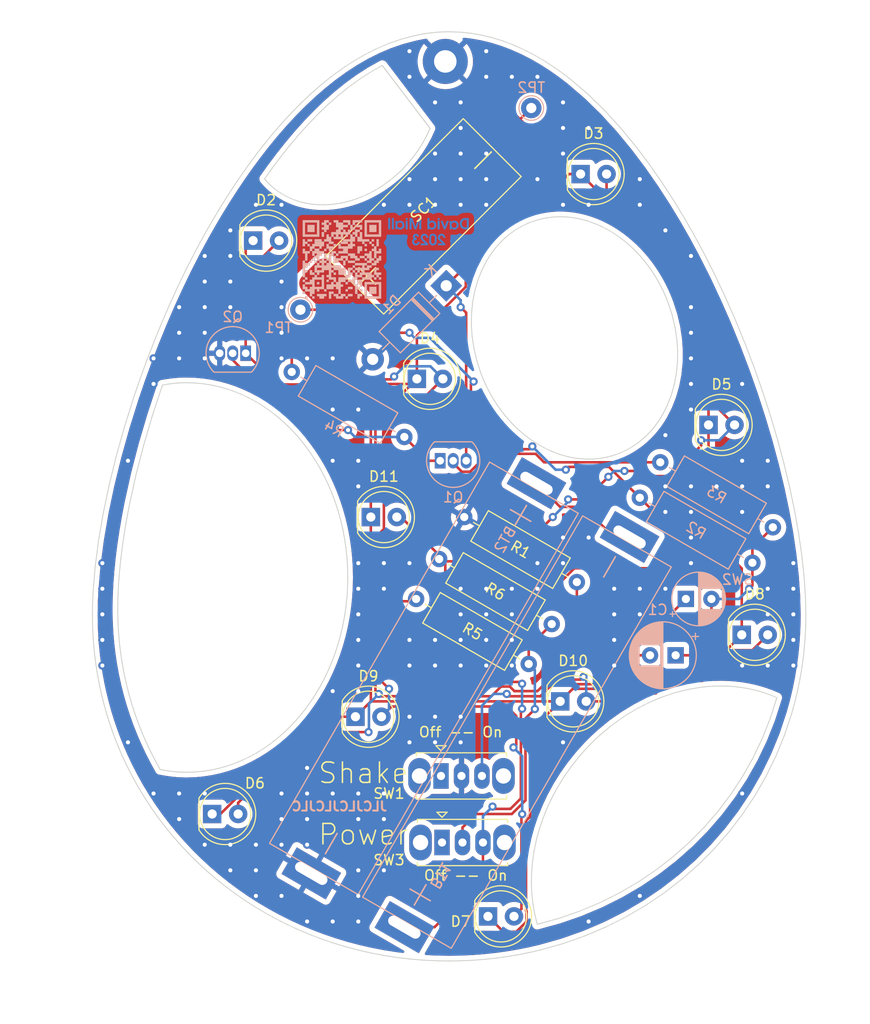
<source format=kicad_pcb>
(kicad_pcb (version 20211014) (generator pcbnew)
  (layers (0 "F.Cu" signal) (31 "B.Cu" signal) (34 "B.Paste" user) (35 "F.Paste" user) (36 "B.SilkS" user "B.Silkscreen") (37 "F.SilkS" user "F.Silkscreen") (38 "B.Mask" user) (39 "F.Mask" user) (44 "Edge.Cuts" user))
  (net 0 "")
  (net 1 "VDC")
  (net 2 "Net-(BT1-Pad2)")
  (net 3 "GND")
  (net 4 "Net-(C1-Pad1)")
  (net 5 "Net-(C1-Pad2)")
  (net 6 "Net-(D1-Pad1)")
  (net 7 "Net-(D10-Pad1)")
  (net 8 "Net-(Q1-Pad1)")
  (net 9 "Net-(Q1-Pad2)")
  (net 11 "Net-(SW1-Pad3)")
  (net 12 "Net-(D10-Pad2)")
  (net 13 "Net-(D11-Pad2)")
  (net 14 "Net-(R5-Pad1)")
  (footprint "LED_THT:LED_D5.0mm" (layer "F.Cu") (at 149.215 66.5)
    (fp_text reference "D5")
    (fp_text value "LED")
  )
  (footprint "LED_THT:LED_D5.0mm" (layer "F.Cu") (at 152.46 87)
    (fp_text reference "D8")
    (fp_text value "LED")
  )
  (footprint "LED_THT:LED_D5.0mm" (layer "F.Cu") (at 127.67 114.5)
    (fp_text reference "D7")
    (fp_text value "LED")
  )
  (footprint "MountingHole:MountingHole_2.2mm_M2_Pad" (layer "F.Cu") (at 123.5 31)
    (fp_text reference "H1" hide)
    (fp_text value "MountingHole_Pad")
  )
  (footprint "Resistor_THT:R_Axial_DIN0309_L9.0mm_D3.2mm_P12.70mm_Horizontal" (layer "F.Cu") (at 133.9 85.95 150)
    (fp_text reference "R6")
    (fp_text value "10")
  )
  (footprint "LED_THT:LED_D5.0mm" (layer "F.Cu") (at 114.725 95)
    (fp_text reference "D9")
    (fp_text value "LED")
  )
  (footprint "LED_THT:LED_D5.0mm" (layer "F.Cu") (at 100.725 104.5)
    (fp_text reference "D6")
    (fp_text value "LED")
  )
  (footprint "Button_Switch_THT:SW_Slide_1P2T_CK_OS102011MS2Q" (layer "F.Cu") (at 123.08 100.785)
    (fp_text reference "SW1")
    (fp_text value "SW_Push_SPDT")
  )
  (footprint "Button_Switch_THT:SW_Slide_1P2T_CK_OS102011MS2Q" (layer "F.Cu") (at 123.18 107.285)
    (fp_text reference "SW3")
    (fp_text value "SW_Push_SPDT")
  )
  (footprint "LED_THT:LED_D5.0mm" (layer "F.Cu") (at 134.725 93.5)
    (fp_text reference "D10")
    (fp_text value "LED")
  )
  (footprint "LED_THT:LED_D5.0mm" (layer "F.Cu") (at 120.725 62)
    (fp_text reference "D4")
    (fp_text value "LED")
  )
  (footprint "Resistor_THT:R_Axial_DIN0309_L9.0mm_D3.2mm_P12.70mm_Horizontal" (layer "F.Cu") (at 131.649997 89.847115 150)
    (fp_text reference "R5")
    (fp_text value "10")
  )
  (footprint "custom footprints:KXOB25-03X4F-TR" (layer "F.Cu") (at 121.721825 45.778175 45)
    (fp_text reference "SC1")
    (fp_text value "Solar_Cell")
  )
  (footprint "LED_THT:LED_D5.0mm" (layer "F.Cu") (at 136.715 42)
    (fp_text reference "D3")
    (fp_text value "LED")
  )
  (footprint "Resistor_THT:R_Axial_DIN0309_L9.0mm_D3.2mm_P12.70mm_Horizontal" (layer "F.Cu") (at 136.35 81.85 150)
    (fp_text reference "R1")
    (fp_text value "10")
  )
  (footprint "LED_THT:LED_D5.0mm" (layer "F.Cu") (at 104.725 48.5)
    (fp_text reference "D2")
    (fp_text value "LED")
  )
  (footprint "LED_THT:LED_D5.0mm" (layer "F.Cu") (at 116.225 75.5)
    (fp_text reference "D11")
    (fp_text value "LED")
  )
  (footprint "Package_TO_SOT_THT:TO-92_Inline" (layer "B.Cu") (at 104 59.5 180)
    (fp_text reference "Q2")
    (fp_text value "BC547")
  )
  (footprint "TestPoint:TestPoint_THTPad_D2.0mm_Drill1.0mm" (layer "B.Cu") (at 131.9 35.55 180)
    (fp_text reference "TP2")
    (fp_text value "TestPoint")
  )
  (footprint "custom footprints:MP001179" (layer "B.Cu") (at 119.5 115.552559 60)
    (fp_text reference "BT1")
    (fp_text value "AAA")
  )
  (footprint "Resistor_THT:R_Axial_DIN0309_L9.0mm_D3.2mm_P12.70mm_Horizontal" (layer "B.Cu") (at 108.500739 61.325 -30)
    (fp_text reference "R4")
    (fp_text value "68K")
  )
  (footprint "Resistor_THT:R_Axial_DIN0309_L9.0mm_D3.2mm_P12.70mm_Horizontal" (layer "B.Cu") (at 155.5 76.5 150)
    (fp_text reference "R3")
    (fp_text value "5.1M")
  )
  (footprint "TestPoint:TestPoint_THTPad_D2.0mm_Drill1.0mm" (layer "B.Cu") (at 109.35 55.25 180)
    (fp_text reference "TP1")
    (fp_text value "TestPoint")
  )
  (footprint "Capacitor_THT:CP_Radial_D5.0mm_P2.50mm" (layer "B.Cu") (at 147 83.5)
    (fp_text reference "SW2")
    (fp_text value "Shake")
  )
  (footprint "Resistor_THT:R_Axial_DIN0309_L9.0mm_D3.2mm_P12.70mm_Horizontal" (layer "B.Cu") (at 153.5 79.964102 150)
    (fp_text reference "R2")
    (fp_text value "1M")
  )
  (footprint "custom footprints:MP001179" (layer "B.Cu") (at 132.406734 72.197441 -120)
    (fp_text reference "BT2")
    (fp_text value "AAA")
  )
  (footprint "Diode_THT:D_DO-41_SOD81_P10.16mm_Horizontal" (layer "B.Cu") (at 123.592103 52.907898 -135)
    (fp_text reference "D1")
    (fp_text value "D_Schottky")
  )
  (footprint "Package_TO_SOT_THT:TO-92_Inline" (layer "B.Cu") (at 123 70)
    (fp_text reference "Q1")
    (fp_text value "BC547")
  )
  (footprint "Capacitor_THT:CP_Radial_D6.3mm_P2.50mm" (layer "B.Cu") (at 146 89 180)
    (fp_text reference "C1")
    (fp_text value "22u")
  )
  (gr_poly (pts (xy 111.892456 52.544873) (xy 112.124951 52.544873) (xy 112.124951 52.312379) (xy 111.892456 52.312379)) (layer "B.Cu") (width 0) (fill solid))
  (gr_poly (pts (xy 109.567505 53.70735) (xy 109.8 53.70735) (xy 109.8 53.474855) (xy 109.567505 53.474855)) (layer "B.Cu") (width 0) (fill solid))
  (gr_poly (pts (xy 123.367062 47.400883) (xy 123.526062 47.400883) (xy 123.860561 46.569884) (xy 123.638561 46.569884) (xy 123.446562 47.120383) (xy 123.257563 46.569883) (xy 123.032562 46.569883)) (layer "B.Cu") (width 0) (fill solid))
  (gr_poly (pts (xy 116.077368 47.662476) (xy 116.774854 47.662476) (xy 116.774855 47.429981) (xy 116.774854 47.429981) (xy 116.774854 47.197486) (xy 116.774854 46.964991) (xy 116.077368 46.964991)) (layer "B.Cu") (width 0) (fill solid))
  (gr_poly (pts (xy 113.752417 52.312379) (xy 113.984912 52.312379) (xy 113.984912 52.079883) (xy 114.217408 52.079883) (xy 114.217408 51.847388) (xy 114.449903 51.847388) (xy 114.449903 51.614893) (xy 114.449902 51.614893) (xy 114.217407 51.614893) (xy 114.217407 51.382399) (xy 113.984912 51.382399) (xy 113.984912 51.382398) (xy 114.217407 51.382398) (xy 114.217407 51.382399) (xy 114.449902 51.382399) (xy 114.449902 51.614893) (xy 114.449903 51.614893) (xy 114.682397 51.614893) (xy 114.682397 51.382399) (xy 114.449903 51.382399) (xy 114.449902 51.382399) (xy 114.449902 51.382398) (xy 114.449903 51.382398) (xy 114.449903 51.382399) (xy 114.682397 51.382399) (xy 114.682397 51.382398) (xy 114.449903 51.382398) (xy 114.449903 51.149903) (xy 114.682397 51.149903) (xy 114.682397 50.917408) (xy 114.449902 50.917408) (xy 114.449902 51.149903) (xy 113.984912 51.149903) (xy 113.984912 51.382398) (xy 113.984912 51.614893) (xy 113.984913 51.614893) (xy 113.984913 51.847388) (xy 113.752417 51.847388) (xy 113.752417 52.079883) (xy 113.054932 52.079883) (xy 113.054932 52.544873) (xy 112.822436 52.544873) (xy 112.822436 52.777369) (xy 112.589942 52.777369) (xy 112.589941 52.544873) (xy 112.357447 52.544873) (xy 112.357447 52.777369) (xy 111.892456 52.777369) (xy 111.892456 53.242359) (xy 112.589942 53.242359) (xy 112.589941 53.009864) (xy 112.822436 53.009864) (xy 112.822436 53.242359) (xy 113.054932 53.242359) (xy 113.054932 53.474855) (xy 113.054932 53.70735) (xy 113.287427 53.70735) (xy 113.287427 53.474855) (xy 113.287427 53.242359) (xy 113.287426 53.009864) (xy 113.519922 53.009864) (xy 113.519923 52.777369) (xy 113.287427 52.777369) (xy 113.287426 52.544873) (xy 113.752417 52.544873)) (layer "B.Cu") (width 0) (fill solid))
  (gr_poly (pts (xy 109.8 54.17234) (xy 110.032495 54.17234) (xy 110.032495 53.939845) (xy 109.8 53.939845)) (layer "B.Cu") (width 0) (fill solid))
  (gr_poly (pts (xy 109.567505 52.777369) (xy 109.567505 53.242359) (xy 109.8 53.242359) (xy 109.8 53.474855) (xy 110.26499 53.474855) (xy 110.26499 53.939845) (xy 110.497485 53.939845) (xy 110.497485 53.70735) (xy 110.72998 53.70735) (xy 110.729981 53.474855) (xy 110.72998 53.474855) (xy 110.72998 53.242359) (xy 110.962476 53.242359) (xy 110.962476 53.474855) (xy 111.194971 53.474855) (xy 111.194971 53.242359) (xy 111.659961 53.242359) (xy 111.65996 53.009864) (xy 111.427466 53.009864) (xy 110.72998 53.009864) (xy 110.497485 53.009864) (xy 110.26499 53.009864) (xy 110.26499 53.242359) (xy 110.032495 53.242359) (xy 110.032495 53.009864) (xy 109.8 53.009864) (xy 109.8 52.777369) (xy 110.497485 52.777369) (xy 110.497485 53.009864) (xy 110.72998 53.009864) (xy 110.729981 52.777369) (xy 110.72998 52.777369) (xy 110.72998 52.544873) (xy 110.729981 52.312379) (xy 111.427466 52.312379) (xy 111.427466 53.009864) (xy 111.65996 53.009864) (xy 111.659961 53.009864) (xy 111.659961 52.777369) (xy 111.65996 52.544873) (xy 111.659961 52.544873) (xy 111.659961 52.312379) (xy 111.65996 52.079883) (xy 111.659961 52.079883) (xy 111.659961 51.847388) (xy 111.427466 51.847388) (xy 111.427466 52.079883) (xy 110.962476 52.079883) (xy 110.962476 51.847388) (xy 110.72998 51.847388) (xy 110.72998 52.079883) (xy 110.497485 52.079883) (xy 110.497485 52.312379) (xy 110.26499 52.312379) (xy 110.26499 52.544873) (xy 109.8 52.544873) (xy 109.8 52.777369)) (layer "B.Cu") (width 0) (fill solid))
  (gr_poly (pts (xy 115.147387 50.219923) (xy 115.612378 50.219923) (xy 115.612378 49.987428) (xy 115.147387 49.987428)) (layer "B.Cu") (width 0) (fill solid))
  (gr_poly (pts (xy 112.124951 48.824952) (xy 112.589941 48.824952) (xy 112.589941 48.592457) (xy 112.124951 48.592457)) (layer "B.Cu") (width 0) (fill solid))
  (gr_poly (pts (xy 113.519923 46.732496) (xy 113.054932 46.732496) (xy 113.054932 46.5) (xy 112.589942 46.5) (xy 112.589942 46.732496) (xy 112.822436 46.732496) (xy 112.822436 47.197486) (xy 113.054932 47.197486) (xy 113.054932 47.429981) (xy 112.822436 47.429981) (xy 112.822436 47.662476) (xy 112.357447 47.662476) (xy 112.357447 48.127466) (xy 112.589942 48.127466) (xy 112.589942 48.359962) (xy 113.519922 48.359962) (xy 113.519922 48.592457) (xy 114.682398 48.592457) (xy 114.682398 48.359962) (xy 114.217408 48.359962) (xy 113.519922 48.359962) (xy 113.519922 48.127466) (xy 113.287427 48.127466) (xy 113.054932 48.127466) (xy 112.822436 48.127466) (xy 112.589942 48.127466) (xy 112.589942 47.894971) (xy 112.822436 47.894971) (xy 112.822436 48.127466) (xy 113.054932 48.127466) (xy 113.054932 47.894971) (xy 113.287427 47.894971) (xy 113.287427 48.127466) (xy 113.519922 48.127466) (xy 113.519922 47.894971) (xy 113.752417 47.894971) (xy 113.752417 48.127466) (xy 113.984912 48.127466) (xy 113.984912 47.894971) (xy 114.217407 47.894971) (xy 114.217407 48.127466) (xy 114.217408 48.127466) (xy 114.217408 48.359962) (xy 114.682398 48.359962) (xy 114.682398 48.127466) (xy 114.449902 48.127466) (xy 114.449902 47.894971) (xy 114.217408 47.894971) (xy 114.217408 47.662476) (xy 114.217408 47.429981) (xy 113.984913 47.429981) (xy 113.984913 47.662476) (xy 113.752417 47.662476) (xy 113.519922 47.662476) (xy 113.287427 47.662476) (xy 113.287427 47.429981) (xy 113.519922 47.429981) (xy 113.519922 47.662476) (xy 113.752417 47.662476) (xy 113.752418 47.429981) (xy 113.519922 47.429981) (xy 113.519922 47.197486) (xy 113.984912 47.197486) (xy 113.984912 46.964991) (xy 113.519922 46.964991) (xy 113.519923 46.732496) (xy 113.984913 46.732496) (xy 113.984913 46.964991) (xy 114.217408 46.964991) (xy 114.217408 47.429981) (xy 114.682398 47.429981) (xy 114.682398 47.197486) (xy 114.449903 47.197486) (xy 114.449903 46.964991) (xy 114.217408 46.964991) (xy 114.217408 46.732496) (xy 114.217408 46.5) (xy 113.519923 46.5)) (layer "B.Cu") (width 0) (fill solid))
  (gr_poly (pts (xy 110.962476 52.777369) (xy 111.194971 52.777369) (xy 111.194971 52.544873) (xy 110.962476 52.544873)) (layer "B.Cu") (width 0) (fill solid))
  (gr_poly (pts (xy 110.032495 48.592457) (xy 110.497485 48.592457) (xy 110.497485 48.359962) (xy 110.032495 48.359962)) (layer "B.Cu") (width 0) (fill solid))
  (gr_poly (pts (xy 112.822436 49.987428) (xy 113.054932 49.987428) (xy 113.054932 49.754932) (xy 112.822436 49.754932)) (layer "B.Cu") (width 0) (fill solid))
  (gr_poly (pts (xy 116.542359 52.312379) (xy 116.774854 52.312379) (xy 116.774854 52.079883) (xy 116.542359 52.079883)) (layer "B.Cu") (width 0) (fill solid))
  (gr_poly (pts (xy 123.113062 47.827333) (xy 123.094138 47.828669) (xy 123.07556 47.830872) (xy 123.057346 47.833924) (xy 123.039514 47.837805) (xy 123.022083 47.842496) (xy 123.005071 47.847979) (xy 122.988498 47.854235) (xy 122.972382 47.861244) (xy 122.956742 47.868989) (xy 122.941596 47.877448) (xy 122.926963 47.886605) (xy 122.912862 47.89644) (xy 122.899311 47.906933) (xy 122.88633 47.918067) (xy 122.873936 47.929821) (xy 122.862148 47.942177) (xy 122.850986 47.955117) (xy 122.840468 47.968621) (xy 122.830612 47.98267) (xy 122.821437 47.997245) (xy 122.812962 48.012327) (xy 122.805205 48.027898) (xy 122.798186 48.043938) (xy 122.791923 48.060429) (xy 122.786434 48.077351) (xy 122.781738 48.094685) (xy 122.777854 48.112414) (xy 122.774801 48.130516) (xy 122.772597 48.148975) (xy 122.771261 48.16777) (xy 122.770811 48.186883) (xy 122.77144 48.211991) (xy 122.773383 48.236219) (xy 122.776724 48.259709) (xy 122.781546 48.282602) (xy 122.787931 48.305038) (xy 122.795965 48.327157) (xy 122.805731 48.3491) (xy 122.817311 48.371008) (xy 122.83079 48.393022) (xy 122.846251 48.415282) (xy 122.863777 48.437928) (xy 122.883452 48.461102) (xy 122.905359 48.484944) (xy 122.929583 48.509594) (xy 122.956206 48.535194) (xy 122.985312 48.561883) (xy 123.211811 48.767383) (xy 122.775311 48.767383) (xy 122.775311 48.954883) (xy 123.492312 48.954883) (xy 123.492312 48.779383) (xy 123.097811 48.405883) (xy 123.0813 48.390091) (xy 123.066061 48.374749) (xy 123.052067 48.359816) (xy 123.039287 48.34525) (xy 123.027694 48.331009) (xy 123.017258 48.317052) (xy 123.007953 48.303336) (xy 122.999748 48.28982) (xy 122.992615 48.276463) (xy 122.986526 48.263222) (xy 122.981452 48.250055) (xy 122.977365 48.236922) (xy 122.974236 48.22378) (xy 122.972036 48.210587) (xy 122.970737 48.197302) (xy 122.97031 48.183883) (xy 122.970511 48.174673) (xy 122.971108 48.165614) (xy 122.972091 48.156714) (xy 122.973454 48.147983) (xy 122.975187 48.139429) (xy 122.977281 48.131063) (xy 122.979729 48.122893) (xy 122.982521 48.11493) (xy 122.98565 48.107182) (xy 122.989106 48.099658) (xy 122.992882 48.092369) (xy 122.996968 48.085322) (xy 123.001356 48.078529) (xy 123.006038 48.071997) (xy 123.011004 48.065737) (xy 123.016248 48.059758) (xy 123.021759 48.054069) (xy 123.02753 48.048679) (xy 123.033553 48.043597) (xy 123.039817 48.038834) (xy 123.046316 48.034398) (xy 123.05304 48.030299) (xy 123.059981 48.026546) (xy 123.067131 48.023149) (xy 123.07448 48.020116) (xy 123.082021 48.017457) (xy 123.089745 48.015182) (xy 123.097643 48.013299) (xy 123.105707 48.011819) (xy 123.113929 48.01075) (xy 123.122299 48.010101) (xy 123.13081 48.009883) (xy 123.140411 48.010137) (xy 123.149803 48.010892) (xy 123.158981 48.012142) (xy 123.167938 48.013879) (xy 123.176667 48.016095) (xy 123.185163 48.018782) (xy 123.193418 48.021933) (xy 123.201427 48.025539) (xy 123.209184 48.029594) (xy 123.216681 48.03409) (xy 123.223913 48.039018) (xy 123.230874 48.044371) (xy 123.237556 48.050142) (xy 123.243954 48.056323) (xy 123.250062 48.062906) (xy 123.255873 48.069883) (xy 123.26138 48.077247) (xy 123.266578 48.08499) (xy 123.27146 48.093104) (xy 123.27602 48.101582) (xy 123.280252 48.110416) (xy 123.284148 48.119598) (xy 123.290912 48.138977) (xy 123.296261 48.159656) (xy 123.300143 48.181574) (xy 123.30251 48.204671) (xy 123.30331 48.228883) (xy 123.499811 48.228883) (xy 123.499616 48.209362) (xy 123.49902 48.1907) (xy 123.498012 48.172843) (xy 123.496577 48.155735) (xy 123.494703 48.139321) (xy 123.492376 48.123546) (xy 123.489583 48.108356) (xy 123.486311 48.093696) (xy 123.482547 48.07951) (xy 123.478278 48.065744) (xy 123.47349 48.052342) (xy 123.46817 48.03925) (xy 123.462306 48.026414) (xy 123.455883 48.013777) (xy 123.448889 48.001285) (xy 123.441311 47.988883) (xy 123.428876 47.970502) (xy 123.415237 47.953068) (xy 123.400455 47.936614) (xy 123.384592 47.921172) (xy 123.36771 47.906777) (xy 123.34987 47.89346) (xy 123.331133 47.881256) (xy 123.311561 47.870196) (xy 123.291216 47.860314) (xy 123.270159 47.851642) (xy 123.248451 47.844214) (xy 123.226155 47.838063) (xy 123.203331 47.833221) (xy 123.180041 47.829722) (xy 123.156348 47.827599) (xy 123.132311 47.826883)) (layer "B.Cu") (width 0) (fill solid))
  (gr_poly (pts (xy 124.361996 46.550844) (xy 124.340773 46.552238) (xy 124.320359 46.554586) (xy 124.300719 46.557907) (xy 124.281816 46.562221) (xy 124.263617 46.567548) (xy 124.246086 46.573908) (xy 124.23756 46.577482) (xy 124.229188 46.581321) (xy 124.220965 46.585428) (xy 124.212887 46.589805) (xy 124.20495 46.594456) (xy 124.197148 46.599382) (xy 124.181937 46.610071) (xy 124.167219 46.621891) (xy 124.152957 46.634863) (xy 124.139117 46.649005) (xy 124.125664 46.664339) (xy 124.112562 46.680883) (xy 124.112562 46.569883) (xy 123.929562 46.569883) (xy 123.929562 47.400884) (xy 124.112562 47.400884) (xy 124.112562 47.292884) (xy 124.127477 47.309395) (xy 124.142447 47.324633) (xy 124.157527 47.338628) (xy 124.172772 47.351407) (xy 124.188237 47.363) (xy 124.203976 47.373435) (xy 124.220045 47.382741) (xy 124.236498 47.390946) (xy 124.253391 47.398079) (xy 124.270779 47.404168) (xy 124.288715 47.409242) (xy 124.307256 47.413329) (xy 124.326456 47.416458) (xy 124.346371 47.418658) (xy 124.367054 47.419957) (xy 124.388561 47.420384) (xy 124.411142 47.419855) (xy 124.433306 47.418284) (xy 124.455036 47.415691) (xy 124.476311 47.412096) (xy 124.497112 47.407519) (xy 124.517418 47.401983) (xy 124.53721 47.395506) (xy 124.556468 47.38811) (xy 124.575172 47.379816) (xy 124.593303 47.370643) (xy 124.61084 47.360613) (xy 124.627765 47.349746) (xy 124.644056 47.338063) (xy 124.659695 47.325584) (xy 124.674662 47.312329) (xy 124.688937 47.298321) (xy 124.702499 47.283579) (xy 124.71533 47.268123) (xy 124.72741 47.251974) (xy 124.738718 47.235154) (xy 124.749235 47.217682) (xy 124.758942 47.199579) (xy 124.767818 47.180866) (xy 124.775843 47.161563) (xy 124.782999 47.141691) (xy 124.789264 47.121271) (xy 124.79462 47.100322) (xy 124.799047 47.078867) (xy 124.802524 47.056924) (xy 124.805032 47.034516) (xy 124.806551 47.011662) (xy 124.806964 46.992882) (xy 124.606062 46.992882) (xy 124.605769 47.006385) (xy 124.604898 47.019605) (xy 124.603458 47.032535) (xy 124.601459 47.045162) (xy 124.598913 47.057479) (xy 124.595828 47.069475) (xy 124.592216 47.081142) (xy 124.588085 47.092468) (xy 124.583448 47.103445) (xy 124.578312 47.114063) (xy 124.57269 47.124313) (xy 124.56659 47.134184) (xy 124.560024 47.143667) (xy 124.553001 47.152753) (xy 124.545531 47.161432) (xy 124.537624 47.169695) (xy 124.529292 47.177531) (xy 124.520543 47.184931) (xy 124.511389 47.191885) (xy 124.501838 47.198385) (xy 124.491902 47.20442) (xy 124.481591 47.20998) (xy 124.470914 47.215057) (xy 124.459882 47.21964) (xy 124.448505 47.22372) (xy 124.436794 47.227287) (xy 124.424757 47.230331) (xy 124.412407 47.232844) (xy 124.399751 47.234815) (xy 124.386802 47.236235) (xy 124.373569 47.237094) (xy 124.360062 47.237382) (xy 124.345862 47.237084) (xy 124.33196 47.23619) (xy 124.318375 47.234703) (xy 124.305124 47.232624) (xy 124.292225 47.229957) (xy 124.279695 47.226704) (xy 124.267551 47.222865) (xy 124.255812 47.218445) (xy 124.244495 47.213444) (xy 124.233617 47.207866) (xy 124.223196 47.201712) (xy 124.21325 47.194984) (xy 124.203796 47.187685) (xy 124.194851 47.179817) (xy 124.186434 47.171382) (xy 124.178562 47.162382) (xy 124.171956 47.1542) (xy 124.165648 47.145437) (xy 124.159657 47.136147) (xy 124.154 47.126383) (xy 124.148695 47.116196) (xy 124.143758 47.10564) (xy 124.139208 47.094768) (xy 124.135063 47.083633) (xy 124.131339 47.072286) (xy 124.128055 47.060781) (xy 124.125228 47.049171) (xy 124.122875 47.037508) (xy 124.121015 47.025845) (xy 124.119664 47.014234) (xy 124.118841 47.00273) (xy 124.118563 46.991383) (xy 124.11886 46.977313) (xy 124.119743 46.963519) (xy 124.121202 46.950011) (xy 124.123224 46.9368) (xy 124.125799 46.923898) (xy 124.128915 46.911316) (xy 124.132562 46.899065) (xy 124.136727 46.887156) (xy 124.1414 46.875602) (xy 124.146569 46.864412) (xy 124.152223 46.853599) (xy 124.158351 46.843173) (xy 124.164941 46.833146) (xy 124.171983 46.823529) (xy 124.179464 46.814333) (xy 124.187375 46.80557) (xy 124.195703 46.797251) (xy 124.204437 46.789387) (xy 124.213566 46.781989) (xy 124.223079 46.775069) (xy 124.232964 46.768638) (xy 124.243211 46.762707) (xy 124.253807 46.757288) (xy 124.264742 46.752391) (xy 124.276004 46.748028) (xy 124.287583 46.74421) (xy 124.299466 46.740949) (xy 124.311643 46.738255) (xy 124.324102 46.73614) (xy 124.336833 46.734616) (xy 124.349823 46.733693) (xy 124.363062 46.733383) (xy 124.363062 46.733382) (xy 124.376297 46.733696) (xy 124.389274 46.734632) (xy 124.401984 46.736176) (xy 124.414416 46.738318) (xy 124.42656 46.741046) (xy 124.438403 46.744347) (xy 124.449936 46.748211) (xy 124.461148 46.752624) (xy 124.472028 46.757576) (xy 124.482566 46.763054) (xy 124.49275 46.769047) (xy 124.502571 46.775543) (xy 124.512017 46.78253) (xy 124.521077 46.789996) (xy 124.529742 46.79793) (xy 124.537999 46.806319) (xy 124.54584 46.815153) (xy 124.553252 46.824418) (xy 124.560225 46.834103) (xy 124.566749 46.844197) (xy 124.572812 46.854688) (xy 124.578404 46.865563) (xy 124.583514 46.876811) (xy 124.588132 46.888421) (xy 124.592247 46.90038) (xy 124.595848 46.912676) (xy 124.598924 46.925298) (xy 124.601465 46.938234) (xy 124.60346 46.951473) (xy 124.604899 46.965001) (xy 124.605769 46.978808) (xy 124.606062 46.992882) (xy 124.806964 46.992882) (xy 124.807062 46.988383) (xy 124.806547 46.964824) (xy 124.805014 46.941689) (xy 124.802484 46.919001) (xy 124.798976 46.896781) (xy 124.79451 46.87505) (xy 124.789106 46.853828) (xy 124.782784 46.833138) (xy 124.775562 46.813001) (xy 124.767462 46.793436) (xy 124.758503 46.774467) (xy 124.748704 46.756113) (xy 124.738086 46.738396) (xy 124.726668 46.721337) (xy 124.714469 46.704958) (xy 124.701511 46.689279) (xy 124.687812 46.674321) (xy 124.673393 46.660106) (xy 124.658272 46.646655) (xy 124.64247 46.633989) (xy 124.626007 46.622128) (xy 124.608903 46.611096) (xy 124.591176 46.600911) (xy 124.572848 46.591596) (xy 124.553937 46.583172) (xy 124.534464 46.57566) (xy 124.514448 46.569081) (xy 124.493909 46.563456) (xy 124.472867 46.558806) (xy 124.451341 46.555153) (xy 124.429352 46.552517) (xy 124.406919 46.55092) (xy 124.384062 46.550383)) (layer "B.Cu") (width 0) (fill solid))
  (gr_poly (pts (xy 116.774854 49.057447) (xy 116.542359 49.057447) (xy 116.542359 49.289942) (xy 116.309864 49.289942) (xy 116.309864 49.522437) (xy 116.774854 49.522437) (xy 116.774854 49.289942) (xy 116.774854 49.057447) (xy 117.007349 49.057447) (xy 117.007349 48.824952) (xy 117.007348 48.592457) (xy 116.774854 48.592457)) (layer "B.Cu") (width 0) (fill solid))
  (gr_poly (pts (xy 116.077368 53.70735) (xy 116.774854 53.70735) (xy 116.774855 53.474855) (xy 116.774854 53.474855) (xy 116.774854 53.242359) (xy 116.774853 53.009864) (xy 116.077368 53.009864)) (layer "B.Cu") (width 0) (fill solid))
  (gr_poly (pts (xy 111.659961 50.219923) (xy 111.892456 50.219923) (xy 111.892456 49.754932) (xy 111.659961 49.754932)) (layer "B.Cu") (width 0) (fill solid))
  (gr_poly (pts (xy 115.844874 50.684912) (xy 116.309864 50.684912) (xy 116.309863 50.452418) (xy 116.542359 50.452418) (xy 116.542358 50.219923) (xy 116.309864 50.219923) (xy 116.309863 49.987428) (xy 116.309864 49.987428) (xy 116.309863 49.754932) (xy 116.309864 49.754932) (xy 116.309864 49.522437) (xy 116.077368 49.522437) (xy 116.077368 49.754932) (xy 115.612378 49.754932) (xy 115.612378 49.987428) (xy 115.844873 49.987428) (xy 115.844873 50.219923) (xy 116.077368 50.219923) (xy 116.077368 50.452418) (xy 115.844873 50.452418) (xy 115.844873 50.684912) (xy 114.682398 50.684912) (xy 114.682398 50.917408) (xy 115.379883 50.917408) (xy 115.379883 51.149903) (xy 114.682398 51.149903) (xy 114.682398 51.382399) (xy 114.914893 51.382399) (xy 114.914893 51.614893) (xy 114.682398 51.614893) (xy 114.682398 51.847388) (xy 114.682398 52.079883) (xy 114.449903 52.079883) (xy 114.449903 52.312379) (xy 113.984912 52.312379) (xy 113.984912 52.544873) (xy 114.449902 52.544873) (xy 114.449902 52.777369) (xy 114.682397 52.777369) (xy 114.682397 52.544873) (xy 114.682398 52.544873) (xy 114.682398 52.312379) (xy 114.914893 52.312379) (xy 114.914893 52.079883) (xy 115.379883 52.079883) (xy 115.379883 52.312379) (xy 116.309864 52.312379) (xy 116.309863 52.079883) (xy 115.844873 52.079883) (xy 115.379884 52.079883) (xy 115.379883 51.847388) (xy 115.844873 51.847388) (xy 115.844873 52.079883) (xy 116.309863 52.079883) (xy 116.542359 52.079883) (xy 116.542359 51.847388) (xy 116.309864 51.847388) (xy 116.309864 51.614893) (xy 115.612378 51.614893) (xy 115.379883 51.614893) (xy 115.147388 51.614893) (xy 115.147388 51.847388) (xy 114.914893 51.847388) (xy 114.914893 51.614893) (xy 115.147388 51.614893) (xy 115.147387 51.382399) (xy 114.914893 51.382399) (xy 114.914893 51.382398) (xy 115.147387 51.382398) (xy 115.147387 51.382399) (xy 115.379883 51.382399) (xy 115.379883 51.614893) (xy 115.612378 51.614893) (xy 115.612378 51.382399) (xy 115.379883 51.382399) (xy 115.379883 51.382398) (xy 115.612378 51.382398) (xy 115.612378 51.382399) (xy 116.077369 51.382399) (xy 116.077369 51.149903) (xy 116.309864 51.149903) (xy 116.309863 50.917408) (xy 115.844873 50.917408) (xy 115.844873 51.149903) (xy 115.612378 51.149903) (xy 115.612378 50.917408) (xy 115.844873 50.917408)) (layer "B.Cu") (width 0) (fill solid))
  (gr_poly (pts (xy 111.427466 48.127466) (xy 111.659961 48.127466) (xy 111.659961 47.662476) (xy 111.427466 47.662476)) (layer "B.Cu") (width 0) (fill solid))
  (gr_poly (pts (xy 114.914893 53.939845) (xy 114.914893 54.17234) (xy 115.147388 54.17234) (xy 115.147387 53.939845) (xy 115.379883 53.939845) (xy 115.379884 53.70735) (xy 114.914893 53.70735)) (layer "B.Cu") (width 0) (fill solid))
  (gr_poly (pts (xy 116.542359 51.614893) (xy 116.542359 51.847388) (xy 116.774854 51.847388) (xy 116.774854 52.079883) (xy 117.007349 52.079883) (xy 117.007349 51.847388) (xy 117.239844 51.847388) (xy 117.239845 51.614893) (xy 116.774854 51.614893) (xy 116.774853 51.382398) (xy 117.007349 51.382398) (xy 117.007349 51.149903) (xy 116.542359 51.149903)) (layer "B.Cu") (width 0) (fill solid))
  (gr_poly (pts (xy 112.589942 51.847388) (xy 112.822436 51.847388) (xy 112.822437 51.614893) (xy 112.589942 51.614893)) (layer "B.Cu") (width 0) (fill solid))
  (gr_poly (pts (xy 109.567505 49.754932) (xy 109.8 49.754932) (xy 109.8 50.452418) (xy 110.032495 50.452418) (xy 110.032495 49.754932) (xy 110.26499 49.754932) (xy 110.26499 49.522437) (xy 109.567505 49.522437)) (layer "B.Cu") (width 0) (fill solid))
  (gr_poly (pts (xy 113.054932 48.824952) (xy 113.054932 49.057447) (xy 113.054932 49.289942) (xy 113.519923 49.289942) (xy 113.519923 49.522437) (xy 113.984912 49.522437) (xy 113.984912 49.289942) (xy 114.449903 49.289942) (xy 114.449903 49.057447) (xy 113.984912 49.057447) (xy 113.287427 49.057447) (xy 113.287427 48.824952) (xy 113.984912 48.824952) (xy 113.984912 49.057447) (xy 114.449903 49.057447) (xy 114.682397 49.057447) (xy 114.682397 48.824952) (xy 114.449902 48.824952) (xy 114.217407 48.824952) (xy 114.449902 48.824952) (xy 114.682397 48.824952) (xy 114.449902 48.824952) (xy 114.449902 48.592457) (xy 114.217407 48.592457) (xy 114.217407 48.824952) (xy 113.984912 48.824952) (xy 113.984912 48.592457) (xy 113.287427 48.592457) (xy 113.287427 48.824952)) (layer "B.Cu") (width 0) (fill solid))
  (gr_poly (pts (xy 115.612378 49.057447) (xy 115.844873 49.057447) (xy 115.844873 48.824952) (xy 115.612378 48.824952)) (layer "B.Cu") (width 0) (fill solid))
  (gr_poly (pts (xy 109.8 52.312379) (xy 110.032495 52.312379) (xy 110.032495 52.079883) (xy 109.8 52.079883)) (layer "B.Cu") (width 0) (fill solid))
  (gr_poly (pts (xy 119.059496 46.550844) (xy 119.038273 46.552238) (xy 119.017859 46.554586) (xy 118.998219 46.557907) (xy 118.979317 46.562221) (xy 118.961117 46.567548) (xy 118.943586 46.573908) (xy 118.93506 46.577482) (xy 118.926688 46.581321) (xy 118.918465 46.585428) (xy 118.910387 46.589805) (xy 118.90245 46.594456) (xy 118.894649 46.599382) (xy 118.879438 46.610071) (xy 118.864719 46.621891) (xy 118.850457 46.634863) (xy 118.836617 46.649005) (xy 118.823164 46.664339) (xy 118.810062 46.680883) (xy 118.810062 46.569883) (xy 118.627062 46.569883) (xy 118.627062 47.400884) (xy 118.810062 47.400884) (xy 118.810062 47.292884) (xy 118.824978 47.309395) (xy 118.839948 47.324633) (xy 118.855028 47.338628) (xy 118.870272 47.351407) (xy 118.885737 47.363) (xy 118.901476 47.373435) (xy 118.917545 47.382741) (xy 118.933999 47.390946) (xy 118.950892 47.398079) (xy 118.968279 47.404168) (xy 118.986216 47.409242) (xy 119.004757 47.413329) (xy 119.023957 47.416458) (xy 119.043871 47.418658) (xy 119.064554 47.419957) (xy 119.086062 47.420384) (xy 119.108642 47.419855) (xy 119.130807 47.418284) (xy 119.152537 47.415691) (xy 119.173812 47.412096) (xy 119.194612 47.407519) (xy 119.214918 47.401983) (xy 119.23471 47.395506) (xy 119.253968 47.38811) (xy 119.272672 47.379816) (xy 119.290803 47.370643) (xy 119.30834 47.360613) (xy 119.325265 47.349746) (xy 119.341557 47.338063) (xy 119.357196 47.325584) (xy 119.372162 47.312329) (xy 119.386437 47.298321) (xy 119.4 47.283579) (xy 119.412831 47.268123) (xy 119.42491 47.251974) (xy 119.436218 47.235154) (xy 119.446736 47.217682) (xy 119.456442 47.199579) (xy 119.465318 47.180866) (xy 119.473344 47.161563) (xy 119.480499 47.141691) (xy 119.486765 47.121271) (xy 119.49212 47.100322) (xy 119.496547 47.078867) (xy 119.500024 47.056924) (xy 119.502532 47.034516) (xy 119.504052 47.011662) (xy 119.504464 46.992882) (xy 119.303562 46.992882) (xy 119.303269 47.006385) (xy 119.302398 47.019605) (xy 119.300958 47.032535) (xy 119.29896 47.045162) (xy 119.296413 47.057479) (xy 119.293328 47.069475) (xy 119.289716 47.081142) (xy 119.285586 47.092468) (xy 119.280948 47.103445) (xy 119.275813 47.114063) (xy 119.27019 47.124313) (xy 119.264091 47.134184) (xy 119.257524 47.143667) (xy 119.250501 47.152753) (xy 119.243031 47.161432) (xy 119.235125 47.169695) (xy 119.226792 47.177531) (xy 119.218043 47.184931) (xy 119.208889 47.191885) (xy 119.199338 47.198385) (xy 119.189402 47.20442) (xy 119.179091 47.20998) (xy 119.168414 47.215057) (xy 119.157382 47.21964) (xy 119.146006 47.22372) (xy 119.134294 47.227287) (xy 119.122258 47.230331) (xy 119.109907 47.232844) (xy 119.097252 47.234815) (xy 119.084302 47.236235) (xy 119.071069 47.237094) (xy 119.057562 47.237382) (xy 119.043362 47.237084) (xy 119.02946 47.23619) (xy 119.015876 47.234703) (xy 119.002625 47.232624) (xy 118.989725 47.229957) (xy 118.977195 47.226704) (xy 118.965052 47.222865) (xy 118.953312 47.218445) (xy 118.941995 47.213444) (xy 118.931117 47.207866) (xy 118.920696 47.201712) (xy 118.91075 47.194984) (xy 118.901296 47.187685) (xy 118.892352 47.179817) (xy 118.883935 47.171382) (xy 118.876062 47.162382) (xy 118.869456 47.1542) (xy 118.863149 47.145437) (xy 118.857158 47.136147) (xy 118.8515 47.126383) (xy 118.846195 47.116196) (xy 118.841258 47.10564) (xy 118.836708 47.094768) (xy 118.832563 47.083633) (xy 118.828839 47.072286) (xy 118.825555 47.060781) (xy 118.822728 47.049171) (xy 118.820376 47.037508) (xy 118.818515 47.025845) (xy 118.817165 47.014234) (xy 118.816341 47.00273) (xy 118.816063 46.991383) (xy 118.81636 46.977313) (xy 118.817243 46.963519) (xy 118.818702 46.950011) (xy 118.820724 46.9368) (xy 118.823299 46.923898) (xy 118.826415 46.911316) (xy 118.830062 46.899065) (xy 118.834227 46.887156) (xy 118.8389 46.875602) (xy 118.844069 46.864412) (xy 118.849723 46.853599) (xy 118.855851 46.843173) (xy 118.862441 46.833146) (xy 118.869483 46.823529) (xy 118.876965 46.814333) (xy 118.884875 46.80557) (xy 118.893203 46.797251) (xy 118.901937 46.789387) (xy 118.911066 46.781989) (xy 118.920579 46.775069) (xy 118.930464 46.768638) (xy 118.940711 46.762707) (xy 118.951307 46.757288) (xy 118.962242 46.752391) (xy 118.973504 46.748028) (xy 118.985083 46.74421) (xy 118.996966 46.740949) (xy 119.009143 46.738255) (xy 119.021603 46.73614) (xy 119.034333 46.734616) (xy 119.047323 46.733693) (xy 119.060562 46.733383) (xy 119.060562 46.733382) (xy 119.073797 46.733696) (xy 119.086774 46.734632) (xy 119.099485 46.736176) (xy 119.111917 46.738318) (xy 119.12406 46.741046) (xy 119.135903 46.744347) (xy 119.147436 46.748211) (xy 119.158648 46.752624) (xy 119.169528 46.757576) (xy 119.180066 46.763054) (xy 119.19025 46.769047) (xy 119.200071 46.775543) (xy 119.209517 46.78253) (xy 119.218577 46.789996) (xy 119.227242 46.79793) (xy 119.2355 46.806319) (xy 119.24334 46.815153) (xy 119.250752 46.824418) (xy 119.257725 46.834103) (xy 119.264249 46.844197) (xy 119.270312 46.854688) (xy 119.275904 46.865563) (xy 119.281015 46.876811) (xy 119.285633 46.888421) (xy 119.289747 46.90038) (xy 119.293348 46.912676) (xy 119.296425 46.925298) (xy 119.298966 46.938234) (xy 119.300961 46.951473) (xy 119.302399 46.965001) (xy 119.30327 46.978808) (xy 119.303562 46.992882) (xy 119.504464 46.992882) (xy 119.504562 46.988383) (xy 119.504047 46.964824) (xy 119.502515 46.941689) (xy 119.499984 46.919001) (xy 119.496477 46.896781) (xy 119.492011 46.87505) (xy 119.486606 46.853828) (xy 119.480284 46.833138) (xy 119.473062 46.813001) (xy 119.464962 46.793436) (xy 119.456003 46.774467) (xy 119.446204 46.756113) (xy 119.435586 46.738396) (xy 119.424168 46.721337) (xy 119.41197 46.704958) (xy 119.399011 46.689279) (xy 119.385312 46.674321) (xy 119.370893 46.660106) (xy 119.355772 46.646655) (xy 119.339971 46.633989) (xy 119.323508 46.622128) (xy 119.306403 46.611096) (xy 119.288677 46.600911) (xy 119.270348 46.591596) (xy 119.251437 46.583172) (xy 119.231964 46.57566) (xy 119.211948 46.569081) (xy 119.191409 46.563456) (xy 119.170367 46.558806) (xy 119.148841 46.555153) (xy 119.126852 46.552517) (xy 119.104419 46.55092) (xy 119.081562 46.550383)) (layer "B.Cu") (width 0) (fill solid))
  (gr_poly (pts (xy 110.729981 49.522437) (xy 111.194971 49.522437) (xy 111.194971 49.289942) (xy 110.729981 49.289942)) (layer "B.Cu") (width 0) (fill solid))
  (gr_poly (pts (xy 115.612378 53.474855) (xy 115.612379 53.474855) (xy 115.612379 53.939845) (xy 115.612378 53.939845) (xy 115.612378 54.17234) (xy 117.239844 54.17234) (xy 117.239844 53.939845) (xy 117.007349 53.939845) (xy 115.844873 53.939845) (xy 115.844874 53.70735) (xy 115.844873 53.70735) (xy 115.844874 53.474855) (xy 115.844873 53.474855) (xy 115.844873 53.242359) (xy 115.844873 53.009864) (xy 115.844874 52.777369) (xy 117.007349 52.777369) (xy 117.007349 53.939845) (xy 117.239844 53.939845) (xy 117.239845 53.70735) (xy 117.239844 53.70735) (xy 117.239845 53.474855) (xy 117.239844 53.474855) (xy 117.239844 53.242359) (xy 117.239844 53.009864) (xy 117.239844 52.777369) (xy 117.239844 52.544873) (xy 115.612378 52.544873)) (layer "B.Cu") (width 0) (fill solid))
  (gr_poly (pts (xy 112.589942 53.474855) (xy 112.124952 53.474855) (xy 112.124952 53.939845) (xy 112.124951 53.939845) (xy 112.124951 54.17234) (xy 112.357447 54.17234) (xy 112.357446 53.939845) (xy 112.357447 53.939845) (xy 112.357447 53.70735) (xy 112.589942 53.70735)) (layer "B.Cu") (width 0) (fill solid))
  (gr_poly (pts (xy 110.26499 50.684912) (xy 110.497485 50.684912) (xy 110.497485 50.452418) (xy 110.26499 50.452418)) (layer "B.Cu") (width 0) (fill solid))
  (gr_poly (pts (xy 109.567505 48.127466) (xy 111.194971 48.127466) (xy 111.194971 47.894971) (xy 110.962476 47.894971) (xy 109.8 47.894971) (xy 109.8 46.732496) (xy 110.962476 46.732496) (xy 110.962476 47.894971) (xy 111.194971 47.894971) (xy 111.194971 46.5) (xy 109.567505 46.5)) (layer "B.Cu") (width 0) (fill solid))
  (gr_poly (pts (xy 110.72998 50.684912) (xy 110.962476 50.684912) (xy 110.962476 50.452418) (xy 110.72998 50.452418)) (layer "B.Cu") (width 0) (fill solid))
  (gr_poly (pts (xy 114.914893 49.754932) (xy 115.147388 49.754932) (xy 115.147388 49.522437) (xy 114.914893 49.522437)) (layer "B.Cu") (width 0) (fill solid))
  (gr_poly (pts (xy 111.892456 48.359962) (xy 111.659961 48.359962) (xy 111.659961 48.592457) (xy 112.357447 48.592457) (xy 112.357447 48.127466) (xy 112.124951 48.127466) (xy 112.124951 47.894971) (xy 111.892456 47.894971)) (layer "B.Cu") (width 0) (fill solid))
  (gr_poly (pts (xy 118.279064 47.400883) (xy 118.478563 47.400883) (xy 118.478563 46.292383) (xy 118.279064 46.292383)) (layer "B.Cu") (width 0) (fill solid))
  (gr_poly (pts (xy 113.984913 53.939845) (xy 114.449903 53.939845) (xy 114.449903 53.70735) (xy 113.984913 53.70735)) (layer "B.Cu") (width 0) (fill solid))
  (gr_poly (pts (xy 125.514434 46.292699) (xy 125.483291 46.293646) (xy 125.453141 46.295221) (xy 125.423988 46.297422) (xy 125.395837 46.300248) (xy 125.368693 46.303695) (xy 125.34256 46.307762) (xy 125.317441 46.312446) (xy 125.293342 46.317746) (xy 125.270268 46.323658) (xy 125.248221 46.330181) (xy 125.227207 46.337313) (xy 125.20723 46.345052) (xy 125.188295 46.353394) (xy 125.170406 46.362339) (xy 125.153566 46.371884) (xy 125.125393 46.390243) (xy 125.098831 46.410406) (xy 125.073907 46.432314) (xy 125.050652 46.455907) (xy 125.029093 46.481126) (xy 125.009258 46.507912) (xy 124.991177 46.536205) (xy 124.974878 46.565946) (xy 124.96039 46.597076) (xy 124.94774 46.629535) (xy 124.936959 46.663264) (xy 124.928073 46.698204) (xy 124.921113 46.734295) (xy 124.916106 46.771478) (xy 124.91308 46.809694) (xy 124.912066 46.848883) (xy 124.912359 46.869716) (xy 124.913236 46.890301) (xy 124.914691 46.910627) (xy 124.916718 46.930683) (xy 124.919312 46.950459) (xy 124.922467 46.969945) (xy 124.926179 46.989129) (xy 124.930441 47.008) (xy 124.935247 47.026549) (xy 124.940593 47.044764) (xy 124.946473 47.062635) (xy 124.952882 47.08015) (xy 124.959813 47.097299) (xy 124.967262 47.114072) (xy 124.975223 47.130458) (xy 124.983691 47.146446) (xy 124.992659 47.162025) (xy 125.002123 47.177185) (xy 125.012076 47.191914) (xy 125.022515 47.206203) (xy 125.033432 47.22004) (xy 125.044823 47.233415) (xy 125.056682 47.246317) (xy 125.069003 47.258735) (xy 125.081781 47.270659) (xy 125.095011 47.282078) (xy 125.108687 47.292981) (xy 125.122804 47.303357) (xy 125.137355 47.313196) (xy 125.152336 47.322487) (xy 125.167741 47.33122) (xy 125.183565 47.339383) (xy 125.200577 47.34749) (xy 125.217919 47.354946) (xy 125.235673 47.361769) (xy 125.253925 47.367977) (xy 125.272756 47.373587) (xy 125.292251 47.378617) (xy 125.312493 47.383085) (xy 125.333565 47.387008) (xy 125.355552 47.390403) (xy 125.378536 47.393289) (xy 125.402601 47.395683) (xy 125.427831 47.397602) (xy 125.482118 47.400086) (xy 125.542065 47.400883) (xy 125.800064 47.400883) (xy 125.800065 47.204383) (xy 125.594565 47.204383) (xy 125.549564 47.204384) (xy 125.526938 47.204191) (xy 125.505171 47.203611) (xy 125.484243 47.202644) (xy 125.464134 47.20129) (xy 125.444826 47.19955) (xy 125.426297 47.197423) (xy 125.408529 47.194909) (xy 125.391502 47.192009) (xy 125.375195 47.188722) (xy 125.359588 47.185048) (xy 125.344664 47.180987) (xy 125.3304 47.17654) (xy 125.316778 47.171706) (xy 125.303778 47.166485) (xy 125.29138 47.160878) (xy 125.279564 47.154884) (xy 125.261447 47.144015) (xy 125.244244 47.131707) (xy 125.22799 47.118032) (xy 125.212721 47.103063) (xy 125.198471 47.086873) (xy 125.185275 47.069533) (xy 125.17317 47.051116) (xy 125.16219 47.031696) (xy 125.152369 47.011344) (xy 125.143744 46.990132) (xy 125.13635 46.968134) (xy 125.130221 46.945422) (xy 125.125393 46.922069) (xy 125.1219 46.898146) (xy 125.119779 46.873727) (xy 125.119064 46.848883) (xy 125.119253 46.835595) (xy 125.119814 46.822456) (xy 125.120745 46.809471) (xy 125.122041 46.79665) (xy 125.123697 46.783999) (xy 125.125709 46.771525) (xy 125.128073 46.759237) (xy 125.130783 46.747141) (xy 125.133837 46.735245) (xy 125.137229 46.723557) (xy 125.140955 46.712083) (xy 125.14501 46.700832) (xy 125.149391 46.68981) (xy 125.154092 46.679025) (xy 125.15911 46.668484) (xy 125.16444 46.658196) (xy 125.170077 46.648166) (xy 125.176018 46.638404) (xy 125.182257 46.628915) (xy 125.188791 46.619708) (xy 125.195615 46.61079) (xy 125.202725 46.602169) (xy 125.210116 46.593851) (xy 125.217784 46.585844) (xy 125.225724 46.578156) (xy 125.233932 46.570794) (xy 125.242404 46.563765) (xy 125.251135 46.557078) (xy 125.260121 46.550738) (xy 125.269358 46.544754) (xy 125.27884 46.539133) (xy 125.288565 46.533883) (xy 125.300725 46.52794) (xy 125.313077 46.522475) (xy 125.325706 46.517476) (xy 125.338697 46.51293) (xy 125.352136 46.508823) (xy 125.36611 46.505143) (xy 125.380703 46.501876) (xy 125.396001 46.499008) (xy 125.412091 46.496528) (xy 125.429057 46.49442) (xy 125.446986 46.492673) (xy 125.465962 46.491274) (xy 125.507403 46.489463) (xy 125.554064 46.488883) (xy 125.594565 46.488883) (xy 125.594565 47.204383) (xy 125.800065 47.204383) (xy 125.800066 46.292383) (xy 125.546566 46.292383)) (layer "B.Cu") (width 0) (fill solid))
  (gr_poly (pts (xy 110.032495 47.662476) (xy 110.72998 47.662476) (xy 110.729981 47.429981) (xy 110.72998 47.429981) (xy 110.729981 47.197486) (xy 110.72998 47.197486) (xy 110.729981 46.964991) (xy 110.032495 46.964991)) (layer "B.Cu") (width 0) (fill solid))
  (gr_poly (pts (xy 120.615912 47.827254) (xy 120.600281 47.828357) (xy 120.584936 47.830176) (xy 120.569891 47.832696) (xy 120.555164 47.835901) (xy 120.540767 47.839777) (xy 120.526718 47.844307) (xy 120.513032 47.849477) (xy 120.499724 47.855271) (xy 120.486808 47.861674) (xy 120.474302 47.868669) (xy 120.46222 47.876243) (xy 120.450577 47.884379) (xy 120.439388 47.893062) (xy 120.428671 47.902277) (xy 120.418438 47.912009) (xy 120.408707 47.922241) (xy 120.399492 47.932959) (xy 120.390809 47.944147) (xy 120.382673 47.95579) (xy 120.375099 47.967872) (xy 120.368103 47.980379) (xy 120.361701 47.993294) (xy 120.355907 48.006602) (xy 120.350737 48.020289) (xy 120.346207 48.034338) (xy 120.342331 48.048734) (xy 120.339126 48.063462) (xy 120.336606 48.078506) (xy 120.334787 48.093851) (xy 120.333684 48.109482) (xy 120.333313 48.125384) (xy 120.333649 48.141102) (xy 120.334664 48.15621) (xy 120.336368 48.170729) (xy 120.338774 48.184681) (xy 120.341891 48.198088) (xy 120.343721 48.204594) (xy 120.345732 48.210972) (xy 120.347927 48.217225) (xy 120.350306 48.223355) (xy 120.352872 48.229365) (xy 120.355625 48.235259) (xy 120.358568 48.241038) (xy 120.361701 48.246706) (xy 120.365025 48.252265) (xy 120.368542 48.257718) (xy 120.372254 48.263067) (xy 120.376162 48.268317) (xy 120.380267 48.273468) (xy 120.384571 48.278524) (xy 120.393779 48.288363) (xy 120.403799 48.297854) (xy 120.41464 48.307021) (xy 120.426313 48.315884) (xy 120.405342 48.32622) (xy 120.38574 48.337546) (xy 120.367504 48.349864) (xy 120.350633 48.363181) (xy 120.335124 48.377499) (xy 120.320976 48.392823) (xy 120.308185 48.409158) (xy 120.29675 48.426509) (xy 120.286669 48.444879) (xy 120.277939 48.464273) (xy 120.270558 48.484695) (xy 120.264524 48.50615) (xy 120.259834 48.528641) (xy 120.256488 48.552175) (xy 120.254481 48.576754) (xy 120.253813 48.602384) (xy 120.254271 48.622323) (xy 120.255634 48.64191) (xy 120.257883 48.661126) (xy 120.260999 48.679953) (xy 120.264965 48.698372) (xy 120.269762 48.716366) (xy 120.275371 48.733915) (xy 120.281774 48.751001) (xy 120.288952 48.767606) (xy 120.296888 48.783711) (xy 120.305563 48.799298) (xy 120.314958 48.814349) (xy 120.325055 48.828845) (xy 120.335836 48.842768) (xy 120.347282 48.8561) (xy 120.359375 48.868821) (xy 120.372096 48.880914) (xy 120.385428 48.89236) (xy 120.399351 48.903141) (xy 120.413847 48.913238) (xy 120.428898 48.922633) (xy 120.444485 48.931308) (xy 120.46059 48.939244) (xy 120.477195 48.946423) (xy 120.494281 48.952826) (xy 120.51183 48.958435) (xy 120.529824 48.963231) (xy 120.548243 48.967197) (xy 120.56707 48.970313) (xy 120.586286 48.972562) (xy 120.605873 48.973925) (xy 120.625813 48.974384) (xy 120.645616 48.973955) (xy 120.665078 48.972682) (xy 120.684181 48.970578) (xy 120.70291 48.96766) (xy 120.721248 48.963943) (xy 120.739178 48.959443) (xy 120.756684 48.954176) (xy 120.77375 48.948157) (xy 120.790358 48.941402) (xy 120.806494 48.933926) (xy 120.822139 48.925746) (xy 120.837277 48.916877) (xy 120.851893 48.907334) (xy 120.865969 48.897133) (xy 120.87949 48.88629) (xy 120.892438 48.874821) (xy 120.904797 48.862741) (xy 120.91655 48.850065) (xy 120.927682 48.83681) (xy 120.938176 48.822992) (xy 120.948015 48.808625) (xy 120.957182 48.793725) (xy 120.965662 48.778309) (xy 120.973438 48.762391) (xy 120.980492 48.745988) (xy 120.98681 48.729115) (xy 120.992374 48.711787) (xy 120.997168 48.694021) (xy 121.001175 48.675832) (xy 121.004379 48.657235) (xy 121.006764 48.638247) (xy 121.008312 48.618883) (xy 120.807312 48.618883) (xy 120.805885 48.628616) (xy 120.804137 48.638124) (xy 120.802074 48.647401) (xy 120.799701 48.656442) (xy 120.797022 48.665241) (xy 120.794043 48.673793) (xy 120.790768 48.682092) (xy 120.787203 48.690133) (xy 120.783352 48.69791) (xy 120.77922 48.705419) (xy 120.774812 48.712652) (xy 120.770134 48.719606) (xy 120.76519 48.726273) (xy 120.759985 48.73265) (xy 120.754524 48.73873) (xy 120.748812 48.744508) (xy 120.742854 48.749978) (xy 120.736654 48.755135) (xy 120.730219 48.759974) (xy 120.723552 48.764488) (xy 120.716659 48.768673) (xy 120.709544 48.772523) (xy 120.702214 48.776032) (xy 120.694671 48.779195) (xy 120.686922 48.782007) (xy 120.678972 48.784462) (xy 120.670824 48.786554) (xy 120.662486 48.788277) (xy 120.65396 48.789628) (xy 120.645252 48.790599) (xy 120.636368 48.791186) (xy 120.627312 48.791383) (xy 120.61797 48.791156) (xy 120.608796 48.790481) (xy 120.599796 48.789367) (xy 120.590981 48.787823) (xy 120.582357 48.785859) (xy 120.573935 48.783483) (xy 120.565721 48.780704) (xy 120.557726 48.777531) (xy 120.549957 48.773974) (xy 120.542422 48.770042) (xy 120.535131 48.765743) (xy 120.528092 48.761087) (xy 120.521313 48.756083) (xy 120.514803 48.750739) (xy 120.508571 48.745065) (xy 120.502624 48.73907) (xy 120.496972 48.732764) (xy 120.491623 48.726154) (xy 120.486585 48.71925) (xy 120.481868 48.712062) (xy 120.477478 48.704597) (xy 120.473426 48.696867) (xy 120.469719 48.688878) (xy 120.466367 48.680641) (xy 120.463376 48.672164) (xy 120.460757 48.663457) (xy 120.458518 48.654529) (xy 120.456666 48.645388) (xy 120.455212 48.636044) (xy 120.454162 48.626506) (xy 120.453526 48.616783) (xy 120.453312 48.606883) (xy 120.453557 48.596452) (xy 120.454288 48.586255) (xy 120.455498 48.576299) (xy 120.457182 48.566591) (xy 120.459333 48.557137) (xy 120.461944 48.547943) (xy 120.46501 48.539015) (xy 120.468523 48.53036) (xy 120.472478 48.521984) (xy 120.476869 48.513893) (xy 120.481688 48.506094) (xy 120.486931 48.498593) (xy 120.492589 48.491396) (xy 120.498658 48.484511) (xy 120.50513 48.477941) (xy 120.512 48.471696) (xy 120.519261 48.46578) (xy 120.526907 48.460199) (xy 120.534931 48.454961) (xy 120.543327 48.450072) (xy 120.55209 48.445537) (xy 120.561211 48.441364) (xy 120.570686 48.437558) (xy 120.580508 48.434125) (xy 120.590671 48.431073) (xy 120.601167 48.428408) (xy 120.611992 48.426135) (xy 120.623138 48.424261) (xy 120.6346 48.422793) (xy 120.64637 48.421736) (xy 120.670813 48.420883) (xy 120.703814 48.420883) (xy 120.703816 48.228883) (xy 120.684781 48.228238) (xy 120.667979 48.227383) (xy 120.660322 48.226854) (xy 120.653111 48.226246) (xy 120.646308 48.22555) (xy 120.639877 48.224758) (xy 120.63378 48.22386) (xy 120.62798 48.222848) (xy 120.622438 48.221712) (xy 120.617119 48.220445) (xy 120.611985 48.219037) (xy 120.606997 48.21748) (xy 120.60212 48.215765) (xy 120.597315 48.213883) (xy 120.589669 48.210579) (xy 120.582484 48.20686) (xy 120.575766 48.202733) (xy 120.569517 48.198203) (xy 120.563743 48.193278) (xy 120.558449 48.187964) (xy 120.553637 48.182268) (xy 120.549314 48.176195) (xy 120.545483 48.169754) (xy 120.542148 48.16295) (xy 120.539314 48.15579) (xy 120.536986 48.148281) (xy 120.535167 48.140429) (xy 120.533863 48.132241) (xy 120.533077 48.123723) (xy 120.532814 48.114883) (xy 120.532932 48.109171) (xy 120.533283 48.103569) (xy 120.533862 48.098081) (xy 120.534666 48.092714) (xy 120.535689 48.08747) (xy 120.536927 48.082356) (xy 120.538377 48.077374) (xy 120.540033 48.072531) (xy 120.541891 48.067831) (xy 120.543947 48.063278) (xy 120.546196 48.058878) (xy 120.548635 48.054634) (xy 120.551257 48.050552) (xy 120.55406 48.046636) (xy 120.557039 48.04289) (xy 120.560189 48.039321) (xy 120.563506 48.035931) (xy 120.566986 48.032726) (xy 120.570624 48.029711) (xy 120.574416 48.02689) (xy 120.578357 48.024268) (xy 120.582443 48.021849) (xy 120.58667 48.019639) (xy 120.591033 48.017641) (xy 120.595528 48.015861) (xy 120.60015 48.014303) (xy 120.604896 48.012972) (xy 120.60976 48.011872) (xy 120.614738 48.011009) (xy 120.619826 48.010387) (xy 120.625019 48.01001) (xy 120.630314 48.009883) (xy 120.640406 48.010237) (xy 120.649875 48.01131) (xy 120.654381 48.01212) (xy 120.658734 48.013116) (xy 120.662938 48.0143) (xy 120.666994 48.015672) (xy 120.670902 48.017236) (xy 120.674664 48.018993) (xy 120.678282 48.020944) (xy 120.681756 48.023093) (xy 120.685089 48.025441) (xy 120.688282 48.027989) (xy 120.691335 48.03074) (xy 120.694251 48.033696) (xy 120.697031 48.036858) (xy 120.699676 48.040228) (xy 120.702188 48.043809) (xy 120.704567 48.047603) (xy 120.706815 48.05161) (xy 120.708935 48.055834) (xy 120.710926 48.060276) (xy 120.712791 48.064938) (xy 120.716145 48.074929) (xy 120.71901 48.085824) (xy 120.721396 48.097636) (xy 120.723314 48.110383) (xy 120.925814 48.110383) (xy 120.92428 48.093989) (xy 120.922474 48.078514) (xy 120.920369 48.063891) (xy 120.917939 48.050055) (xy 120.915157 48.036939) (xy 120.911997 48.024479) (xy 120.908433 48.012607) (xy 120.904438 48.001258) (xy 120.899987 47.990366) (xy 120.895051 47.979865) (xy 120.889607 47.96969) (xy 120.883626 47.959774) (xy 120.877082 47.950051) (xy 120.86995 47.940455) (xy 120.862202 47.930921) (xy 120.853813 47.921383) (xy 120.84313 47.910434) (xy 120.831908 47.900096) (xy 120.820172 47.890382) (xy 120.807946 47.881305) (xy 120.795254 47.872879) (xy 120.782121 47.865116) (xy 120.76857 47.85803) (xy 120.754626 47.851633) (xy 120.740312 47.84594) (xy 120.725654 47.840964) (xy 120.710675 47.836716) (xy 120.695399 47.833212) (xy 120.679851 47.830463) (xy 120.664054 47.828483) (xy 120.648034 47.827286) (xy 120.631813 47.826883)) (layer "B.Cu") (width 0) (fill solid))
  (gr_poly (pts (xy 112.357447 46.964991) (xy 112.357447 46.732496) (xy 112.124951 46.732496) (xy 112.124951 46.5) (xy 111.659961 46.5) (xy 111.659961 46.732496) (xy 111.427466 46.732496) (xy 111.427466 46.964991) (xy 111.659961 46.964991) (xy 111.659961 47.197486) (xy 111.427466 47.197486) (xy 111.427466 47.429981) (xy 111.659961 47.429981) (xy 111.659961 47.662476) (xy 111.892456 47.662476) (xy 111.892457 47.429981) (xy 112.124951 47.429981) (xy 112.124951 46.964991) (xy 111.892456 46.964991) (xy 111.892457 46.732496) (xy 112.124951 46.732496) (xy 112.124951 46.964991)) (layer "B.Cu") (width 0) (fill solid))
  (gr_poly (pts (xy 122.272955 47.827308) (xy 122.252574 47.828572) (xy 122.232683 47.830666) (xy 122.213294 47.833575) (xy 122.194419 47.837288) (xy 122.176071 47.841794) (xy 122.158261 47.84708) (xy 122.141001 47.853133) (xy 122.124304 47.859943) (xy 122.108181 47.867496) (xy 122.092645 47.875781) (xy 122.077708 47.884786) (xy 122.063382 47.894498) (xy 122.049678 47.904905) (xy 122.03661 47.915996) (xy 122.024188 47.927758) (xy 122.012426 47.940179) (xy 122.001335 47.953248) (xy 121.990928 47.966951) (xy 121.981216 47.981278) (xy 121.972211 47.996215) (xy 121.963926 48.011751) (xy 121.956373 48.027873) (xy 121.949563 48.04457) (xy 121.94351 48.06183) (xy 121.938224 48.07964) (xy 121.933718 48.097989) (xy 121.930005 48.116863) (xy 121.927095 48.136252) (xy 121.925002 48.156143) (xy 121.923737 48.176524) (xy 121.923313 48.197383) (xy 121.923315 48.584383) (xy 121.923563 48.604765) (xy 121.924314 48.624318) (xy 121.925579 48.643093) (xy 121.92737 48.661141) (xy 121.929696 48.678512) (xy 121.93257 48.695257) (xy 121.936002 48.711426) (xy 121.940003 48.727071) (xy 121.944583 48.74224) (xy 121.949755 48.756986) (xy 121.955529 48.771358) (xy 121.961916 48.785407) (xy 121.968927 48.799183) (xy 121.976574 48.812738) (xy 121.984866 48.826121) (xy 121.993815 48.839383) (xy 122.006311 48.855484) (xy 122.019608 48.870593) (xy 122.033695 48.884705) (xy 122.048565 48.897813) (xy 122.064208 48.90991) (xy 122.080616 48.92099) (xy 122.097779 48.931046) (xy 122.11569 48.940071) (xy 122.134339 48.948059) (xy 122.153717 48.955004) (xy 122.173816 48.960898) (xy 122.194627 48.965735) (xy 122.216141 48.969509) (xy 122.23835 48.972213) (xy 122.261244 48.97384) (xy 122.284815 48.974384) (xy 122.309791 48.973805) (xy 122.334086 48.972078) (xy 122.357687 48.969212) (xy 122.38058 48.96522) (xy 122.402752 48.960111) (xy 122.424191 48.953896) (xy 122.444882 48.946588) (xy 122.464814 48.938196) (xy 122.483972 48.928732) (xy 122.502343 48.918207) (xy 122.519915 48.906631) (xy 122.536673 48.894017) (xy 122.552606 48.880373) (xy 122.567699 48.865713) (xy 122.581939 48.850046) (xy 122.595314 48.833384) (xy 122.604263 48.820634) (xy 122.612555 48.807673) (xy 122.620201 48.794466) (xy 122.627212 48.780978) (xy 122.633599 48.767173) (xy 122.639373 48.753017) (xy 122.644545 48.738474) (xy 122.649126 48.723509) (xy 122.653127 48.708087) (xy 122.656559 48.692173) (xy 122.659432 48.675732) (xy 122.661759 48.658728) (xy 122.663549 48.641126) (xy 122.664815 48.622892) (xy 122.665566 48.60399) (xy 122.665814 48.584384) (xy 122.665814 48.578383) (xy 122.466312 48.578383) (xy 122.466133 48.591135) (xy 122.465594 48.603517) (xy 122.464698 48.615524) (xy 122.463447 48.627156) (xy 122.461842 48.63841) (xy 122.459885 48.649284) (xy 122.457578 48.659776) (xy 122.454922 48.669883) (xy 122.451918 48.679603) (xy 122.448569 48.688935) (xy 122.444877 48.697875) (xy 122.440842 48.706422) (xy 122.436466 48.714574) (xy 122.431751 48.722327) (xy 122.4267 48.729681) (xy 122.421312 48.736633) (xy 122.415591 48.74318) (xy 122.409537 48.749321) (xy 122.403152 48.755054) (xy 122.396439 48.760375) (xy 122.389398 48.765283) (xy 122.382031 48.769777) (xy 122.374341 48.773852) (xy 122.366328 48.777508) (xy 122.357994 48.780742) (xy 122.34934 48.783552) (xy 122.34037 48.785936) (xy 122.331083 48.787891) (xy 122.321483 48.789415) (xy 122.311569 48.790507) (xy 122.301345 48.791164) (xy 122.290812 48.791383) (xy 122.280432 48.791181) (xy 122.270386 48.790574) (xy 122.260673 48.789562) (xy 122.251293 48.788146) (xy 122.242247 48.786324) (xy 122.233533 48.784096) (xy 122.225151 48.781462) (xy 122.217101 48.778422) (xy 122.209383 48.774976) (xy 122.201997 48.771122) (xy 122.194942 48.766862) (xy 122.188217 48.762194) (xy 122.181824 48.757119) (xy 122.175761 48.751636) (xy 122.170028 48.745745) (xy 122.164625 48.739445) (xy 122.159551 48.732737) (xy 122.154807 48.72562) (xy 122.150392 48.718093) (xy 122.146305 48.710157) (xy 122.142548 48.701811) (xy 122.139118 48.693056) (xy 122.136016 48.683889) (xy 122.133242 48.674313) (xy 122.128676 48.653926) (xy 122.125417 48.631894) (xy 122.123463 48.608213) (xy 122.122812 48.582883) (xy 122.122812 48.206383) (xy 122.122992 48.194734) (xy 122.123529 48.183412) (xy 122.124422 48.172421) (xy 122.125666 48.161764) (xy 122.12726 48.151443) (xy 122.1292 48.141461) (xy 122.131484 48.13182) (xy 122.134109 48.122524) (xy 122.137073 48.113575) (xy 122.140372 48.104976) (xy 122.144004 48.096729) (xy 122.147967 48.088838) (xy 122.152257 48.081305) (xy 122.156871 48.074133) (xy 122.161807 48.067325) (xy 122.167063 48.060883) (xy 122.172634 48.05481) (xy 122.17852 48.04911) (xy 122.184716 48.043783) (xy 122.191221 48.038834) (xy 122.198031 48.034266) (xy 122.205144 48.03008) (xy 122.212556 48.026279) (xy 122.220266 48.022868) (xy 122.22827 48.019847) (xy 122.236566 48.01722) (xy 122.245151 48.014989) (xy 122.254022 48.013158) (xy 122.263176 48.01173) (xy 122.272611 48.010706) (xy 122.282324 48.010089) (xy 122.292313 48.009883) (xy 122.302314 48.010102) (xy 122.312065 48.010755) (xy 122.32156 48.011837) (xy 122.330797 48.013343) (xy 122.33977 48.015268) (xy 122.348475 48.017605) (xy 122.356907 48.020351) (xy 122.365063 48.0235) (xy 122.372937 48.027047) (xy 122.380525 48.030986) (xy 122.387824 48.035312) (xy 122.394828 48.040021) (xy 122.401533 48.045106) (xy 122.407936 48.050563) (xy 122.41403 48.056386) (xy 122.419813 48.06257) (xy 122.425279 48.069111) (xy 122.430424 48.076002) (xy 122.435244 48.083239) (xy 122.439734 48.090816) (xy 122.443891 48.098728) (xy 122.447709 48.106969) (xy 122.451184 48.115536) (xy 122.454312 48.124422) (xy 122.457089 48.133622) (xy 122.45951 48.143131) (xy 122.46157 48.152944) (xy 122.463266 48.163056) (xy 122.464592 48.173461) (xy 122.465545 48.184154) (xy 122.466312 48.206383) (xy 122.466312 48.578383) (xy 122.665814 48.578383) (xy 122.665814 48.206384) (xy 122.665393 48.184839) (xy 122.664141 48.163807) (xy 122.662066 48.143298) (xy 122.659181 48.123324) (xy 122.655496 48.103896) (xy 122.651022 48.085026) (xy 122.64577 48.066723) (xy 122.639751 48.049001) (xy 122.632977 48.03187) (xy 122.625457 48.015341) (xy 122.617204 47.999425) (xy 122.608228 47.984135) (xy 122.59854 47.96948) (xy 122.588151 47.955473) (xy 122.577072 47.942125) (xy 122.565314 47.929446) (xy 122.552888 47.917449) (xy 122.539805 47.906144) (xy 122.526076 47.895542) (xy 122.511712 47.885656) (xy 122.496725 47.876496) (xy 122.481124 47.868073) (xy 122.464921 47.860399) (xy 122.448127 47.853485) (xy 122.430752 47.847342) (xy 122.412809 47.841982) (xy 122.394308 47.837415) (xy 122.375259 47.833654) (xy 122.355675 47.830709) (xy 122.335565 47.828591) (xy 122.314941 47.827312) (xy 122.293814 47.826883)) (layer "B.Cu") (width 0) (fill solid))
  (gr_poly (pts (xy 122.749064 46.479883) (xy 122.948563 46.479883) (xy 122.948563 46.292383) (xy 122.749064 46.292383)) (layer "B.Cu") (width 0) (fill solid))
  (gr_poly (pts (xy 114.914893 52.777369) (xy 114.682398 52.777369) (xy 114.682398 53.009864) (xy 114.682397 53.009864) (xy 114.682397 53.24236) (xy 114.682397 53.474855) (xy 114.682398 53.474855) (xy 114.682398 53.70735) (xy 114.914893 53.70735) (xy 114.914893 53.474855) (xy 114.914893 53.24236) (xy 114.682397 53.24236) (xy 114.682397 53.242359) (xy 114.914893 53.242359) (xy 114.914893 53.24236) (xy 115.147387 53.24236) (xy 115.147387 53.009864) (xy 114.914893 53.009864) (xy 114.914893 52.777369) (xy 115.147388 52.777369) (xy 115.147388 53.009864) (xy 115.379884 53.009864) (xy 115.379884 52.777369) (xy 115.379883 52.777369) (xy 115.379883 52.544873) (xy 115.379883 52.312379) (xy 114.914893 52.312379)) (layer "B.Cu") (width 0) (fill solid))
  (gr_poly (pts (xy 114.449903 46.732496) (xy 114.449903 46.964991) (xy 114.682398 46.964991) (xy 114.682398 46.732496) (xy 115.379883 46.732496) (xy 115.379883 46.5) (xy 114.449903 46.5)) (layer "B.Cu") (width 0) (fill solid))
  (gr_poly (pts (xy 115.612378 50.452418) (xy 115.844873 50.452418) (xy 115.844873 50.219923) (xy 115.612378 50.219923)) (layer "B.Cu") (width 0) (fill solid))
  (gr_poly (pts (xy 112.589942 53.939845) (xy 112.822436 53.939845) (xy 112.822436 54.17234) (xy 113.519922 54.17234) (xy 113.519921 53.939845) (xy 113.752417 53.939845) (xy 113.752418 53.70735) (xy 113.287427 53.70735) (xy 113.287427 53.939845) (xy 113.054932 53.939845) (xy 113.054932 53.70735) (xy 112.589942 53.70735)) (layer "B.Cu") (width 0) (fill solid))
  (gr_poly (pts (xy 110.497485 50.452418) (xy 110.72998 50.452418) (xy 110.72998 50.219923) (xy 110.497485 50.219923)) (layer "B.Cu") (width 0) (fill solid))
  (gr_poly (pts (xy 113.752417 52.777369) (xy 113.984912 52.777369) (xy 113.984912 52.544873) (xy 113.752417 52.544873)) (layer "B.Cu") (width 0) (fill solid))
  (gr_poly (pts (xy 111.892456 49.289942) (xy 111.659962 49.289942) (xy 111.659962 49.522437) (xy 111.892456 49.522437) (xy 111.892457 49.289942) (xy 112.124952 49.289942) (xy 112.124952 49.522437) (xy 112.357447 49.522437) (xy 112.357447 49.289942) (xy 112.589942 49.289942) (xy 112.589942 49.057447) (xy 112.124951 49.057447) (xy 112.124951 48.824952) (xy 111.892456 48.824952)) (layer "B.Cu") (width 0) (fill solid))
  (gr_poly (pts (xy 116.077368 48.824952) (xy 116.309864 48.824952) (xy 116.309863 48.592457) (xy 116.077368 48.592457)) (layer "B.Cu") (width 0) (fill solid))
  (gr_poly (pts (xy 122.749064 47.400883) (xy 122.948563 47.400883) (xy 122.948563 46.569883) (xy 122.749064 46.569883)) (layer "B.Cu") (width 0) (fill solid))
  (gr_poly (pts (xy 117.007349 49.522437) (xy 117.239844 49.522437) (xy 117.239845 49.289942) (xy 117.007349 49.289942)) (layer "B.Cu") (width 0) (fill solid))
  (gr_poly (pts (xy 113.984912 53.242359) (xy 113.984912 53.24236) (xy 114.449902 53.24236) (xy 114.449902 53.009864) (xy 113.984912 53.009864)) (layer "B.Cu") (width 0) (fill solid))
  (gr_poly (pts (xy 119.629063 47.400883) (xy 119.828562 47.400883) (xy 119.828562 46.569883) (xy 119.629063 46.569883)) (layer "B.Cu") (width 0) (fill solid))
  (gr_poly (pts (xy 121.433065 47.827333) (xy 121.414142 47.828669) (xy 121.395564 47.830872) (xy 121.377349 47.833924) (xy 121.359517 47.837805) (xy 121.342086 47.842496) (xy 121.325075 47.847979) (xy 121.308502 47.854235) (xy 121.292386 47.861244) (xy 121.276745 47.868989) (xy 121.261599 47.877448) (xy 121.246967 47.886605) (xy 121.232865 47.89644) (xy 121.219315 47.906933) (xy 121.206333 47.918067) (xy 121.193939 47.929821) (xy 121.182152 47.942177) (xy 121.17099 47.955117) (xy 121.160471 47.968621) (xy 121.150615 47.98267) (xy 121.14144 47.997245) (xy 121.132965 48.012327) (xy 121.125209 48.027898) (xy 121.11819 48.043938) (xy 121.111926 48.060429) (xy 121.106437 48.077351) (xy 121.101741 48.094685) (xy 121.097858 48.112414) (xy 121.094804 48.130516) (xy 121.0926 48.148975) (xy 121.091264 48.16777) (xy 121.090815 48.186883) (xy 121.091444 48.211991) (xy 121.093387 48.236219) (xy 121.096727 48.259709) (xy 121.101549 48.282602) (xy 121.107935 48.305038) (xy 121.115969 48.327157) (xy 121.125734 48.3491) (xy 121.137315 48.371008) (xy 121.150793 48.393022) (xy 121.166254 48.415282) (xy 121.18378 48.437928) (xy 121.203455 48.461102) (xy 121.225363 48.484944) (xy 121.249586 48.509594) (xy 121.276209 48.535194) (xy 121.305315 48.561883) (xy 121.531815 48.767383) (xy 121.095314 48.767383) (xy 121.095314 48.954883) (xy 121.812313 48.954883) (xy 121.812315 48.779383) (xy 121.417814 48.405883) (xy 121.401304 48.390091) (xy 121.386065 48.374749) (xy 121.37207 48.359816) (xy 121.35929 48.34525) (xy 121.347697 48.331009) (xy 121.337262 48.317052) (xy 121.327956 48.303336) (xy 121.319751 48.28982) (xy 121.312618 48.276463) (xy 121.306529 48.263222) (xy 121.301456 48.250055) (xy 121.297368 48.236922) (xy 121.294239 48.22378) (xy 121.292039 48.210587) (xy 121.29074 48.197302) (xy 121.290314 48.183883) (xy 121.290515 48.174673) (xy 121.291111 48.165614) (xy 121.292095 48.156714) (xy 121.293457 48.147983) (xy 121.29519 48.139429) (xy 121.297285 48.131063) (xy 121.299732 48.122893) (xy 121.302525 48.11493) (xy 121.305653 48.107182) (xy 121.30911 48.099658) (xy 121.312885 48.092369) (xy 121.316971 48.085322) (xy 121.321359 48.078529) (xy 121.326041 48.071997) (xy 121.331008 48.065737) (xy 121.336251 48.059758) (xy 121.341763 48.054069) (xy 121.347534 48.048679) (xy 121.353556 48.043597) (xy 121.359821 48.038834) (xy 121.366319 48.034398) (xy 121.373043 48.030299) (xy 121.379984 48.026546) (xy 121.387134 48.023149) (xy 121.394484 48.020116) (xy 121.402024 48.017457) (xy 121.409748 48.015182) (xy 121.417647 48.013299) (xy 121.425711 48.011819) (xy 121.433932 48.01075) (xy 121.442303 48.010101) (xy 121.450813 48.009883) (xy 121.460414 48.010137) (xy 121.469807 48.010892) (xy 121.478985 48.012142) (xy 121.487941 48.013879) (xy 121.496671 48.016095) (xy 121.505166 48.018782) (xy 121.513422 48.021933) (xy 121.521431 48.025539) (xy 121.529187 48.029594) (xy 121.536685 48.03409) (xy 121.543917 48.039018) (xy 121.550877 48.044371) (xy 121.55756 48.050142) (xy 121.563958 48.056323) (xy 121.570066 48.062906) (xy 121.575876 48.069883) (xy 121.581384 48.077247) (xy 121.586582 48.08499) (xy 121.591464 48.093104) (xy 121.596024 48.101582) (xy 121.600255 48.110416) (xy 121.604152 48.119598) (xy 121.610915 48.138977) (xy 121.616264 48.159656) (xy 121.620147 48.181574) (xy 121.622514 48.204671) (xy 121.623314 48.228883) (xy 121.819815 48.228883) (xy 121.819619 48.209362) (xy 121.819024 48.1907) (xy 121.818015 48.172843) (xy 121.81658 48.155735) (xy 121.814706 48.139321) (xy 121.812379 48.123546) (xy 121.809586 48.108356) (xy 121.806315 48.093696) (xy 121.802551 48.07951) (xy 121.798281 48.065744) (xy 121.793493 48.052342) (xy 121.788174 48.03925) (xy 121.782309 48.026414) (xy 121.775887 48.013777) (xy 121.768893 48.001285) (xy 121.761314 47.988883) (xy 121.748879 47.970502) (xy 121.73524 47.953068) (xy 121.720459 47.936614) (xy 121.704596 47.921172) (xy 121.687713 47.906777) (xy 121.669873 47.89346) (xy 121.651136 47.881256) (xy 121.631564 47.870196) (xy 121.611219 47.860314) (xy 121.590162 47.851642) (xy 121.568455 47.844214) (xy 121.546158 47.838063) (xy 121.523334 47.833221) (xy 121.500045 47.829722) (xy 121.476351 47.827599) (xy 121.452314 47.826883)) (layer "B.Cu") (width 0) (fill solid))
  (gr_poly (pts (xy 113.752417 54.17234) (xy 113.984912 54.17234) (xy 113.984912 53.939845) (xy 113.752417 53.939845)) (layer "B.Cu") (width 0) (fill solid))
  (gr_poly (pts (xy 119.629063 46.479883) (xy 119.828562 46.479883) (xy 119.828562 46.292383) (xy 119.629063 46.292383)) (layer "B.Cu") (width 0) (fill solid))
  (gr_poly (pts (xy 110.032495 49.057447) (xy 110.26499 49.057447) (xy 110.26499 48.824952) (xy 110.032495 48.824952)) (layer "B.Cu") (width 0) (fill solid))
  (gr_poly (pts (xy 115.379883 48.824952) (xy 115.612378 48.824952) (xy 115.612378 48.592457) (xy 115.379883 48.592457)) (layer "B.Cu") (width 0) (fill solid))
  (gr_poly (pts (xy 110.497485 54.17234) (xy 110.72998 54.17234) (xy 110.72998 53.939845) (xy 110.497485 53.939845)) (layer "B.Cu") (width 0) (fill solid))
  (gr_poly (pts (xy 116.542359 49.754932) (xy 116.542359 50.219923) (xy 116.774854 50.219923) (xy 116.774853 49.987428) (xy 116.774854 49.987428) (xy 116.774854 49.754932) (xy 117.239844 49.754932) (xy 117.239844 49.522437) (xy 116.542359 49.522437)) (layer "B.Cu") (width 0) (fill solid))
  (gr_poly (pts (xy 110.032495 48.592457) (xy 109.567505 48.592457) (xy 109.567505 49.057447) (xy 109.8 49.057447) (xy 109.8 48.824952) (xy 110.032495 48.824952)) (layer "B.Cu") (width 0) (fill solid))
  (gr_poly (pts (xy 109.567505 48.592457) (xy 109.8 48.592457) (xy 109.8 48.359962) (xy 109.567505 48.359962)) (layer "B.Cu") (width 0) (fill solid))
  (gr_poly (pts (xy 121.750061 47.400883) (xy 121.933062 47.400883) (xy 121.933062 47.292883) (xy 121.948257 47.309146) (xy 121.963498 47.324201) (xy 121.978832 47.33807) (xy 121.994304 47.350773) (xy 122.00996 47.362335) (xy 122.025848 47.372775) (xy 122.042012 47.382117) (xy 122.058499 47.390383) (xy 122.075356 47.397593) (xy 122.092627 47.403771) (xy 122.11036 47.408939) (xy 122.128601 47.413117) (xy 122.147395 47.416329) (xy 122.166789 47.418596) (xy 122.186829 47.41994) (xy 122.207562 47.420383) (xy 122.22961 47.419833) (xy 122.251301 47.4182) (xy 122.272613 47.415507) (xy 122.293524 47.411778) (xy 122.314011 47.407038) (xy 122.334051 47.401309) (xy 122.353622 47.394617) (xy 122.372702 47.386984) (xy 122.391267 47.378436) (xy 122.409296 47.368994) (xy 122.426765 47.358685) (xy 122.443653 47.34753) (xy 122.459937 47.335555) (xy 122.475593 47.322784) (xy 122.490601 47.309239) (xy 122.504936 47.294946) (xy 122.518578 47.279927) (xy 122.531502 47.264207) (xy 122.543687 47.24781) (xy 122.55511 47.230759) (xy 122.565749 47.213079) (xy 122.575581 47.194793) (xy 122.584583 47.175926) (xy 122.592733 47.1565) (xy 122.600009 47.136541) (xy 122.606388 47.116072) (xy 122.611847 47.095116) (xy 122.616364 47.073699) (xy 122.619917 47.051843) (xy 122.622482 47.029572) (xy 122.624038 47.006911) (xy 122.624561 46.983883) (xy 122.624355 46.974883) (xy 122.423563 46.974883) (xy 122.423249 46.988702) (xy 122.422316 47.002303) (xy 122.420778 47.015674) (xy 122.41865 47.028798) (xy 122.415945 47.041662) (xy 122.412677 47.054252) (xy 122.40886 47.066551) (xy 122.404508 47.078547) (xy 122.399636 47.090224) (xy 122.394257 47.101568) (xy 122.388385 47.112564) (xy 122.382035 47.123198) (xy 122.37522 47.133456) (xy 122.367954 47.143321) (xy 122.360251 47.152781) (xy 122.352126 47.16182) (xy 122.343592 47.170425) (xy 122.334663 47.178579) (xy 122.325354 47.18627) (xy 122.315678 47.193482) (xy 122.305649 47.2002) (xy 122.295281 47.206411) (xy 122.284589 47.212099) (xy 122.273587 47.21725) (xy 122.262288 47.22185) (xy 122.250706 47.225884) (xy 122.238855 47.229337) (xy 122.22675 47.232195) (xy 122.214404 47.234443) (xy 122.201832 47.236067) (xy 122.189047 47.237051) (xy 122.176064 47.237383) (xy 122.163493 47.237056) (xy 122.151104 47.236084) (xy 122.138911 47.234483) (xy 122.126927 47.232268) (xy 122.115167 47.229452) (xy 122.103646 47.226052) (xy 122.092377 47.222081) (xy 122.081376 47.217555) (xy 122.070656 47.212488) (xy 122.060231 47.206896) (xy 122.050116 47.200793) (xy 122.040325 47.194194) (xy 122.030872 47.187113) (xy 122.021773 47.179566) (xy 122.01304 47.171568) (xy 122.004688 47.163133) (xy 121.996732 47.154276) (xy 121.989186 47.145012) (xy 121.982063 47.135356) (xy 121.975379 47.125322) (xy 121.969148 47.114926) (xy 121.963384 47.104182) (xy 121.958101 47.093106) (xy 121.953313 47.081711) (xy 121.949035 47.070013) (xy 121.945281 47.058027) (xy 121.942066 47.045767) (xy 121.939403 47.033248) (xy 121.937307 47.020486) (xy 121.935792 47.007494) (xy 121.934872 46.994288) (xy 121.934563 46.980883) (xy 121.934873 46.967209) (xy 121.935793 46.953761) (xy 121.93731 46.94055) (xy 121.939411 46.927592) (xy 121.942083 46.914899) (xy 121.945311 46.902487) (xy 121.949082 46.890367) (xy 121.953383 46.878555) (xy 121.958201 46.867063) (xy 121.963521 46.855906) (xy 121.969331 46.845097) (xy 121.975617 46.83465) (xy 121.982365 46.824579) (xy 121.989562 46.814898) (xy 121.997195 46.805619) (xy 122.005251 46.796758) (xy 122.013714 46.788327) (xy 122.022573 46.780341) (xy 122.031814 46.772812) (xy 122.041423 46.765756) (xy 122.051387 46.759185) (xy 122.061693 46.753114) (xy 122.072326 46.747555) (xy 122.083274 46.742524) (xy 122.094523 46.738032) (xy 122.106059 46.734096) (xy 122.11787 46.730727) (xy 122.129941 46.72794) (xy 122.142259 46.725748) (xy 122.154812 46.724165) (xy 122.167584 46.723206) (xy 122.180563 46.722883) (xy 122.19327 46.723202) (xy 122.205786 46.724148) (xy 122.218099 46.725708) (xy 122.230195 46.727867) (xy 122.242058 46.730612) (xy 122.253676 46.733928) (xy 122.265034 46.737802) (xy 122.276117 46.742219) (xy 122.286914 46.747166) (xy 122.297408 46.752629) (xy 122.307586 46.758593) (xy 122.317435 46.765044) (xy 122.32694 46.77197) (xy 122.336086 46.779354) (xy 122.344861 46.787184) (xy 122.35325 46.795446) (xy 122.361239 46.804125) (xy 122.368815 46.813207) (xy 122.375962 46.822679) (xy 122.382667 46.832527) (xy 122.388917 46.842736) (xy 122.394696 46.853292) (xy 122.399992 46.864182) (xy 122.40479 46.875391) (xy 122.409075 46.886906) (xy 122.412835 46.898712) (xy 122.416055 46.910795) (xy 122.41872 46.923142) (xy 122.420818 46.935738) (xy 122.422334 46.94857) (xy 122.423253 46.961623) (xy 122.423563 46.974883) (xy 122.624355 46.974883) (xy 122.624029 46.960702) (xy 122.622449 46.937863) (xy 122.619845 46.915392) (xy 122.616241 46.893315) (xy 122.611662 46.871657) (xy 122.606131 46.850445) (xy 122.599673 46.829705) (xy 122.592311 46.809461) (xy 122.584071 46.789741) (xy 122.574976 46.770569) (xy 122.565051 46.751972) (xy 122.554319 46.733975) (xy 122.542805 46.716604) (xy 122.530533 46.699886) (xy 122.517527 46.683845) (xy 122.503811 46.668508) (xy 122.48941 46.6539) (xy 122.474347 46.640048) (xy 122.458647 46.626977) (xy 122.442335 46.614713) (xy 122.425433 46.603282) (xy 122.407966 46.592709) (xy 122.38996 46.58302) (xy 122.371436 46.574242) (xy 122.352421 46.5664) (xy 122.332937 46.55952) (xy 122.31301 46.553627) (xy 122.292663 46.548748) (xy 122.27192 46.544908) (xy 122.250807 46.542134) (xy 122.229346 46.54045) (xy 122.207562 46.539883) (xy 122.18825 46.540337) (xy 122.169159 46.541685) (xy 122.150332 46.543907) (xy 122.131812 46.546984) (xy 122.113643 46.550897) (xy 122.09587 46.555624) (xy 122.078537 46.561147) (xy 122.061687 46.567445) (xy 122.045364 46.5745) (xy 122.029613 46.58229) (xy 122.014477 46.590797) (xy 122 46.6) (xy 121.986226 46.60988) (xy 121.973199 46.620417) (xy 121.960963 46.631591) (xy 121.949562 46.643383) (xy 121.949562 46.292383) (xy 121.750063 46.292383)) (layer "B.Cu") (width 0) (fill solid))
  (gr_poly (pts (xy 110.497485 48.824952) (xy 110.497485 49.057447) (xy 110.26499 49.057447) (xy 110.26499 49.522437) (xy 110.497485 49.522437) (xy 110.497485 49.289942) (xy 110.72998 49.289942) (xy 110.72998 49.057447) (xy 111.194971 49.057447) (xy 111.194971 49.289942) (xy 111.427466 49.289942) (xy 111.427466 49.057447) (xy 111.659961 49.057447) (xy 111.659961 48.824952) (xy 111.65996 48.824952) (xy 110.72998 48.824952) (xy 111.65996 48.824952) (xy 111.659961 48.824952) (xy 111.65996 48.824952) (xy 111.65996 48.592457) (xy 110.72998 48.592457) (xy 110.72998 48.824952)) (layer "B.Cu") (width 0) (fill solid))
  (gr_poly (pts (xy 113.752417 53.474855) (xy 113.984912 53.474855) (xy 113.984912 53.24236) (xy 113.984912 53.242359) (xy 113.752417 53.242359)) (layer "B.Cu") (width 0) (fill solid))
  (gr_poly (pts (xy 113.054932 49.754932) (xy 113.984912 49.754932) (xy 113.984912 49.987428) (xy 113.287427 49.987428) (xy 113.287427 50.219923) (xy 112.822436 50.219923) (xy 112.822436 49.987428) (xy 112.589942 49.987428) (xy 112.589942 49.754932) (xy 112.822436 49.754932) (xy 112.822437 49.522437) (xy 112.357447 49.522437) (xy 112.357447 49.754932) (xy 112.124951 49.754932) (xy 112.124951 49.987428) (xy 112.357446 49.987428) (xy 112.589942 49.987428) (xy 112.589942 50.219923) (xy 112.589941 50.219923) (xy 112.589941 50.452418) (xy 112.589942 50.452418) (xy 112.589942 50.684913) (xy 113.054932 50.684913) (xy 113.054932 50.452418) (xy 113.519921 50.452418) (xy 113.519921 50.219923) (xy 113.752417 50.219923) (xy 113.752417 50.452418) (xy 113.984912 50.452418) (xy 113.984912 50.684913) (xy 114.682397 50.684913) (xy 114.682397 50.452418) (xy 113.984912 50.452418) (xy 113.984912 50.219923) (xy 113.984912 49.987428) (xy 114.217408 49.987428) (xy 114.217408 50.219923) (xy 114.682397 50.219923) (xy 114.682397 50.452418) (xy 115.147387 50.452418) (xy 115.147387 50.219923) (xy 114.914893 50.219923) (xy 114.914893 49.987428) (xy 114.682397 49.987428) (xy 114.217408 49.987428) (xy 114.682397 49.987428) (xy 114.914893 49.987428) (xy 114.682397 49.987428) (xy 114.682397 49.754932) (xy 113.984912 49.754932) (xy 113.984912 49.522437) (xy 113.054932 49.522437)) (layer "B.Cu") (width 0) (fill solid))
  (gr_poly (pts (xy 120.577065 47.132383) (xy 120.281565 46.292383) (xy 119.999565 46.292383) (xy 119.999565 47.400883) (xy 120.205065 47.400883) (xy 120.205065 46.569883) (xy 120.494564 47.400883) (xy 120.662563 47.400883) (xy 120.952063 46.569883) (xy 120.952063 47.400883) (xy 121.157562 47.400883) (xy 121.157564 46.292382) (xy 120.875565 46.292382)) (layer "B.Cu") (width 0) (fill solid))
  (gr_poly (pts (xy 115.612379 49.522437) (xy 115.844873 49.522437) (xy 115.844874 49.289942) (xy 115.612379 49.289942)) (layer "B.Cu") (width 0) (fill solid))
  (gr_poly (pts (xy 116.309864 48.592457) (xy 116.542359 48.592457) (xy 116.542359 48.359962) (xy 116.309864 48.359962)) (layer "B.Cu") (width 0) (fill solid))
  (gr_poly (pts (xy 109.567505 49.522437) (xy 109.8 49.522437) (xy 109.8 49.289942) (xy 109.567505 49.289942)) (layer "B.Cu") (width 0) (fill solid))
  (gr_poly (pts (xy 110.962476 53.939845) (xy 111.194971 53.939845) (xy 111.194971 54.17234) (xy 111.65996 54.17234) (xy 111.65996 53.939845) (xy 111.892456 53.939845) (xy 111.892457 53.70735) (xy 110.962476 53.70735)) (layer "B.Cu") (width 0) (fill solid))
  (gr_poly (pts (xy 115.612378 48.127466) (xy 117.239844 48.127466) (xy 117.239844 47.894971) (xy 117.007349 47.894971) (xy 115.844873 47.894971) (xy 115.844874 47.662476) (xy 115.844873 47.662476) (xy 115.844874 47.429981) (xy 115.844873 47.429981) (xy 115.844873 47.197486) (xy 115.844874 46.964991) (xy 115.844873 46.964991) (xy 115.844874 46.732496) (xy 117.007349 46.732496) (xy 117.007349 47.894971) (xy 117.239844 47.894971) (xy 117.239844 47.662476) (xy 117.239845 47.429981) (xy 117.239844 47.429981) (xy 117.239844 47.197486) (xy 117.239845 46.964991) (xy 117.239844 46.964991) (xy 117.239844 46.732496) (xy 117.239844 46.5) (xy 115.612378 46.5)) (layer "B.Cu") (width 0) (fill solid))
  (gr_poly (pts (xy 113.519922 50.917408) (xy 113.752417 50.917408) (xy 113.752417 50.684912) (xy 113.752417 50.452418) (xy 113.519922 50.452418)) (layer "B.Cu") (width 0) (fill solid))
  (gr_poly (pts (xy 114.682398 47.197486) (xy 115.147388 47.197486) (xy 115.147388 47.429981) (xy 114.682398 47.429981) (xy 114.682398 47.662476) (xy 114.449903 47.662476) (xy 114.449903 47.894971) (xy 114.682398 47.894971) (xy 114.682398 48.127466) (xy 114.914893 48.127466) (xy 114.914893 48.592457) (xy 116.077368 48.592457) (xy 116.077368 48.359962) (xy 115.379883 48.359962) (xy 115.379883 48.127466) (xy 115.379883 47.894971) (xy 115.147388 47.894971) (xy 115.147388 48.127466) (xy 114.914893 48.127466) (xy 114.914893 47.894971) (xy 114.914893 47.662476) (xy 115.147388 47.662476) (xy 115.147388 47.894971) (xy 115.379883 47.894971) (xy 115.379883 47.662476) (xy 115.147389 47.662476) (xy 115.147389 47.429981) (xy 115.379883 47.429981) (xy 115.379883 47.197486) (xy 115.379884 47.197486) (xy 115.379883 46.964991) (xy 114.682398 46.964991)) (layer "B.Cu") (width 0) (fill solid))
  (gr_poly (pts (xy 116.774854 48.592457) (xy 117.007349 48.592457) (xy 117.007349 48.359962) (xy 116.774854 48.359962)) (layer "B.Cu") (width 0) (fill solid))
  (gr_poly (pts (xy 117.919064 47.400883) (xy 118.118563 47.400883) (xy 118.118563 46.292383) (xy 117.919064 46.292383)) (layer "B.Cu") (width 0) (fill solid))
  (gr_poly (pts (xy 117.007349 50.219923) (xy 116.774854 50.219923) (xy 116.774854 50.452418) (xy 116.542359 50.452418) (xy 116.542359 50.684912) (xy 116.309864 50.684912) (xy 116.309864 50.917408) (xy 116.774854 50.917408) (xy 116.774854 50.684912) (xy 117.007349 50.684912) (xy 117.007349 50.452418) (xy 117.239844 50.452418) (xy 117.239844 50.219923) (xy 117.239844 49.987428) (xy 117.007349 49.987428)) (layer "B.Cu") (width 0) (fill solid))
  (gr_poly (pts (xy 109.567505 52.544873) (xy 109.8 52.544873) (xy 109.8 52.312379) (xy 109.567505 52.312379)) (layer "B.Cu") (width 0) (fill solid))
  (gr_poly (pts (xy 112.589942 49.057447) (xy 112.822436 49.057447) (xy 112.822436 48.824952) (xy 112.589942 48.824952)) (layer "B.Cu") (width 0) (fill solid))
  (gr_poly (pts (xy 115.147388 53.474855) (xy 115.379883 53.474855) (xy 115.379883 53.242359) (xy 115.147388 53.242359)) (layer "B.Cu") (width 0) (fill solid))
  (gr_poly (pts (xy 109.567505 52.079883) (xy 109.8 52.079883) (xy 109.8 51.614893) (xy 110.032495 51.614893) (xy 110.032495 51.382398) (xy 109.8 51.382398) (xy 109.8 51.149903) (xy 110.032495 51.149903) (xy 110.032495 50.917408) (xy 110.26499 50.917408) (xy 110.26499 50.684912) (xy 109.8 50.684912) (xy 109.8 50.452418) (xy 109.567505 50.452418)) (layer "B.Cu") (width 0) (fill solid))
  (gr_poly (pts (xy 117.007349 52.312379) (xy 117.239844 52.312379) (xy 117.239844 52.079883) (xy 117.007349 52.079883)) (layer "B.Cu") (width 0) (fill solid))
  (gr_poly (pts (xy 111.659961 49.522437) (xy 110.497485 49.522437) (xy 110.497485 49.987428) (xy 110.72998 49.987428) (xy 110.72998 50.219923) (xy 110.962476 50.219923) (xy 110.962476 50.452418) (xy 111.194971 50.452418) (xy 111.194971 50.219923) (xy 111.194971 49.987428) (xy 110.962476 49.987428) (xy 110.72998 49.987428) (xy 110.72998 49.754932) (xy 110.962476 49.754932) (xy 110.962476 49.987428) (xy 111.194971 49.987428) (xy 111.427466 49.987428) (xy 111.427466 49.754932) (xy 111.659961 49.754932)) (layer "B.Cu") (width 0) (fill solid))
  (gr_poly (pts (xy 111.659961 53.474855) (xy 111.892456 53.474855) (xy 111.892456 53.242359) (xy 111.659961 53.242359)) (layer "B.Cu") (width 0) (fill solid))
  (gr_poly (pts (xy 110.72998 48.592457) (xy 111.427466 48.592457) (xy 111.427466 48.359962) (xy 110.72998 48.359962)) (layer "B.Cu") (width 0) (fill solid))
  (gr_poly (pts (xy 114.914893 49.522437) (xy 115.379883 49.522437) (xy 115.379883 49.289942) (xy 115.379883 49.057447) (xy 114.914893 49.057447)) (layer "B.Cu") (width 0) (fill solid))
  (gr_poly (pts (xy 116.309864 49.057447) (xy 116.542359 49.057447) (xy 116.542358 48.824952) (xy 116.309864 48.824952)) (layer "B.Cu") (width 0) (fill solid))
  (gr_poly (pts (xy 112.357446 50.452418) (xy 112.357447 50.452418) (xy 112.357446 50.219923) (xy 112.357447 50.219923) (xy 112.357446 49.987428) (xy 112.124951 49.987428) (xy 112.124951 50.219923) (xy 111.892456 50.219923) (xy 111.892456 50.452418) (xy 112.124951 50.452418) (xy 112.124951 50.684912) (xy 111.892456 50.684912) (xy 111.892456 50.917408) (xy 111.194971 50.917408) (xy 111.194971 50.684912) (xy 110.962476 50.684912) (xy 110.962476 50.917408) (xy 110.72998 50.917408) (xy 110.72998 51.614893) (xy 110.497485 51.614893) (xy 110.497485 51.382398) (xy 110.26499 51.382398) (xy 110.26499 51.847388) (xy 110.72998 51.847388) (xy 110.729981 51.614893) (xy 110.962476 51.614893) (xy 110.962476 51.847388) (xy 111.194971 51.847388) (xy 111.194971 51.614893) (xy 111.65996 51.614893) (xy 111.65996 51.382398) (xy 111.427466 51.382398) (xy 110.962476 51.382398) (xy 110.962476 51.149903) (xy 111.427466 51.149903) (xy 111.427466 51.382398) (xy 111.65996 51.382398) (xy 112.124951 51.382398) (xy 112.124951 51.614893) (xy 112.124951 51.847388) (xy 111.892456 51.847388) (xy 111.892456 52.079883) (xy 112.124951 52.079883) (xy 112.124951 52.312379) (xy 112.589942 52.312379) (xy 112.589942 52.544873) (xy 112.822436 52.544873) (xy 112.822436 52.079883) (xy 112.357447 52.079883) (xy 112.357447 51.847388) (xy 112.357447 51.614893) (xy 112.589941 51.614893) (xy 112.589941 51.382398) (xy 112.357447 51.382398) (xy 112.357447 51.149903) (xy 112.589942 51.149903) (xy 112.589942 51.382398) (xy 113.054932 51.382398) (xy 113.054932 51.847388) (xy 113.752417 51.847388) (xy 113.752418 51.614893) (xy 113.752417 51.614893) (xy 113.752417 51.382398) (xy 113.752417 51.149903) (xy 113.287427 51.149903) (xy 113.287427 50.917408) (xy 112.357447 50.917408) (xy 112.357447 50.684912)) (layer "B.Cu") (width 0) (fill solid))
  (gr_poly (pts (xy 111.427466 50.452418) (xy 111.194971 50.452418) (xy 111.194971 50.684912) (xy 111.427466 50.684912) (xy 111.427466 50.917408) (xy 111.659961 50.917408) (xy 111.659961 50.684912) (xy 111.892456 50.684912) (xy 111.892456 50.452418) (xy 111.659961 50.452418) (xy 111.65996 50.219923) (xy 111.427466 50.219923)) (layer "B.Cu") (width 0) (fill solid))
  (gr_poly (pts (xy 115.147388 53.474855) (xy 115.379883 53.474855) (xy 115.379883 53.242359) (xy 115.147388 53.242359)) (layer "B.SilkS") (width 0) (fill solid))
  (gr_poly (pts (xy 114.914893 53.939845) (xy 114.914893 54.17234) (xy 115.147388 54.17234) (xy 115.147387 53.939845) (xy 115.379883 53.939845) (xy 115.379884 53.70735) (xy 114.914893 53.70735)) (layer "B.SilkS") (width 0) (fill solid))
  (gr_poly (pts (xy 116.309864 48.592457) (xy 116.542359 48.592457) (xy 116.542359 48.359962) (xy 116.309864 48.359962)) (layer "B.SilkS") (width 0) (fill solid))
  (gr_poly (pts (xy 117.007349 49.522437) (xy 117.239844 49.522437) (xy 117.239845 49.289942) (xy 117.007349 49.289942)) (layer "B.SilkS") (width 0) (fill solid))
  (gr_poly (pts (xy 116.309864 49.057447) (xy 116.542359 49.057447) (xy 116.542358 48.824952) (xy 116.309864 48.824952)) (layer "B.SilkS") (width 0) (fill solid))
  (gr_poly (pts (xy 114.914893 52.777369) (xy 114.682398 52.777369) (xy 114.682398 53.009864) (xy 114.682397 53.009864) (xy 114.682397 53.24236) (xy 114.682397 53.474855) (xy 114.682398 53.474855) (xy 114.682398 53.70735) (xy 114.914893 53.70735) (xy 114.914893 53.474855) (xy 114.914893 53.24236) (xy 114.682397 53.24236) (xy 114.682397 53.242359) (xy 114.914893 53.242359) (xy 114.914893 53.24236) (xy 115.147387 53.24236) (xy 115.147387 53.009864) (xy 114.914893 53.009864) (xy 114.914893 52.777369) (xy 115.147388 52.777369) (xy 115.147388 53.009864) (xy 115.379884 53.009864) (xy 115.379884 52.777369) (xy 115.379883 52.777369) (xy 115.379883 52.544873) (xy 115.379883 52.312379) (xy 114.914893 52.312379)) (layer "B.SilkS") (width 0) (fill solid))
  (gr_poly (pts (xy 113.984913 53.939845) (xy 114.449903 53.939845) (xy 114.449903 53.70735) (xy 113.984913 53.70735)) (layer "B.SilkS") (width 0) (fill solid))
  (gr_poly (pts (xy 112.589942 53.939845) (xy 112.822436 53.939845) (xy 112.822436 54.17234) (xy 113.519922 54.17234) (xy 113.519921 53.939845) (xy 113.752417 53.939845) (xy 113.752418 53.70735) (xy 113.287427 53.70735) (xy 113.287427 53.939845) (xy 113.054932 53.939845) (xy 113.054932 53.70735) (xy 112.589942 53.70735)) (layer "B.SilkS") (width 0) (fill solid))
  (gr_poly (pts (xy 113.054932 49.754932) (xy 113.984912 49.754932) (xy 113.984912 49.987428) (xy 113.287427 49.987428) (xy 113.287427 50.219923) (xy 112.822436 50.219923) (xy 112.822436 49.987428) (xy 112.589942 49.987428) (xy 112.589942 49.754932) (xy 112.822436 49.754932) (xy 112.822437 49.522437) (xy 112.357447 49.522437) (xy 112.357447 49.754932) (xy 112.124951 49.754932) (xy 112.124951 49.987428) (xy 112.357446 49.987428) (xy 112.589942 49.987428) (xy 112.589942 50.219923) (xy 112.589941 50.219923) (xy 112.589941 50.452418) (xy 112.589942 50.452418) (xy 112.589942 50.684913) (xy 113.054932 50.684913) (xy 113.054932 50.452418) (xy 113.519921 50.452418) (xy 113.519921 50.219923) (xy 113.752417 50.219923) (xy 113.752417 50.452418) (xy 113.984912 50.452418) (xy 113.984912 50.684913) (xy 114.682397 50.684913) (xy 114.682397 50.452418) (xy 113.984912 50.452418) (xy 113.984912 50.219923) (xy 113.984912 49.987428) (xy 114.217408 49.987428) (xy 114.217408 50.219923) (xy 114.682397 50.219923) (xy 114.682397 50.452418) (xy 115.147387 50.452418) (xy 115.147387 50.219923) (xy 114.914893 50.219923) (xy 114.914893 49.987428) (xy 114.682397 49.987428) (xy 114.217408 49.987428) (xy 114.682397 49.987428) (xy 114.914893 49.987428) (xy 114.682397 49.987428) (xy 114.682397 49.754932) (xy 113.984912 49.754932) (xy 113.984912 49.522437) (xy 113.054932 49.522437)) (layer "B.SilkS") (width 0) (fill solid))
  (gr_poly (pts (xy 112.357446 50.452418) (xy 112.357447 50.452418) (xy 112.357446 50.219923) (xy 112.357447 50.219923) (xy 112.357446 49.987428) (xy 112.124951 49.987428) (xy 112.124951 50.219923) (xy 111.892456 50.219923) (xy 111.892456 50.452418) (xy 112.124951 50.452418) (xy 112.124951 50.684912) (xy 111.892456 50.684912) (xy 111.892456 50.917408) (xy 111.194971 50.917408) (xy 111.194971 50.684912) (xy 110.962476 50.684912) (xy 110.962476 50.917408) (xy 110.72998 50.917408) (xy 110.72998 51.614893) (xy 110.497485 51.614893) (xy 110.497485 51.382398) (xy 110.26499 51.382398) (xy 110.26499 51.847388) (xy 110.72998 51.847388) (xy 110.729981 51.614893) (xy 110.962476 51.614893) (xy 110.962476 51.847388) (xy 111.194971 51.847388) (xy 111.194971 51.614893) (xy 111.65996 51.614893) (xy 111.65996 51.382398) (xy 111.427466 51.382398) (xy 110.962476 51.382398) (xy 110.962476 51.149903) (xy 111.427466 51.149903) (xy 111.427466 51.382398) (xy 111.65996 51.382398) (xy 112.124951 51.382398) (xy 112.124951 51.614893) (xy 112.124951 51.847388) (xy 111.892456 51.847388) (xy 111.892456 52.079883) (xy 112.124951 52.079883) (xy 112.124951 52.312379) (xy 112.589942 52.312379) (xy 112.589942 52.544873) (xy 112.822436 52.544873) (xy 112.822436 52.079883) (xy 112.357447 52.079883) (xy 112.357447 51.847388) (xy 112.357447 51.614893) (xy 112.589941 51.614893) (xy 112.589941 51.382398) (xy 112.357447 51.382398) (xy 112.357447 51.149903) (xy 112.589942 51.149903) (xy 112.589942 51.382398) (xy 113.054932 51.382398) (xy 113.054932 51.847388) (xy 113.752417 51.847388) (xy 113.752418 51.614893) (xy 113.752417 51.614893) (xy 113.752417 51.382398) (xy 113.752417 51.149903) (xy 113.287427 51.149903) (xy 113.287427 50.917408) (xy 112.357447 50.917408) (xy 112.357447 50.684912)) (layer "B.SilkS") (width 0) (fill solid))
  (gr_poly (pts (xy 116.542359 49.754932) (xy 116.542359 50.219923) (xy 116.774854 50.219923) (xy 116.774853 49.987428) (xy 116.774854 49.987428) (xy 116.774854 49.754932) (xy 117.239844 49.754932) (xy 117.239844 49.522437) (xy 116.542359 49.522437)) (layer "B.SilkS") (width 0) (fill solid))
  (gr_poly (pts (xy 109.567505 52.544873) (xy 109.8 52.544873) (xy 109.8 52.312379) (xy 109.567505 52.312379)) (layer "B.SilkS") (width 0) (fill solid))
  (gr_poly (pts (xy 114.914893 49.522437) (xy 115.379883 49.522437) (xy 115.379883 49.289942) (xy 115.379883 49.057447) (xy 114.914893 49.057447)) (layer "B.SilkS") (width 0) (fill solid))
  (gr_poly (pts (xy 113.054932 48.824952) (xy 113.054932 49.057447) (xy 113.054932 49.289942) (xy 113.519923 49.289942) (xy 113.519923 49.522437) (xy 113.984912 49.522437) (xy 113.984912 49.289942) (xy 114.449903 49.289942) (xy 114.449903 49.057447) (xy 113.984912 49.057447) (xy 113.287427 49.057447) (xy 113.287427 48.824952) (xy 113.984912 48.824952) (xy 113.984912 49.057447) (xy 114.449903 49.057447) (xy 114.682397 49.057447) (xy 114.682397 48.824952) (xy 114.449902 48.824952) (xy 114.217407 48.824952) (xy 114.449902 48.824952) (xy 114.682397 48.824952) (xy 114.449902 48.824952) (xy 114.449902 48.592457) (xy 114.217407 48.592457) (xy 114.217407 48.824952) (xy 113.984912 48.824952) (xy 113.984912 48.592457) (xy 113.287427 48.592457) (xy 113.287427 48.824952)) (layer "B.SilkS") (width 0) (fill solid))
  (gr_poly (pts (xy 110.962476 52.777369) (xy 111.194971 52.777369) (xy 111.194971 52.544873) (xy 110.962476 52.544873)) (layer "B.SilkS") (width 0) (fill solid))
  (gr_poly (pts (xy 117.007349 50.219923) (xy 116.774854 50.219923) (xy 116.774854 50.452418) (xy 116.542359 50.452418) (xy 116.542359 50.684912) (xy 116.309864 50.684912) (xy 116.309864 50.917408) (xy 116.774854 50.917408) (xy 116.774854 50.684912) (xy 117.007349 50.684912) (xy 117.007349 50.452418) (xy 117.239844 50.452418) (xy 117.239844 50.219923) (xy 117.239844 49.987428) (xy 117.007349 49.987428)) (layer "B.SilkS") (width 0) (fill solid))
  (gr_poly (pts (xy 109.567505 52.777369) (xy 109.567505 53.242359) (xy 109.8 53.242359) (xy 109.8 53.474855) (xy 110.26499 53.474855) (xy 110.26499 53.939845) (xy 110.497485 53.939845) (xy 110.497485 53.70735) (xy 110.72998 53.70735) (xy 110.729981 53.474855) (xy 110.72998 53.474855) (xy 110.72998 53.242359) (xy 110.962476 53.242359) (xy 110.962476 53.474855) (xy 111.194971 53.474855) (xy 111.194971 53.242359) (xy 111.659961 53.242359) (xy 111.65996 53.009864) (xy 111.427466 53.009864) (xy 110.72998 53.009864) (xy 110.497485 53.009864) (xy 110.26499 53.009864) (xy 110.26499 53.242359) (xy 110.032495 53.242359) (xy 110.032495 53.009864) (xy 109.8 53.009864) (xy 109.8 52.777369) (xy 110.497485 52.777369) (xy 110.497485 53.009864) (xy 110.72998 53.009864) (xy 110.729981 52.777369) (xy 110.72998 52.777369) (xy 110.72998 52.544873) (xy 110.729981 52.312379) (xy 111.427466 52.312379) (xy 111.427466 53.009864) (xy 111.65996 53.009864) (xy 111.659961 53.009864) (xy 111.659961 52.777369) (xy 111.65996 52.544873) (xy 111.659961 52.544873) (xy 111.659961 52.312379) (xy 111.65996 52.079883) (xy 111.659961 52.079883) (xy 111.659961 51.847388) (xy 111.427466 51.847388) (xy 111.427466 52.079883) (xy 110.962476 52.079883) (xy 110.962476 51.847388) (xy 110.72998 51.847388) (xy 110.72998 52.079883) (xy 110.497485 52.079883) (xy 110.497485 52.312379) (xy 110.26499 52.312379) (xy 110.26499 52.544873) (xy 109.8 52.544873) (xy 109.8 52.777369)) (layer "B.SilkS") (width 0) (fill solid))
  (gr_poly (pts (xy 109.567505 49.754932) (xy 109.8 49.754932) (xy 109.8 50.452418) (xy 110.032495 50.452418) (xy 110.032495 49.754932) (xy 110.26499 49.754932) (xy 110.26499 49.522437) (xy 109.567505 49.522437)) (layer "B.SilkS") (width 0) (fill solid))
  (gr_poly (pts (xy 115.612378 48.127466) (xy 117.239844 48.127466) (xy 117.239844 47.894971) (xy 117.007349 47.894971) (xy 115.844873 47.894971) (xy 115.844874 47.662476) (xy 115.844873 47.662476) (xy 115.844874 47.429981) (xy 115.844873 47.429981) (xy 115.844873 47.197486) (xy 115.844874 46.964991) (xy 115.844873 46.964991) (xy 115.844874 46.732496) (xy 117.007349 46.732496) (xy 117.007349 47.894971) (xy 117.239844 47.894971) (xy 117.239844 47.662476) (xy 117.239845 47.429981) (xy 117.239844 47.429981) (xy 117.239844 47.197486) (xy 117.239845 46.964991) (xy 117.239844 46.964991) (xy 117.239844 46.732496) (xy 117.239844 46.5) (xy 115.612378 46.5)) (layer "B.SilkS") (width 0) (fill solid))
  (gr_poly (pts (xy 109.8 54.17234) (xy 110.032495 54.17234) (xy 110.032495 53.939845) (xy 109.8 53.939845)) (layer "B.SilkS") (width 0) (fill solid))
  (gr_poly (pts (xy 113.519923 46.732496) (xy 113.054932 46.732496) (xy 113.054932 46.5) (xy 112.589942 46.5) (xy 112.589942 46.732496) (xy 112.822436 46.732496) (xy 112.822436 47.197486) (xy 113.054932 47.197486) (xy 113.054932 47.429981) (xy 112.822436 47.429981) (xy 112.822436 47.662476) (xy 112.357447 47.662476) (xy 112.357447 48.127466) (xy 112.589942 48.127466) (xy 112.589942 48.359962) (xy 113.519922 48.359962) (xy 113.519922 48.592457) (xy 114.682398 48.592457) (xy 114.682398 48.359962) (xy 114.217408 48.359962) (xy 113.519922 48.359962) (xy 113.519922 48.127466) (xy 113.287427 48.127466) (xy 113.054932 48.127466) (xy 112.822436 48.127466) (xy 112.589942 48.127466) (xy 112.589942 47.894971) (xy 112.822436 47.894971) (xy 112.822436 48.127466) (xy 113.054932 48.127466) (xy 113.054932 47.894971) (xy 113.287427 47.894971) (xy 113.287427 48.127466) (xy 113.519922 48.127466) (xy 113.519922 47.894971) (xy 113.752417 47.894971) (xy 113.752417 48.127466) (xy 113.984912 48.127466) (xy 113.984912 47.894971) (xy 114.217407 47.894971) (xy 114.217407 48.127466) (xy 114.217408 48.127466) (xy 114.217408 48.359962) (xy 114.682398 48.359962) (xy 114.682398 48.127466) (xy 114.449902 48.127466) (xy 114.449902 47.894971) (xy 114.217408 47.894971) (xy 114.217408 47.662476) (xy 114.217408 47.429981) (xy 113.984913 47.429981) (xy 113.984913 47.662476) (xy 113.752417 47.662476) (xy 113.519922 47.662476) (xy 113.287427 47.662476) (xy 113.287427 47.429981) (xy 113.519922 47.429981) (xy 113.519922 47.662476) (xy 113.752417 47.662476) (xy 113.752418 47.429981) (xy 113.519922 47.429981) (xy 113.519922 47.197486) (xy 113.984912 47.197486) (xy 113.984912 46.964991) (xy 113.519922 46.964991) (xy 113.519923 46.732496) (xy 113.984913 46.732496) (xy 113.984913 46.964991) (xy 114.217408 46.964991) (xy 114.217408 47.429981) (xy 114.682398 47.429981) (xy 114.682398 47.197486) (xy 114.449903 47.197486) (xy 114.449903 46.964991) (xy 114.217408 46.964991) (xy 114.217408 46.732496) (xy 114.217408 46.5) (xy 113.519923 46.5)) (layer "B.SilkS") (width 0) (fill solid))
  (gr_poly (pts (xy 110.26499 50.684912) (xy 110.497485 50.684912) (xy 110.497485 50.452418) (xy 110.26499 50.452418)) (layer "B.SilkS") (width 0) (fill solid))
  (gr_poly (pts (xy 110.962476 53.939845) (xy 111.194971 53.939845) (xy 111.194971 54.17234) (xy 111.65996 54.17234) (xy 111.65996 53.939845) (xy 111.892456 53.939845) (xy 111.892457 53.70735) (xy 110.962476 53.70735)) (layer "B.SilkS") (width 0) (fill solid))
  (gr_poly (pts (xy 110.032495 47.662476) (xy 110.72998 47.662476) (xy 110.729981 47.429981) (xy 110.72998 47.429981) (xy 110.729981 47.197486) (xy 110.72998 47.197486) (xy 110.729981 46.964991) (xy 110.032495 46.964991)) (layer "B.SilkS") (width 0) (fill solid))
  (gr_poly (pts (xy 115.147387 50.219923) (xy 115.612378 50.219923) (xy 115.612378 49.987428) (xy 115.147387 49.987428)) (layer "B.SilkS") (width 0) (fill solid))
  (gr_poly (pts (xy 112.589942 51.847388) (xy 112.822436 51.847388) (xy 112.822437 51.614893) (xy 112.589942 51.614893)) (layer "B.SilkS") (width 0) (fill solid))
  (gr_poly (pts (xy 110.032495 48.592457) (xy 110.497485 48.592457) (xy 110.497485 48.359962) (xy 110.032495 48.359962)) (layer "B.SilkS") (width 0) (fill solid))
  (gr_poly (pts (xy 111.892456 48.359962) (xy 111.659961 48.359962) (xy 111.659961 48.592457) (xy 112.357447 48.592457) (xy 112.357447 48.127466) (xy 112.124951 48.127466) (xy 112.124951 47.894971) (xy 111.892456 47.894971)) (layer "B.SilkS") (width 0) (fill solid))
  (gr_poly (pts (xy 111.427466 48.127466) (xy 111.659961 48.127466) (xy 111.659961 47.662476) (xy 111.427466 47.662476)) (layer "B.SilkS") (width 0) (fill solid))
  (gr_poly (pts (xy 111.892456 52.544873) (xy 112.124951 52.544873) (xy 112.124951 52.312379) (xy 111.892456 52.312379)) (layer "B.SilkS") (width 0) (fill solid))
  (gr_poly (pts (xy 114.914893 49.754932) (xy 115.147388 49.754932) (xy 115.147388 49.522437) (xy 114.914893 49.522437)) (layer "B.SilkS") (width 0) (fill solid))
  (gr_poly (pts (xy 112.124951 48.824952) (xy 112.589941 48.824952) (xy 112.589941 48.592457) (xy 112.124951 48.592457)) (layer "B.SilkS") (width 0) (fill solid))
  (gr_poly (pts (xy 113.752417 54.17234) (xy 113.984912 54.17234) (xy 113.984912 53.939845) (xy 113.752417 53.939845)) (layer "B.SilkS") (width 0) (fill solid))
  (gr_poly (pts (xy 112.357447 46.964991) (xy 112.357447 46.732496) (xy 112.124951 46.732496) (xy 112.124951 46.5) (xy 111.659961 46.5) (xy 111.659961 46.732496) (xy 111.427466 46.732496) (xy 111.427466 46.964991) (xy 111.659961 46.964991) (xy 111.659961 47.197486) (xy 111.427466 47.197486) (xy 111.427466 47.429981) (xy 111.659961 47.429981) (xy 111.659961 47.662476) (xy 111.892456 47.662476) (xy 111.892457 47.429981) (xy 112.124951 47.429981) (xy 112.124951 46.964991) (xy 111.892456 46.964991) (xy 111.892457 46.732496) (xy 112.124951 46.732496) (xy 112.124951 46.964991)) (layer "B.SilkS") (width 0) (fill solid))
  (gr_poly (pts (xy 112.822436 49.987428) (xy 113.054932 49.987428) (xy 113.054932 49.754932) (xy 112.822436 49.754932)) (layer "B.SilkS") (width 0) (fill solid))
  (gr_poly (pts (xy 112.589942 53.474855) (xy 112.124952 53.474855) (xy 112.124952 53.939845) (xy 112.124951 53.939845) (xy 112.124951 54.17234) (xy 112.357447 54.17234) (xy 112.357446 53.939845) (xy 112.357447 53.939845) (xy 112.357447 53.70735) (xy 112.589942 53.70735)) (layer "B.SilkS") (width 0) (fill solid))
  (gr_poly (pts (xy 110.72998 50.684912) (xy 110.962476 50.684912) (xy 110.962476 50.452418) (xy 110.72998 50.452418)) (layer "B.SilkS") (width 0) (fill solid))
  (gr_poly (pts (xy 115.612378 49.057447) (xy 115.844873 49.057447) (xy 115.844873 48.824952) (xy 115.612378 48.824952)) (layer "B.SilkS") (width 0) (fill solid))
  (gr_poly (pts (xy 117.007349 52.312379) (xy 117.239844 52.312379) (xy 117.239844 52.079883) (xy 117.007349 52.079883)) (layer "B.SilkS") (width 0) (fill solid))
  (gr_poly (pts (xy 113.752417 53.474855) (xy 113.984912 53.474855) (xy 113.984912 53.24236) (xy 113.984912 53.242359) (xy 113.752417 53.242359)) (layer "B.SilkS") (width 0) (fill solid))
  (gr_poly (pts (xy 116.774854 49.057447) (xy 116.542359 49.057447) (xy 116.542359 49.289942) (xy 116.309864 49.289942) (xy 116.309864 49.522437) (xy 116.774854 49.522437) (xy 116.774854 49.289942) (xy 116.774854 49.057447) (xy 117.007349 49.057447) (xy 117.007349 48.824952) (xy 117.007348 48.592457) (xy 116.774854 48.592457)) (layer "B.SilkS") (width 0) (fill solid))
  (gr_poly (pts (xy 110.497485 48.824952) (xy 110.497485 49.057447) (xy 110.26499 49.057447) (xy 110.26499 49.522437) (xy 110.497485 49.522437) (xy 110.497485 49.289942) (xy 110.72998 49.289942) (xy 110.72998 49.057447) (xy 111.194971 49.057447) (xy 111.194971 49.289942) (xy 111.427466 49.289942) (xy 111.427466 49.057447) (xy 111.659961 49.057447) (xy 111.659961 48.824952) (xy 111.65996 48.824952) (xy 110.72998 48.824952) (xy 111.65996 48.824952) (xy 111.659961 48.824952) (xy 111.65996 48.824952) (xy 111.65996 48.592457) (xy 110.72998 48.592457) (xy 110.72998 48.824952)) (layer "B.SilkS") (width 0) (fill solid))
  (gr_poly (pts (xy 109.567505 48.592457) (xy 109.8 48.592457) (xy 109.8 48.359962) (xy 109.567505 48.359962)) (layer "B.SilkS") (width 0) (fill solid))
  (gr_poly (pts (xy 111.659961 53.474855) (xy 111.892456 53.474855) (xy 111.892456 53.242359) (xy 111.659961 53.242359)) (layer "B.SilkS") (width 0) (fill solid))
  (gr_poly (pts (xy 116.077368 47.662476) (xy 116.774854 47.662476) (xy 116.774855 47.429981) (xy 116.774854 47.429981) (xy 116.774854 47.197486) (xy 116.774854 46.964991) (xy 116.077368 46.964991)) (layer "B.SilkS") (width 0) (fill solid))
  (gr_poly (pts (xy 114.682398 47.197486) (xy 115.147388 47.197486) (xy 115.147388 47.429981) (xy 114.682398 47.429981) (xy 114.682398 47.662476) (xy 114.449903 47.662476) (xy 114.449903 47.894971) (xy 114.682398 47.894971) (xy 114.682398 48.127466) (xy 114.914893 48.127466) (xy 114.914893 48.592457) (xy 116.077368 48.592457) (xy 116.077368 48.359962) (xy 115.379883 48.359962) (xy 115.379883 48.127466) (xy 115.379883 47.894971) (xy 115.147388 47.894971) (xy 115.147388 48.127466) (xy 114.914893 48.127466) (xy 114.914893 47.894971) (xy 114.914893 47.662476) (xy 115.147388 47.662476) (xy 115.147388 47.894971) (xy 115.379883 47.894971) (xy 115.379883 47.662476) (xy 115.147389 47.662476) (xy 115.147389 47.429981) (xy 115.379883 47.429981) (xy 115.379883 47.197486) (xy 115.379884 47.197486) (xy 115.379883 46.964991) (xy 114.682398 46.964991)) (layer "B.SilkS") (width 0) (fill solid))
  (gr_poly (pts (xy 111.659961 50.219923) (xy 111.892456 50.219923) (xy 111.892456 49.754932) (xy 111.659961 49.754932)) (layer "B.SilkS") (width 0) (fill solid))
  (gr_poly (pts (xy 109.567505 53.70735) (xy 109.8 53.70735) (xy 109.8 53.474855) (xy 109.567505 53.474855)) (layer "B.SilkS") (width 0) (fill solid))
  (gr_poly (pts (xy 110.032495 48.592457) (xy 109.567505 48.592457) (xy 109.567505 49.057447) (xy 109.8 49.057447) (xy 109.8 48.824952) (xy 110.032495 48.824952)) (layer "B.SilkS") (width 0) (fill solid))
  (gr_poly (pts (xy 113.752417 52.312379) (xy 113.984912 52.312379) (xy 113.984912 52.079883) (xy 114.217408 52.079883) (xy 114.217408 51.847388) (xy 114.449903 51.847388) (xy 114.449903 51.614893) (xy 114.449902 51.614893) (xy 114.217407 51.614893) (xy 114.217407 51.382399) (xy 113.984912 51.382399) (xy 113.984912 51.382398) (xy 114.217407 51.382398) (xy 114.217407 51.382399) (xy 114.449902 51.382399) (xy 114.449902 51.614893) (xy 114.449903 51.614893) (xy 114.682397 51.614893) (xy 114.682397 51.382399) (xy 114.449903 51.382399) (xy 114.449902 51.382399) (xy 114.449902 51.382398) (xy 114.449903 51.382398) (xy 114.449903 51.382399) (xy 114.682397 51.382399) (xy 114.682397 51.382398) (xy 114.449903 51.382398) (xy 114.449903 51.149903) (xy 114.682397 51.149903) (xy 114.682397 50.917408) (xy 114.449902 50.917408) (xy 114.449902 51.149903) (xy 113.984912 51.149903) (xy 113.984912 51.382398) (xy 113.984912 51.614893) (xy 113.984913 51.614893) (xy 113.984913 51.847388) (xy 113.752417 51.847388) (xy 113.752417 52.079883) (xy 113.054932 52.079883) (xy 113.054932 52.544873) (xy 112.822436 52.544873) (xy 112.822436 52.777369) (xy 112.589942 52.777369) (xy 112.589941 52.544873) (xy 112.357447 52.544873) (xy 112.357447 52.777369) (xy 111.892456 52.777369) (xy 111.892456 53.242359) (xy 112.589942 53.242359) (xy 112.589941 53.009864) (xy 112.822436 53.009864) (xy 112.822436 53.242359) (xy 113.054932 53.242359) (xy 113.054932 53.474855) (xy 113.054932 53.70735) (xy 113.287427 53.70735) (xy 113.287427 53.474855) (xy 113.287427 53.242359) (xy 113.287426 53.009864) (xy 113.519922 53.009864) (xy 113.519923 52.777369) (xy 113.287427 52.777369) (xy 113.287426 52.544873) (xy 113.752417 52.544873)) (layer "B.SilkS") (width 0) (fill solid))
  (gr_poly (pts (xy 110.729981 49.522437) (xy 111.194971 49.522437) (xy 111.194971 49.289942) (xy 110.729981 49.289942)) (layer "B.SilkS") (width 0) (fill solid))
  (gr_poly (pts (xy 110.72998 48.592457) (xy 111.427466 48.592457) (xy 111.427466 48.359962) (xy 110.72998 48.359962)) (layer "B.SilkS") (width 0) (fill solid))
  (gr_poly (pts (xy 116.542359 52.312379) (xy 116.774854 52.312379) (xy 116.774854 52.079883) (xy 116.542359 52.079883)) (layer "B.SilkS") (width 0) (fill solid))
  (gr_poly (pts (xy 112.589942 49.057447) (xy 112.822436 49.057447) (xy 112.822436 48.824952) (xy 112.589942 48.824952)) (layer "B.SilkS") (width 0) (fill solid))
  (gr_poly (pts (xy 110.497485 54.17234) (xy 110.72998 54.17234) (xy 110.72998 53.939845) (xy 110.497485 53.939845)) (layer "B.SilkS") (width 0) (fill solid))
  (gr_poly (pts (xy 116.774854 48.592457) (xy 117.007349 48.592457) (xy 117.007349 48.359962) (xy 116.774854 48.359962)) (layer "B.SilkS") (width 0) (fill solid))
  (gr_poly (pts (xy 115.612378 50.452418) (xy 115.844873 50.452418) (xy 115.844873 50.219923) (xy 115.612378 50.219923)) (layer "B.SilkS") (width 0) (fill solid))
  (gr_poly (pts (xy 109.567505 49.522437) (xy 109.8 49.522437) (xy 109.8 49.289942) (xy 109.567505 49.289942)) (layer "B.SilkS") (width 0) (fill solid))
  (gr_poly (pts (xy 115.612379 49.522437) (xy 115.844873 49.522437) (xy 115.844874 49.289942) (xy 115.612379 49.289942)) (layer "B.SilkS") (width 0) (fill solid))
  (gr_poly (pts (xy 113.519922 50.917408) (xy 113.752417 50.917408) (xy 113.752417 50.684912) (xy 113.752417 50.452418) (xy 113.519922 50.452418)) (layer "B.SilkS") (width 0) (fill solid))
  (gr_poly (pts (xy 110.032495 49.057447) (xy 110.26499 49.057447) (xy 110.26499 48.824952) (xy 110.032495 48.824952)) (layer "B.SilkS") (width 0) (fill solid))
  (gr_poly (pts (xy 109.567505 48.127466) (xy 111.194971 48.127466) (xy 111.194971 47.894971) (xy 110.962476 47.894971) (xy 109.8 47.894971) (xy 109.8 46.732496) (xy 110.962476 46.732496) (xy 110.962476 47.894971) (xy 111.194971 47.894971) (xy 111.194971 46.5) (xy 109.567505 46.5)) (layer "B.SilkS") (width 0) (fill solid))
  (gr_poly (pts (xy 115.379883 48.824952) (xy 115.612378 48.824952) (xy 115.612378 48.592457) (xy 115.379883 48.592457)) (layer "B.SilkS") (width 0) (fill solid))
  (gr_poly (pts (xy 113.984912 53.242359) (xy 113.984912 53.24236) (xy 114.449902 53.24236) (xy 114.449902 53.009864) (xy 113.984912 53.009864)) (layer "B.SilkS") (width 0) (fill solid))
  (gr_poly (pts (xy 116.077368 53.70735) (xy 116.774854 53.70735) (xy 116.774855 53.474855) (xy 116.774854 53.474855) (xy 116.774854 53.242359) (xy 116.774853 53.009864) (xy 116.077368 53.009864)) (layer "B.SilkS") (width 0) (fill solid))
  (gr_poly (pts (xy 116.542359 51.614893) (xy 116.542359 51.847388) (xy 116.774854 51.847388) (xy 116.774854 52.079883) (xy 117.007349 52.079883) (xy 117.007349 51.847388) (xy 117.239844 51.847388) (xy 117.239845 51.614893) (xy 116.774854 51.614893) (xy 116.774853 51.382398) (xy 117.007349 51.382398) (xy 117.007349 51.149903) (xy 116.542359 51.149903)) (layer "B.SilkS") (width 0) (fill solid))
  (gr_poly (pts (xy 113.752417 52.777369) (xy 113.984912 52.777369) (xy 113.984912 52.544873) (xy 113.752417 52.544873)) (layer "B.SilkS") (width 0) (fill solid))
  (gr_poly (pts (xy 111.427466 50.452418) (xy 111.194971 50.452418) (xy 111.194971 50.684912) (xy 111.427466 50.684912) (xy 111.427466 50.917408) (xy 111.659961 50.917408) (xy 111.659961 50.684912) (xy 111.892456 50.684912) (xy 111.892456 50.452418) (xy 111.659961 50.452418) (xy 111.65996 50.219923) (xy 111.427466 50.219923)) (layer "B.SilkS") (width 0) (fill solid))
  (gr_poly (pts (xy 110.497485 50.452418) (xy 110.72998 50.452418) (xy 110.72998 50.219923) (xy 110.497485 50.219923)) (layer "B.SilkS") (width 0) (fill solid))
  (gr_poly (pts (xy 116.077368 48.824952) (xy 116.309864 48.824952) (xy 116.309863 48.592457) (xy 116.077368 48.592457)) (layer "B.SilkS") (width 0) (fill solid))
  (gr_poly (pts (xy 114.449903 46.732496) (xy 114.449903 46.964991) (xy 114.682398 46.964991) (xy 114.682398 46.732496) (xy 115.379883 46.732496) (xy 115.379883 46.5) (xy 114.449903 46.5)) (layer "B.SilkS") (width 0) (fill solid))
  (gr_poly (pts (xy 111.659961 49.522437) (xy 110.497485 49.522437) (xy 110.497485 49.987428) (xy 110.72998 49.987428) (xy 110.72998 50.219923) (xy 110.962476 50.219923) (xy 110.962476 50.452418) (xy 111.194971 50.452418) (xy 111.194971 50.219923) (xy 111.194971 49.987428) (xy 110.962476 49.987428) (xy 110.72998 49.987428) (xy 110.72998 49.754932) (xy 110.962476 49.754932) (xy 110.962476 49.987428) (xy 111.194971 49.987428) (xy 111.427466 49.987428) (xy 111.427466 49.754932) (xy 111.659961 49.754932)) (layer "B.SilkS") (width 0) (fill solid))
  (gr_poly (pts (xy 109.567505 52.079883) (xy 109.8 52.079883) (xy 109.8 51.614893) (xy 110.032495 51.614893) (xy 110.032495 51.382398) (xy 109.8 51.382398) (xy 109.8 51.149903) (xy 110.032495 51.149903) (xy 110.032495 50.917408) (xy 110.26499 50.917408) (xy 110.26499 50.684912) (xy 109.8 50.684912) (xy 109.8 50.452418) (xy 109.567505 50.452418)) (layer "B.SilkS") (width 0) (fill solid))
  (gr_poly (pts (xy 109.8 52.312379) (xy 110.032495 52.312379) (xy 110.032495 52.079883) (xy 109.8 52.079883)) (layer "B.SilkS") (width 0) (fill solid))
  (gr_poly (pts (xy 115.844874 50.684912) (xy 116.309864 50.684912) (xy 116.309863 50.452418) (xy 116.542359 50.452418) (xy 116.542358 50.219923) (xy 116.309864 50.219923) (xy 116.309863 49.987428) (xy 116.309864 49.987428) (xy 116.309863 49.754932) (xy 116.309864 49.754932) (xy 116.309864 49.522437) (xy 116.077368 49.522437) (xy 116.077368 49.754932) (xy 115.612378 49.754932) (xy 115.612378 49.987428) (xy 115.844873 49.987428) (xy 115.844873 50.219923) (xy 116.077368 50.219923) (xy 116.077368 50.452418) (xy 115.844873 50.452418) (xy 115.844873 50.684912) (xy 114.682398 50.684912) (xy 114.682398 50.917408) (xy 115.379883 50.917408) (xy 115.379883 51.149903) (xy 114.682398 51.149903) (xy 114.682398 51.382399) (xy 114.914893 51.382399) (xy 114.914893 51.614893) (xy 114.682398 51.614893) (xy 114.682398 51.847388) (xy 114.682398 52.079883) (xy 114.449903 52.079883) (xy 114.449903 52.312379) (xy 113.984912 52.312379) (xy 113.984912 52.544873) (xy 114.449902 52.544873) (xy 114.449902 52.777369) (xy 114.682397 52.777369) (xy 114.682397 52.544873) (xy 114.682398 52.544873) (xy 114.682398 52.312379) (xy 114.914893 52.312379) (xy 114.914893 52.079883) (xy 115.379883 52.079883) (xy 115.379883 52.312379) (xy 116.309864 52.312379) (xy 116.309863 52.079883) (xy 115.844873 52.079883) (xy 115.379884 52.079883) (xy 115.379883 51.847388) (xy 115.844873 51.847388) (xy 115.844873 52.079883) (xy 116.309863 52.079883) (xy 116.542359 52.079883) (xy 116.542359 51.847388) (xy 116.309864 51.847388) (xy 116.309864 51.614893) (xy 115.612378 51.614893) (xy 115.379883 51.614893) (xy 115.147388 51.614893) (xy 115.147388 51.847388) (xy 114.914893 51.847388) (xy 114.914893 51.614893) (xy 115.147388 51.614893) (xy 115.147387 51.382399) (xy 114.914893 51.382399) (xy 114.914893 51.382398) (xy 115.147387 51.382398) (xy 115.147387 51.382399) (xy 115.379883 51.382399) (xy 115.379883 51.614893) (xy 115.612378 51.614893) (xy 115.612378 51.382399) (xy 115.379883 51.382399) (xy 115.379883 51.382398) (xy 115.612378 51.382398) (xy 115.612378 51.382399) (xy 116.077369 51.382399) (xy 116.077369 51.149903) (xy 116.309864 51.149903) (xy 116.309863 50.917408) (xy 115.844873 50.917408) (xy 115.844873 51.149903) (xy 115.612378 51.149903) (xy 115.612378 50.917408) (xy 115.844873 50.917408)) (layer "B.SilkS") (width 0) (fill solid))
  (gr_poly (pts (xy 111.892456 49.289942) (xy 111.659962 49.289942) (xy 111.659962 49.522437) (xy 111.892456 49.522437) (xy 111.892457 49.289942) (xy 112.124952 49.289942) (xy 112.124952 49.522437) (xy 112.357447 49.522437) (xy 112.357447 49.289942) (xy 112.589942 49.289942) (xy 112.589942 49.057447) (xy 112.124951 49.057447) (xy 112.124951 48.824952) (xy 111.892456 48.824952)) (layer "B.SilkS") (width 0) (fill solid))
  (gr_poly (pts (xy 115.612378 53.474855) (xy 115.612379 53.474855) (xy 115.612379 53.939845) (xy 115.612378 53.939845) (xy 115.612378 54.17234) (xy 117.239844 54.17234) (xy 117.239844 53.939845) (xy 117.007349 53.939845) (xy 115.844873 53.939845) (xy 115.844874 53.70735) (xy 115.844873 53.70735) (xy 115.844874 53.474855) (xy 115.844873 53.474855) (xy 115.844873 53.242359) (xy 115.844873 53.009864) (xy 115.844874 52.777369) (xy 117.007349 52.777369) (xy 117.007349 53.939845) (xy 117.239844 53.939845) (xy 117.239845 53.70735) (xy 117.239844 53.70735) (xy 117.239845 53.474855) (xy 117.239844 53.474855) (xy 117.239844 53.242359) (xy 117.239844 53.009864) (xy 117.239844 52.777369) (xy 117.239844 52.544873) (xy 115.612378 52.544873)) (layer "B.SilkS") (width 0) (fill solid))
  (gr_line (start 133.499866 68.901915) (end 133.035887 68.667542) (layer "Edge.Cuts") (width 0.092604))
  (gr_line (start 116.83423 29.732209) (end 115.693795 30.304064) (layer "Edge.Cuts") (width 0.092604))
  (gr_line (start 107.041808 114.785761) (end 108.116726 115.325811) (layer "Edge.Cuts") (width 0.092604))
  (gr_line (start 98.195281 62.376868) (end 99.007229 62.401629) (layer "Edge.Cuts") (width 0.092604))
  (gr_line (start 136.337058 46.318622) (end 136.824626 46.423672) (layer "Edge.Cuts") (width 0.092604))
  (gr_line (start 126.045116 56.694447) (end 126.066671 55.56077) (layer "Edge.Cuts") (width 0.092604))
  (gr_line (start 132.908789 46.375869) (end 133.394316 46.279281) (layer "Edge.Cuts") (width 0.092604))
  (gr_line (start 89.043303 86.050848) (end 89.085524 87.038872) (layer "Edge.Cuts") (width 0.092604))
  (gr_line (start 139.332222 69.635934) (end 138.845962 69.732403) (layer "Edge.Cuts") (width 0.092604))
  (gr_line (start 158 77) (end 157.605897 74.802752) (layer "Edge.Cuts") (width 0.092604))
  (gr_line (start 141.801711 49.239092) (end 142.197288 49.632976) (layer "Edge.Cuts") (width 0.092604))
  (gr_line (start 107.017509 65.626785) (end 107.636185 66.157336) (layer "Edge.Cuts") (width 0.092604))
  (gr_line (start 130.185715 47.571489) (end 130.600733 47.305822) (layer "Edge.Cuts") (width 0.092604))
  (gr_line (start 102.021836 44.45492) (end 101.347816 45.545117) (layer "Edge.Cuts") (width 0.092604))
  (gr_line (start 138.669465 96.738534) (end 139.798203 95.804414) (layer "Edge.Cuts") (width 0.092604))
  (gr_line (start 143.442649 41.063949) (end 142.09307 39.276214) (layer "Edge.Cuts") (width 0.092604))
  (gr_line (start 92.162681 76.955601) (end 92.395446 75.591139) (layer "Edge.Cuts") (width 0.092604))
  (gr_line (start 114.839073 44.412132) (end 114.390032 44.561657) (layer "Edge.Cuts") (width 0.092604))
  (gr_line (start 90.678207 72.30895) (end 90.099883 75.053433) (layer "Edge.Cuts") (width 0.092604))
  (gr_line (start 108.498497 35.988144) (end 107.589482 36.972432) (layer "Edge.Cuts") (width 0.092604))
  (gr_line (start 134.446377 69.295756) (end 133.970309 69.111488) (layer "Edge.Cuts") (width 0.092604))
  (gr_line (start 126.120037 57.850263) (end 126.045116 56.694447) (layer "Edge.Cuts") (width 0.092604))
  (gr_line (start 143.640113 51.411817) (end 143.96176 51.904861) (layer "Edge.Cuts") (width 0.092604))
  (gr_line (start 149.803162 51.785758) (end 148.703268 49.61507) (layer "Edge.Cuts") (width 0.092604))
  (gr_line (start 115.285808 44.241405) (end 114.839073 44.412132) (layer "Edge.Cuts") (width 0.092604))
  (gr_line (start 113.488369 44.796544) (end 113.037415 44.881628) (layer "Edge.Cuts") (width 0.092604))
  (gr_line (start 155.318463 92.899955) (end 155.88767 93.139973) (layer "Edge.Cuts") (width 0.092604))
  (gr_line (start 118.278307 42.464333) (end 117.871073 42.779583) (layer "Edge.Cuts") (width 0.092604))
  (gr_line (start 132.019098 109.165811) (end 132.17439 108.106303) (layer "Edge.Cuts") (width 0.092604))
  (gr_line (start 97.226737 100.384453) (end 96.908084 100.352674) (layer "Edge.Cuts") (width 0.092604))
  (gr_line (start 93.287423 71.370376) (end 94.035473 68.478467) (layer "Edge.Cuts") (width 0.092604))
  (gr_line (start 105.865904 39.013649) (end 105.052401 40.059264) (layer "Edge.Cuts") (width 0.092604))
  (gr_line (start 158.538242 81.198386) (end 158.31179 79.135446) (layer "Edge.Cuts") (width 0.092604))
  (gr_line (start 109.438292 35.035612) (end 108.498497 35.988144) (layer "Edge.Cuts") (width 0.092604))
  (gr_line (start 136.570443 98.899955) (end 136.570443 98.899955) (layer "Edge.Cuts") (width 0.092604))
  (gr_line (start 123.876094 28.103124) (end 123.876094 28.103124) (layer "Edge.Cuts") (width 0.092604))
  (gr_line (start 137.591216 97.770784) (end 138.123593 97.242468) (layer "Edge.Cuts") (width 0.092604))
  (gr_line (start 112.418827 73.156441) (end 112.734856 73.999412) (layer "Edge.Cuts") (width 0.092604))
  (gr_line (start 116.232581 118.07276) (end 117.467465 118.308803) (layer "Edge.Cuts") (width 0.092604))
  (gr_line (start 155.788715 98.86598) (end 156.623048 96.832229) (layer "Edge.Cuts") (width 0.092604))
  (gr_line (start 107.589482 36.972432) (end 106.711775 37.982819) (layer "Edge.Cuts") (width 0.092604))
  (gr_line (start 128.442636 118.577392) (end 129.555784 118.423834) (layer "Edge.Cuts") (width 0.092604))
  (gr_line (start 116.221244 32.027347) (end 117.345824 31.397883) (layer "Edge.Cuts") (width 0.092604))
  (gr_line (start 100.598182 62.596126) (end 101.375203 62.763473) (layer "Edge.Cuts") (width 0.092604))
  (gr_line (start 95.961677 100.216102) (end 95.648668 100.159365) (layer "Edge.Cuts") (width 0.092604))
  (gr_line (start 111.686228 91.268432) (end 111.275798 92.040186) (layer "Edge.Cuts") (width 0.092604))
  (gr_line (start 90.136159 93.699804) (end 90.389724 94.610996) (layer "Edge.Cuts") (width 0.092604))
  (gr_line (start 89.046717 83.915626) (end 89.029148 85.054684) (layer "Edge.Cuts") (width 0.092604))
  (gr_line (start 152.534681 100.836972) (end 151.393151 102.57772) (layer "Edge.Cuts") (width 0.092604))
  (gr_line (start 93.887018 96.580936) (end 93.516974 95.646685) (layer "Edge.Cuts") (width 0.092604))
  (gr_line (start 91.570014 86.630238) (end 91.517596 85.570036) (layer "Edge.Cuts") (width 0.092604))
  (gr_line (start 129.555784 118.423834) (end 130.656888 118.237937) (layer "Edge.Cuts") (width 0.092604))
  (gr_line (start 144.552321 52.945461) (end 144.819559 53.49202) (layer "Edge.Cuts") (width 0.092604))
  (gr_line (start 147.857768 48.048852) (end 146.906459 46.382932) (layer "Edge.Cuts") (width 0.092604))
  (gr_line (start 95.056358 58.344639) (end 94.356926 60.155449) (layer "Edge.Cuts") (width 0.092604))
  (gr_line (start 89.704803 91.845514) (end 89.90773 92.777868) (layer "Edge.Cuts") (width 0.092604))
  (gr_line (start 89.90773 92.777868) (end 90.136159 93.699804) (layer "Edge.Cuts") (width 0.092604))
  (gr_line (start 145.557685 63.642075) (end 145.175463 64.613887) (layer "Edge.Cuts") (width 0.092604))
  (gr_line (start 115.729403 44.049615) (end 115.285808 44.241405) (layer "Edge.Cuts") (width 0.092604))
  (gr_line (start 145.851839 44.645007) (end 144.696404 42.86278) (layer "Edge.Cuts") (width 0.092604))
  (gr_line (start 141.187281 114.528562) (end 143.088641 113.413573) (layer "Edge.Cuts") (width 0.092604))
  (gr_line (start 105.714598 98.131464) (end 105.034498 98.551629) (layer "Edge.Cuts") (width 0.092604))
  (gr_line (start 102.138025 99.828863) (end 101.374822 100.041329) (layer "Edge.Cuts") (width 0.092604))
  (gr_line (start 147.316002 107.286418) (end 145.755122 108.669563) (layer "Edge.Cuts") (width 0.092604))
  (gr_line (start 148.526238 92.114618) (end 149.167927 92.048259) (layer "Edge.Cuts") (width 0.092604))
  (gr_line (start 113.975029 81.407021) (end 113.975029 81.407021) (layer "Edge.Cuts") (width 0.092604))
  (gr_line (start 127.421452 62.518359) (end 127.174812 61.955671) (layer "Edge.Cuts") (width 0.092604))
  (gr_line (start 110.382542 44.93034) (end 109.956324 44.860196) (layer "Edge.Cuts") (width 0.092604))
  (gr_line (start 108.232307 66.722266) (end 108.804884 67.320379) (layer "Edge.Cuts") (width 0.092604))
  (gr_line (start 91.669272 80.8823) (end 91.798793 79.603989) (layer "Edge.Cuts") (width 0.092604))
  (gr_line (start 152.796517 58.590583) (end 151.852812 56.284217) (layer "Edge.Cuts") (width 0.092604))
  (gr_line (start 145.175463 64.613887) (end 144.709381 65.526733) (layer "Edge.Cuts") (width 0.092604))
  (gr_line (start 135.786437 32.790233) (end 134.90107 32.111424) (layer "Edge.Cuts") (width 0.092604))
  (gr_line (start 113.262089 87.061903) (end 113.013712 87.945586) (layer "Edge.Cuts") (width 0.092604))
  (gr_line (start 117.467465 118.308803) (end 118.718964 118.503564) (layer "Edge.Cuts") (width 0.092604))
  (gr_line (start 93.53305 101.918881) (end 94.143812 102.926952) (layer "Edge.Cuts") (width 0.092604))
  (gr_line (start 121.293373 38.972406) (end 120.852016 39.669243) (layer "Edge.Cuts") (width 0.092604))
  (gr_line (start 89.640064 77.719782) (end 89.304501 80.288463) (layer "Edge.Cuts") (width 0.092604))
  (gr_line (start 119.986328 118.656314) (end 121.268805 118.766324) (layer "Edge.Cuts") (width 0.092604))
  (gr_line (start 113.791051 84.302876) (end 113.651746 85.239351) (layer "Edge.Cuts") (width 0.092604))
  (gr_line (start 132.064243 113.308617) (end 131.95301 112.294416) (layer "Edge.Cuts") (width 0.092604))
  (gr_line (start 138.845962 69.732403) (end 138.356952 69.798532) (layer "Edge.Cuts") (width 0.092604))
  (gr_line (start 92.418461 99.834307) (end 92.957682 100.887756) (layer "Edge.Cuts") (width 0.092604))
  (gr_line (start 153.740932 102.715166) (end 154.826436 100.828487) (layer "Edge.Cuts") (width 0.092604))
  (gr_line (start 91.930634 89.746818) (end 91.777089 88.719131) (layer "Edge.Cuts") (width 0.092604))
  (gr_line (start 117.345824 31.397883) (end 122.015205 37.536734) (layer "Edge.Cuts") (width 0.1))
  (gr_line (start 143.417491 93.602906) (end 144.678325 93.073377) (layer "Edge.Cuts") (width 0.092604))
  (gr_line (start 146.175967 60.447034) (end 146.060461 61.551228) (layer "Edge.Cuts") (width 0.092604))
  (gr_line (start 98.19528 100.427916) (end 97.547342 100.408092) (layer "Edge.Cuts") (width 0.1))
  (gr_line (start 151.219132 106.242697) (end 152.536924 104.521431) (layer "Edge.Cuts") (width 0.092604))
  (gr_line (start 89.029148 85.054684) (end 89.043303 86.050848) (layer "Edge.Cuts") (width 0.092604))
  (gr_line (start 129.048789 48.5087) (end 129.409428 48.173851) (layer "Edge.Cuts") (width 0.092604))
  (gr_line (start 133.035887 68.667542) (end 132.579209 68.408873) (layer "Edge.Cuts") (width 0.092604))
  (gr_line (start 113.892024 83.351198) (end 113.791051 84.302876) (layer "Edge.Cuts") (width 0.092604))
  (gr_line (start 98.195281 62.376868) (end 98.195281 62.376868) (layer "Edge.Cuts") (width 0.092604))
  (gr_line (start 132.486606 115.272367) (end 132.486606 115.272367) (layer "Edge.Cuts") (width 0.092604))
  (gr_line (start 145.954718 92.648015) (end 147.239685 92.328026) (layer "Edge.Cuts") (width 0.092604))
  (gr_line (start 97.31008 62.413494) (end 97.602904 62.393508) (layer "Edge.Cuts") (width 0.092604))
  (gr_line (start 91.297573 97.276857) (end 91.648019 98.14182) (layer "Edge.Cuts") (width 0.092604))
  (gr_line (start 139.199833 47.34112) (end 139.656483 47.599559) (layer "Edge.Cuts") (width 0.092604))
  (gr_line (start 120.357212 40.347523) (end 119.809098 41.003828) (layer "Edge.Cuts") (width 0.092604))
  (gr_line (start 136.648818 113.981426) (end 134.600125 114.691025) (layer "Edge.Cuts") (width 0.092604))
  (gr_line (start 158.723033 85.06394) (end 158.676332 83.178118) (layer "Edge.Cuts") (width 0.092604))
  (gr_line (start 96.925783 106.714116) (end 97.702251 107.595981) (layer "Edge.Cuts") (width 0.092604))
  (gr_line (start 131.908407 111.263476) (end 131.930437 110.219405) (layer "Edge.Cuts") (width 0.092604))
  (gr_line (start 131.95301 112.294416) (end 131.908407 111.263476) (layer "Edge.Cuts") (width 0.092604))
  (gr_line (start 95.648668 100.159365) (end 95.167146 99.289548) (layer "Edge.Cuts") (width 0.092604))
  (gr_line (start 99.808527 62.475113) (end 100.598182 62.596126) (layer "Edge.Cuts") (width 0.092604))
  (gr_line (start 102.138598 62.975957) (end 102.887375 63.232383) (layer "Edge.Cuts") (width 0.092604))
  (gr_line (start 110.814796 44.977892) (end 110.382542 44.93034) (layer "Edge.Cuts") (width 0.092604))
  (gr_line (start 101.347816 45.545117) (end 100.712862 46.612742) (layer "Edge.Cuts") (width 0.092604))
  (gr_line (start 95.870917 62.608377) (end 96.156145 62.558548) (layer "Edge.Cuts") (width 0.092604))
  (gr_line (start 138.265628 46.897695) (end 138.735935 47.106998) (layer "Edge.Cuts") (width 0.092604))
  (gr_line (start 104.271792 41.114008) (end 104.271792 41.114008) (layer "Edge.Cuts") (width 0.092604))
  (gr_line (start 148.26108 109.411893) (end 149.792278 107.874379) (layer "Edge.Cuts") (width 0.092604))
  (gr_line (start 99.048918 49.61507) (end 99.048918 49.61507) (layer "Edge.Cuts") (width 0.092604))
  (gr_line (start 128.277215 64.103953) (end 127.973491 63.593004) (layer "Edge.Cuts") (width 0.092604))
  (gr_line (start 96.591168 100.313516) (end 96.275771 100.267739) (layer "Edge.Cuts") (width 0.092604))
  (gr_line (start 103.619503 99.273325) (end 102.886581 99.572462) (layer "Edge.Cuts") (width 0.092604))
  (gr_line (start 150.139724 104.235925) (end 148.779105 105.807014) (layer "Edge.Cuts") (width 0.092604))
  (gr_line (start 123.876094 28.103124) (end 123.876094 28.103124) (layer "Edge.Cuts") (width 0.092604))
  (gr_line (start 107.633462 96.648069) (end 107.015066 97.178487) (layer "Edge.Cuts") (width 0.092604))
  (gr_line (start 127.796957 50.05103) (end 128.080676 49.636852) (layer "Edge.Cuts") (width 0.092604))
  (gr_line (start 148.703268 49.61507) (end 148.703268 49.61507) (layer "Edge.Cuts") (width 0.092604))
  (gr_line (start 95.167146 99.289548) (end 94.71266 98.402869) (layer "Edge.Cuts") (width 0.092604))
  (gr_line (start 100.213976 110.074089) (end 101.109487 110.841866) (layer "Edge.Cuts") (width 0.092604))
  (gr_line (start 139.814893 69.508622) (end 139.332222 69.635934) (layer "Edge.Cuts") (width 0.092604))
  (gr_line (start 110.371422 69.301866) (end 110.839898 70.020759) (layer "Edge.Cuts") (width 0.092604))
  (gr_line (start 132.123073 30.334016) (end 131.157483 29.839427) (layer "Edge.Cuts") (width 0.092604))
  (gr_line (start 120.412701 28.501322) (end 119.194212 28.825181) (layer "Edge.Cuts") (width 0.092604))
  (gr_line (start 137.309136 46.555533) (end 137.789749 46.713707) (layer "Edge.Cuts") (width 0.092604))
  (gr_line (start 133.394316 46.279281) (end 133.882648 46.212993) (layer "Edge.Cuts") (width 0.092604))
  (gr_line (start 97.602904 62.393508) (end 97.897899 62.381119) (layer "Edge.Cuts") (width 0.092604))
  (gr_line (start 146.122602 58.158205) (end 146.197522 59.313553) (layer "Edge.Cuts") (width 0.092604))
  (gr_line (start 132.396315 107.044489) (end 132.68487 105.983977) (layer "Edge.Cuts") (width 0.092604))
  (gr_line (start 103.960315 112.960209) (end 104.962851 113.602231) (layer "Edge.Cuts") (width 0.092604))
  (gr_line (start 119.194212 28.825181) (end 118.001212 29.237362) (layer "Edge.Cuts") (width 0.092604))
  (gr_line (start 94.035473 68.478467) (end 94.898772 65.550313) (layer "Edge.Cuts") (width 0.092604))
  (gr_line (start 89.527745 90.903068) (end 89.704803 91.845514) (layer "Edge.Cuts") (width 0.092604))
  (gr_line (start 92.021771 98.994412) (end 92.418461 99.834307) (layer "Edge.Cuts") (width 0.092604))
  (gr_line (start 91.777089 88.719131) (end 91.656697 87.680104) (layer "Edge.Cuts") (width 0.092604))
  (gr_line (start 154.738301 92.688544) (end 155.318463 92.899955) (layer "Edge.Cuts") (width 0.092604))
  (gr_line (start 112.587493 44.944954) (end 112.139435 44.986382) (layer "Edge.Cuts") (width 0.092604))
  (gr_line (start 129.788508 47.86114) (end 130.185715 47.571489) (layer "Edge.Cuts") (width 0.092604))
  (gr_line (start 158.632166 87.566859) (end 158.700171 86.321802) (layer "Edge.Cuts") (width 0.092604))
  (gr_line (start 120.852016 39.669243) (end 120.357212 40.347523) (layer "Edge.Cuts") (width 0.092604))
  (gr_line (start 113.79319 78.508799) (end 113.89355 79.461215) (layer "Edge.Cuts") (width 0.092604))
  (gr_line (start 145.948684 56.98841) (end 146.122602 58.158205) (layer "Edge.Cuts") (width 0.092604))
  (gr_line (start 101.374822 100.041329) (end 100.59796 100.208665) (layer "Edge.Cuts") (width 0.092604))
  (gr_line (start 139.116425 35.844832) (end 137.49435 34.256584) (layer "Edge.Cuts") (width 0.092604))
  (gr_line (start 133.069076 30.879853) (end 132.123073 30.334016) (layer "Edge.Cuts") (width 0.092604))
  (gr_line (start 111.408102 33.248443) (end 110.408337 34.120493) (layer "Edge.Cuts") (width 0.092604))
  (gr_line (start 100.117628 47.651283) (end 99.562763 48.654229) (layer "Edge.Cuts") (width 0.092604))
  (gr_line (start 131.949499 46.661943) (end 132.426904 46.503257) (layer "Edge.Cuts") (width 0.092604))
  (gr_line (start 137.073209 98.32333) (end 137.591216 97.770784) (layer "Edge.Cuts") (width 0.092604))
  (gr_line (start 109.956324 44.860196) (end 109.536977 44.76732) (layer "Edge.Cuts") (width 0.092604))
  (gr_line (start 131.157483 29.839427) (end 130.172616 29.39955) (layer "Edge.Cuts") (width 0.092604))
  (gr_line (start 111.279868 70.766858) (end 111.690341 71.538969) (layer "Edge.Cuts") (width 0.092604))
  (gr_line (start 117.033003 43.349256) (end 116.603834 43.603401) (layer "Edge.Cuts") (width 0.092604))
  (gr_line (start 89.2527 88.989202) (end 89.376922 89.950855) (layer "Edge.Cuts") (width 0.092604))
  (gr_line (start 91.648019 98.14182) (end 92.021771 98.994412) (layer "Edge.Cuts") (width 0.092604))
  (gr_line (start 89.376922 89.950855) (end 89.527745 90.903068) (layer "Edge.Cuts") (width 0.092604))
  (gr_line (start 155.88767 93.139973) (end 155.887675 93.139973) (layer "Edge.Cuts") (width 0.092604))
  (gr_line (start 132.242109 114.30247) (end 132.064243 113.308617) (layer "Edge.Cuts") (width 0.092604))
  (gr_line (start 138.627976 113.14814) (end 136.648818 113.981426) (layer "Edge.Cuts") (width 0.092604))
  (gr_line (start 131.949499 46.661943) (end 131.949499 46.661943) (layer "Edge.Cuts") (width 0.092604))
  (gr_line (start 153.559605 99.018252) (end 152.534681 100.836972) (layer "Edge.Cuts") (width 0.092604))
  (gr_line (start 135.815467 99.850319) (end 136.570443 98.899955) (layer "Edge.Cuts") (width 0.092604))
  (gr_line (start 93.17619 94.69758) (end 92.865222 93.734124) (layer "Edge.Cuts") (width 0.092604))
  (gr_line (start 126.569394 60.198791) (end 126.293955 59.020837) (layer "Edge.Cuts") (width 0.092604))
  (gr_line (start 132.486606 115.272367) (end 132.242109 114.30247) (layer "Edge.Cuts") (width 0.092604))
  (gr_line (start 98.509606 108.450418) (end 99.347098 109.276697) (layer "Edge.Cuts") (width 0.092604))
  (gr_line (start 127.105481 28.442811) (end 126.04663 28.256404) (layer "Edge.Cuts") (width 0.092604))
  (gr_line (start 149.807393 92.008998) (end 150.443762 91.996986) (layer "Edge.Cuts") (width 0.092604))
  (gr_line (start 102.887375 63.232383) (end 103.620542 63.531556) (layer "Edge.Cuts") (width 0.092604))
  (gr_line (start 99.347098 109.276697) (end 100.213976 110.074089) (layer "Edge.Cuts") (width 0.092604))
  (gr_line (start 140.29314 69.349963) (end 139.814893 69.508622) (layer "Edge.Cuts") (width 0.092604))
  (gr_line (start 102.032881 111.579298) (end 102.983408 112.285655) (layer "Edge.Cuts") (width 0.092604))
  (gr_line (start 157.605897 74.802752) (end 157.132507 72.554404) (layer "Edge.Cuts") (width 0.092604))
  (gr_line (start 136.881796 69.819915) (end 136.390161 69.76972) (layer "Edge.Cuts") (width 0.092604))
  (gr_line (start 132.426904 46.503257) (end 132.908789 46.375869) (layer "Edge.Cuts") (width 0.092604))
  (gr_line (start 92.584627 92.756817) (end 92.334959 91.766163) (layer "Edge.Cuts") (width 0.092604))
  (gr_line (start 113.478187 76.65092) (end 113.654405 77.571635) (layer "Edge.Cuts") (width 0.092604))
  (gr_line (start 157.926062 92.406008) (end 158.165964 91.218685) (layer "Edge.Cuts") (width 0.092604))
  (gr_line (start 118.718964 118.503564) (end 119.986328 118.656314) (layer "Edge.Cuts") (width 0.092604))
  (gr_line (start 143.858541 66.769205) (end 143.535731 67.14584) (layer "Edge.Cuts") (width 0.092604))
  (gr_line (start 148.779105 105.807014) (end 147.316002 107.286418) (layer "Edge.Cuts") (width 0.092604))
  (gr_line (start 128.384097 49.241123) (end 128.706907 48.864765) (layer "Edge.Cuts") (width 0.092604))
  (gr_line (start 142.579754 50.047689) (end 142.948272 50.482732) (layer "Edge.Cuts") (width 0.092604))
  (gr_line (start 106.529656 43.189286) (end 106.436781 43.105075) (layer "Edge.Cuts") (width 0.092604))
  (gr_line (start 126.389112 53.389347) (end 126.684953 52.36636) (layer "Edge.Cuts") (width 0.092604))
  (gr_line (start 112.066221 90.471898) (end 111.686228 91.268432) (layer "Edge.Cuts") (width 0.092604))
  (gr_line (start 113.016579 34.345589) (end 114.055862 33.508091) (layer "Edge.Cuts") (width 0.092604))
  (gr_line (start 91.656697 87.680104) (end 91.570014 86.630238) (layer "Edge.Cuts") (width 0.092604))
  (gr_line (start 111.275798 92.040186) (end 110.835919 92.785963) (layer "Edge.Cuts") (width 0.092604))
  (gr_line (start 123.876094 28.103124) (end 123.433295 28.109599) (layer "Edge.Cuts") (width 0.092604))
  (gr_line (start 108.722232 44.512817) (end 108.328503 44.350911) (layer "Edge.Cuts") (width 0.092604))
  (gr_line (start 130.172616 29.39955) (end 129.168786 29.017847) (layer "Edge.Cuts") (width 0.092604))
  (gr_line (start 111.474224 116.73035) (end 112.635134 117.12423) (layer "Edge.Cuts") (width 0.092604))
  (gr_line (start 135.847268 46.240883) (end 136.337058 46.318622) (layer "Edge.Cuts") (width 0.092604))
  (gr_line (start 110.839898 70.020759) (end 111.279868 70.766858) (layer "Edge.Cuts") (width 0.092604))
  (gr_line (start 146.906459 46.382932) (end 145.851839 44.645007) (layer "Edge.Cuts") (width 0.092604))
  (gr_line (start 119.064999 41.773704) (end 118.67656 42.128994) (layer "Edge.Cuts") (width 0.092604))
  (gr_line (start 130.656888 118.237937) (end 131.74562 118.020353) (layer "Edge.Cuts") (width 0.092604))
  (gr_line (start 126.948877 61.376744) (end 126.948877 61.376744) (layer "Edge.Cuts") (width 0.092604))
  (gr_line (start 122.123561 28.204988) (end 121.692481 28.261383) (layer "Edge.Cuts") (width 0.092604))
  (gr_line (start 131.949499 46.661943) (end 131.949499 46.661943) (layer "Edge.Cuts") (width 0.092604))
  (gr_line (start 135.356094 46.190951) (end 135.847268 46.240883) (layer "Edge.Cuts") (width 0.092604))
  (gr_line (start 105.844388 42.466975) (end 106.622788 41.377926) (layer "Edge.Cuts") (width 0.092604))
  (gr_line (start 142.45413 68.150195) (end 142.056923 68.440037) (layer "Edge.Cuts") (width 0.092604))
  (gr_line (start 142.948272 50.482732) (end 143.302004 50.937608) (layer "Edge.Cuts") (width 0.092604))
  (gr_line (start 152.325561 92.125951) (end 152.940813 92.224443) (layer "Edge.Cuts") (width 0.092604))
  (gr_line (start 158.723033 85.06394) (end 158.723033 85.06394) (layer "Edge.Cuts") (width 0.092604))
  (gr_line (start 114.390032 44.561657) (end 113.939519 44.689841) (layer "Edge.Cuts") (width 0.092604))
  (gr_line (start 132.579209 68.408873) (end 132.130671 68.12641) (layer "Edge.Cuts") (width 0.092604))
  (gr_line (start 127.067176 51.395029) (end 127.533258 50.482733) (layer "Edge.Cuts") (width 0.092604))
  (gr_line (start 133.970309 69.111488) (end 133.499866 68.901915) (layer "Edge.Cuts") (width 0.092604))
  (gr_line (start 143.96176 51.904861) (end 144.266109 52.416242) (layer "Edge.Cuts") (width 0.092604))
  (gr_line (start 112.635134 117.12423) (end 113.815664 117.479744) (layer "Edge.Cuts") (width 0.092604))
  (gr_line (start 91.5 84.5) (end 91.5 84.5) (layer "Edge.Cuts") (width 0.092604))
  (gr_line (start 112.730949 88.809277) (end 112.41479 89.65178) (layer "Edge.Cuts") (width 0.092604))
  (gr_line (start 140.532892 112.19574) (end 138.627976 113.14814) (layer "Edge.Cuts") (width 0.092604))
  (gr_line (start 104.271792 41.114008) (end 103.484475 42.232855) (layer "Edge.Cuts") (width 0.092604))
  (gr_line (start 89.098945 82.739942) (end 89.046717 83.915626) (layer "Edge.Cuts") (width 0.092604))
  (gr_line (start 107.211898 43.724912) (end 106.864005 43.469021) (layer "Edge.Cuts") (width 0.092604))
  (gr_line (start 155.88767 93.139973) (end 155.88767 93.139973) (layer "Edge.Cuts") (width 0.092604))
  (gr_line (start 144.696404 42.86278) (end 143.442649 41.063949) (layer "Edge.Cuts") (width 0.092604))
  (gr_line (start 89.304501 80.288463) (end 89.098945 82.739942) (layer "Edge.Cuts") (width 0.092604))
  (gr_line (start 139.656483 47.599559) (end 140.105049 47.88182) (layer "Edge.Cuts") (width 0.092604))
  (gr_line (start 121.681148 38.26043) (end 121.293373 38.972406) (layer "Edge.Cuts") (width 0.092604))
  (gr_line (start 89.085524 87.038872) (end 89.155446 88.018432) (layer "Edge.Cuts") (width 0.092604))
  (gr_line (start 148.703268 49.61507) (end 147.857768 48.048852) (layer "Edge.Cuts") (width 0.092604))
  (gr_line (start 136.390161 69.76972) (end 135.899964 69.691703) (layer "Edge.Cuts") (width 0.092604))
  (gr_line (start 115.015064 117.796164) (end 116.232581 118.07276) (layer "Edge.Cuts") (width 0.092604))
  (gr_line (start 99.007229 62.401629) (end 99.808527 62.475113) (layer "Edge.Cuts") (width 0.092604))
  (gr_line (start 94.789217 103.91124) (end 95.468515 104.871016) (layer "Edge.Cuts") (width 0.092604))
  (gr_line (start 126.04663 28.256404) (end 124.970064 28.142021) (layer "Edge.Cuts") (width 0.092604))
  (gr_line (start 137.866029 69.834824) (end 137.374031 69.841784) (layer "Edge.Cuts") (width 0.092604))
  (gr_line (start 140.650163 37.527275) (end 139.116425 35.844832) (layer "Edge.Cuts") (width 0.092604))
  (gr_line (start 126.293955 59.020837) (end 126.120037 57.850263) (layer "Edge.Cuts") (width 0.092604))
  (gr_line (start 133.882648 46.212993) (end 134.372947 46.176508) (layer "Edge.Cuts") (width 0.092604))
  (gr_line (start 116.169023 43.8369) (end 115.729403 44.049615) (layer "Edge.Cuts") (width 0.092604))
  (gr_line (start 118.001212 29.237362) (end 116.83423 29.732209) (layer "Edge.Cuts") (width 0.092604))
  (gr_line (start 94.71266 98.402869) (end 94.285765 97.499832) (layer "Edge.Cuts") (width 0.092604))
  (gr_line (start 154.463217 97.126131) (end 153.559605 99.018252) (layer "Edge.Cuts") (width 0.092604))
  (gr_line (start 128.146303 28.69778) (end 127.105481 28.442811) (layer "Edge.Cuts") (width 0.092604))
  (gr_line (start 106.622788 41.377926) (end 107.436456 40.296203) (layer "Edge.Cuts") (width 0.092604))
  (gr_line (start 97.019209 62.440533) (end 97.31008 62.413494) (layer "Edge.Cuts") (width 0.092604))
  (gr_line (start 91.575765 82.126277) (end 91.669272 80.8823) (layer "Edge.Cuts") (width 0.092604))
  (gr_line (start 106.436781 43.105075) (end 106.345751 43.019127) (layer "Edge.Cuts") (width 0.092604))
  (gr_line (start 127.687957 63.064305) (end 127.421452 62.518359) (layer "Edge.Cuts") (width 0.092604))
  (gr_line (start 116.603834 43.603401) (end 116.169023 43.8369) (layer "Edge.Cuts") (width 0.092604))
  (gr_line (start 142.056923 68.440037) (end 141.641905 68.705863) (layer "Edge.Cuts") (width 0.092604))
  (gr_line (start 128.706907 48.864765) (end 129.048789 48.5087) (layer "Edge.Cuts") (width 0.092604))
  (gr_line (start 107.636185 66.157336) (end 108.232307 66.722266) (layer "Edge.Cuts") (width 0.092604))
  (gr_line (start 144.266109 52.416242) (end 144.552321 52.945461) (layer "Edge.Cuts") (width 0.092604))
  (gr_line (start 91.96353 78.294154) (end 92.162681 76.955601) (layer "Edge.Cuts") (width 0.092604))
  (gr_line (start 95.468515 104.871016) (end 96.180954 105.805551) (layer "Edge.Cuts") (width 0.092604))
  (gr_line (start 92.865222 93.734124) (end 92.584627 92.756817) (layer "Edge.Cuts") (width 0.092604))
  (gr_line (start 90.099883 75.053433) (end 89.640064 77.719782) (layer "Edge.Cuts") (width 0.092604))
  (gr_line (start 102.734273 43.348662) (end 102.021836 44.45492) (layer "Edge.Cuts") (width 0.092604))
  (gr_line (start 131.48294 46.850126) (end 131.949499 46.661943) (layer "Edge.Cuts") (width 0.092604))
  (gr_line (start 113.651746 85.239351) (end 113.475097 86.159425) (layer "Edge.Cuts") (width 0.092604))
  (gr_line (start 105.052401 40.059264) (end 104.271792 41.114008) (layer "Edge.Cuts") (width 0.092604))
  (gr_line (start 137.789749 46.713707) (end 138.265628 46.897695) (layer "Edge.Cuts") (width 0.092604))
  (gr_line (start 140.759698 69.161753) (end 140.29314 69.349963) (layer "Edge.Cuts") (width 0.092604))
  (gr_line (start 131.261362 67.492119) (end 130.842266 67.141299) (layer "Edge.Cuts") (width 0.092604))
  (gr_line (start 133.461876 103.881293) (end 133.950327 102.846338) (layer "Edge.Cuts") (width 0.092604))
  (gr_line (start 91.517596 85.570036) (end 91.5 84.5) (layer "Edge.Cuts") (width 0.092604))
  (gr_line (start 158.519884 88.798459) (end 158.632166 87.566859) (layer "Edge.Cuts") (width 0.092604))
  (gr_line (start 113.89355 79.461215) (end 113.954494 80.427687) (layer "Edge.Cuts") (width 0.092604))
  (gr_line (start 142.83321 67.837263) (end 142.45413 68.150195) (layer "Edge.Cuts") (width 0.092604))
  (gr_line (start 136.824626 46.423672) (end 137.309136 46.555533) (layer "Edge.Cuts") (width 0.092604))
  (gr_line (start 137.49435 34.256584) (end 135.786437 32.790233) (layer "Edge.Cuts") (width 0.092604))
  (gr_line (start 100.59796 100.208665) (end 99.808424 100.329673) (layer "Edge.Cuts") (width 0.092604))
  (gr_line (start 134.864375 46.169327) (end 135.356094 46.190951) (layer "Edge.Cuts") (width 0.092604))
  (gr_line (start 105.844388 42.466975) (end 105.844388 42.466975) (layer "Edge.Cuts") (width 0.092604))
  (gr_line (start 119.809098 41.003828) (end 119.809098 41.003828) (layer "Edge.Cuts") (width 0.092604))
  (gr_line (start 112.43706 32.425118) (end 111.408102 33.248443) (layer "Edge.Cuts") (width 0.092604))
  (gr_line (start 104.962851 113.602231) (end 105.990266 114.210991) (layer "Edge.Cuts") (width 0.092604))
  (gr_line (start 133.040058 104.928376) (end 133.461876 103.881293) (layer "Edge.Cuts") (width 0.092604))
  (gr_line (start 95.870917 62.608377) (end 95.870917 62.608377) (layer "Edge.Cuts") (width 0.092604))
  (gr_line (start 113.815664 117.479744) (end 115.015064 117.796164) (layer "Edge.Cuts") (width 0.092604))
  (gr_line (start 155.266857 65.609791) (end 154.506565 63.264073) (layer "Edge.Cuts") (width 0.092604))
  (gr_line (start 126.684953 52.36636) (end 127.067176 51.395029) (layer "Edge.Cuts") (width 0.092604))
  (gr_line (start 109.214268 115.830412) (end 110.333685 116.298835) (layer "Edge.Cuts") (width 0.092604))
  (gr_line (start 132.821655 117.771732) (end 135.017648 117.152628) (layer "Edge.Cuts") (width 0.092604))
  (gr_line (start 140.105049 47.88182) (end 140.544692 48.187401) (layer "Edge.Cuts") (width 0.092604))
  (gr_line (start 113.975029 81.407021) (end 113.953679 82.385514) (layer "Edge.Cuts") (width 0.092604))
  (gr_line (start 108.801641 95.485359) (end 108.229316 96.083293) (layer "Edge.Cuts") (width 0.092604))
  (gr_line (start 133.950327 102.846338) (end 134.505408 101.827118) (layer "Edge.Cuts") (width 0.092604))
  (gr_line (start 110.08148 37.163894) (end 111.028628 36.180382) (layer "Edge.Cuts") (width 0.092604))
  (gr_line (start 146.630262 110.850654) (end 148.26108 109.411893) (layer "Edge.Cuts") (width 0.092604))
  (gr_line (start 125.03417 118.837518) (end 126.181503 118.784885) (layer "Edge.Cuts") (width 0.092604))
  (gr_line (start 145.673245 55.811589) (end 145.948684 56.98841) (layer "Edge.Cuts") (width 0.092604))
  (gr_line (start 96.908084 100.352674) (end 96.591168 100.313516) (layer "Edge.Cuts") (width 0.092604))
  (gr_line (start 94.285765 97.499832) (end 93.887018 96.580936) (layer "Edge.Cuts") (width 0.092604))
  (gr_line (start 106.345751 43.019127) (end 106.256674 42.931442) (layer "Edge.Cuts") (width 0.092604))
  (gr_line (start 104.337107 63.872281) (end 105.036078 64.253361) (layer "Edge.Cuts") (width 0.092604))
  (gr_line (start 122.565644 118.832865) (end 123.876094 118.855207) (layer "Edge.Cuts") (width 0.092604))
  (gr_line (start 91.798793 79.603989) (end 91.96353 78.294154) (layer "Edge.Cuts") (width 0.092604))
  (gr_line (start 90.668059 95.511119) (end 90.970797 96.399848) (layer "Edge.Cuts") (width 0.092604))
  (gr_line (start 117.455694 43.074603) (end 117.033003 43.349256) (layer "Edge.Cuts") (width 0.092604))
  (gr_line (start 90.970797 96.399848) (end 91.297573 97.276857) (layer "Edge.Cuts") (width 0.092604))
  (gr_line (start 134.90107 32.111424) (end 133.995179 31.473477) (layer "Edge.Cuts") (width 0.092604))
  (gr_line (start 106.084814 42.750864) (end 106.002248 42.657971) (layer "Edge.Cuts") (width 0.092604))
  (gr_line (start 154.506565 63.264073) (end 153.68211 60.920769) (layer "Edge.Cuts") (width 0.092604))
  (gr_line (start 132.17439 108.106303) (end 132.396315 107.044489) (layer "Edge.Cuts") (width 0.092604))
  (gr_line (start 127.317767 118.697959) (end 128.442636 118.577392) (layer "Edge.Cuts") (width 0.092604))
  (gr_line (start 105.716463 64.673603) (end 106.377271 65.131809) (layer "Edge.Cuts") (width 0.092604))
  (gr_line (start 138.356952 69.798532) (end 137.866029 69.834824) (layer "Edge.Cuts") (width 0.092604))
  (gr_line (start 92.957682 100.887756) (end 93.53305 101.918881) (layer "Edge.Cuts") (width 0.092604))
  (gr_line (start 158.364194 90.015951) (end 158.519884 88.798459) (layer "Edge.Cuts") (width 0.092604))
  (gr_line (start 108.116726 115.325811) (end 109.214268 115.830412) (layer "Edge.Cuts") (width 0.092604))
  (gr_line (start 135.412043 69.586367) (end 134.927235 69.454218) (layer "Edge.Cuts") (width 0.092604))
  (gr_line (start 96.275771 100.267739) (end 95.961677 100.216102) (layer "Edge.Cuts") (width 0.092604))
  (gr_line (start 99.808424 100.329673) (end 99.007202 100.403155) (layer "Edge.Cuts") (width 0.092604))
  (gr_line (start 92.116777 90.762663) (end 91.930634 89.746818) (layer "Edge.Cuts") (width 0.092604))
  (gr_line (start 106.529656 43.189286) (end 106.529656 43.189286) (layer "Edge.Cuts") (width 0.092604))
  (gr_line (start 120.412701 28.501322) (end 120.412701 28.501322) (layer "Edge.Cuts") (width 0.092604))
  (gr_line (start 102.983408 112.285655) (end 103.960315 112.960209) (layer "Edge.Cuts") (width 0.092604))
  (gr_line (start 93.066689 63.802027) (end 93.066689 63.802027) (layer "Edge.Cuts") (width 0.092604))
  (gr_line (start 134.372947 46.176508) (end 134.864375 46.169327) (layer "Edge.Cuts") (width 0.092604))
  (gr_line (start 129.409428 48.173851) (end 129.788508 47.86114) (layer "Edge.Cuts") (width 0.092604))
  (gr_line (start 142.35886 111.128796) (end 140.532892 112.19574) (layer "Edge.Cuts") (width 0.092604))
  (gr_line (start 122.993751 28.128879) (end 122.557245 28.160748) (layer "Edge.Cuts") (width 0.092604))
  (gr_line (start 113.265528 75.747847) (end 113.478187 76.65092) (layer "Edge.Cuts") (width 0.092604))
  (gr_line (start 92.418461 99.834307) (end 92.418461 99.834307) (layer "Edge.Cuts") (width 0.092604))
  (gr_line (start 151.703719 92.055312) (end 152.325561 92.125951) (layer "Edge.Cuts") (width 0.092604))
  (gr_line (start 110.835919 92.785963) (end 110.367577 93.504566) (layer "Edge.Cuts") (width 0.092604))
  (gr_line (start 157.324715 94.731819) (end 157.324715 94.731819) (layer "Edge.Cuts") (width 0.092604))
  (gr_line (start 153.68211 60.920769) (end 152.796517 58.590583) (layer "Edge.Cuts") (width 0.092604))
  (gr_line (start 151.852812 56.284217) (end 150.854018 54.012374) (layer "Edge.Cuts") (width 0.092604))
  (gr_line (start 113.954494 80.427687) (end 113.975029 81.407021) (layer "Edge.Cuts") (width 0.092604))
  (gr_line (start 105.990266 114.210991) (end 107.041808 114.785761) (layer "Edge.Cuts") (width 0.092604))
  (gr_line (start 108.804884 67.320379) (end 109.352924 67.95048) (layer "Edge.Cuts") (width 0.092604))
  (gr_line (start 109.871758 94.194798) (end 109.349451 94.855461) (layer "Edge.Cuts") (width 0.092604))
  (gr_line (start 89.029148 85.054684) (end 89.029148 85.054684) (layer "Edge.Cuts") (width 0.092604))
  (gr_line (start 158.165964 91.218685) (end 158.364194 90.015951) (layer "Edge.Cuts") (width 0.092604))
  (gr_line (start 112.139435 44.986382) (end 111.694077 45.005774) (layer "Edge.Cuts") (width 0.092604))
  (gr_line (start 96.442458 62.513603) (end 96.730074 62.474084) (layer "Edge.Cuts") (width 0.092604))
  (gr_line (start 121.268805 118.766324) (end 122.565644 118.832865) (layer "Edge.Cuts") (width 0.092604))
  (gr_line (start 142.09307 39.276214) (end 140.650163 37.527275) (layer "Edge.Cuts") (width 0.092604))
  (gr_line (start 92.395446 75.591139) (end 92.661025 74.203575) (layer "Edge.Cuts") (width 0.092604))
  (gr_line (start 93.066689 63.802027) (end 92.167361 66.663713) (layer "Edge.Cuts") (width 0.092604))
  (gr_line (start 156.623048 96.832229) (end 157.324715 94.731819) (layer "Edge.Cuts") (width 0.092604))
  (gr_line (start 144.904542 112.186075) (end 146.630262 110.850654) (layer "Edge.Cuts") (width 0.092604))
  (gr_line (start 123.876094 118.855207) (end 125.03417 118.837518) (layer "Edge.Cuts") (width 0.092604))
  (gr_line (start 108.328503 44.350911) (end 107.944981 44.165718) (layer "Edge.Cuts") (width 0.092604))
  (gr_line (start 124.970064 28.142021) (end 123.876094 28.103124) (layer "Edge.Cuts") (width 0.092604))
  (gr_line (start 154.148056 92.505589) (end 154.738301 92.688544) (layer "Edge.Cuts") (width 0.092604))
  (gr_line (start 97.547342 100.408092) (end 97.226737 100.384453) (layer "Edge.Cuts") (width 0.092604))
  (gr_line (start 135.899964 69.691703) (end 135.412043 69.586367) (layer "Edge.Cuts") (width 0.092604))
  (gr_line (start 140.970444 94.969631) (end 142.179202 94.235393) (layer "Edge.Cuts") (width 0.092604))
  (gr_line (start 141.641905 68.705863) (end 141.209391 68.946744) (layer "Edge.Cuts") (width 0.092604))
  (gr_line (start 119.44279 41.398602) (end 119.064999 41.773704) (layer "Edge.Cuts") (width 0.092604))
  (gr_line (start 95.790409 56.548806) (end 95.056358 58.344639) (layer "Edge.Cuts") (width 0.092604))
  (gr_line (start 120.837268 28.409766) (end 120.412701 28.501322) (layer "Edge.Cuts") (width 0.092604))
  (gr_line (start 101.375203 62.763473) (end 102.138598 62.975957) (layer "Edge.Cuts") (width 0.092604))
  (gr_line (start 108.284634 39.228695) (end 109.166562 38.182296) (layer "Edge.Cuts") (width 0.092604))
  (gr_line (start 133.995179 31.473477) (end 133.069076 30.879853) (layer "Edge.Cuts") (width 0.092604))
  (gr_line (start 128.598293 64.596649) (end 128.277215 64.103953) (layer "Edge.Cuts") (width 0.092604))
  (gr_line (start 152.536924 104.521431) (end 153.740932 102.715166) (layer "Edge.Cuts") (width 0.092604))
  (gr_line (start 153.548602 92.350939) (end 154.148056 92.505589) (layer "Edge.Cuts") (width 0.092604))
  (gr_line (start 131.033247 47.06506) (end 131.48294 46.850126) (layer "Edge.Cuts") (width 0.092604))
  (gr_line (start 111.028628 36.180382) (end 112.007248 35.23865) (layer "Edge.Cuts") (width 0.092604))
  (gr_line (start 137.147064 116.402675) (end 139.205182 115.526458) (layer "Edge.Cuts") (width 0.092604))
  (gr_line (start 126.948877 61.376744) (end 126.569394 60.198791) (layer "Edge.Cuts") (width 0.092604))
  (gr_line (start 113.939519 44.689841) (end 113.488369 44.796544) (layer "Edge.Cuts") (width 0.092604))
  (gr_line (start 118.67656 42.128994) (end 118.278307 42.464333) (layer "Edge.Cuts") (width 0.092604))
  (gr_line (start 123.433295 28.109599) (end 122.993751 28.128879) (layer "Edge.Cuts") (width 0.092604))
  (gr_line (start 107.944981 44.165718) (end 107.572501 43.957098) (layer "Edge.Cuts") (width 0.092604))
  (gr_line (start 94.898772 65.550313) (end 95.870917 62.608377) (layer "Edge.Cuts") (width 0.092604))
  (gr_line (start 113.013712 87.945586) (end 112.730949 88.809277) (layer "Edge.Cuts") (width 0.092604))
  (gr_line (start 129.289157 65.525266) (end 128.935886 65.070588) (layer "Edge.Cuts") (width 0.092604))
  (gr_line (start 91.369284 69.505865) (end 90.678207 72.30895) (layer "Edge.Cuts") (width 0.092604))
  (gr_line (start 113.654405 77.571635) (end 113.79319 78.508799) (layer "Edge.Cuts") (width 0.092604))
  (gr_line (start 113.037415 44.881628) (end 112.587493 44.944954) (layer "Edge.Cuts") (width 0.092604))
  (gr_line (start 106.169659 42.842021) (end 106.084814 42.750864) (layer "Edge.Cuts") (width 0.092604))
  (gr_line (start 126.066671 55.56077) (end 126.182178 54.45661) (layer "Edge.Cuts") (width 0.092604))
  (gr_line (start 130.039382 66.374825) (end 129.657268 65.96018) (layer "Edge.Cuts") (width 0.092604))
  (gr_line (start 105.034498 98.551629) (end 104.335804 98.932648) (layer "Edge.Cuts") (width 0.092604))
  (gr_line (start 97.897899 62.381119) (end 98.195281 62.376868) (layer "Edge.Cuts") (width 0.092604))
  (gr_line (start 126.181503 118.784885) (end 127.317767 118.697959) (layer "Edge.Cuts") (width 0.092604))
  (gr_line (start 91.519075 83.333113) (end 91.575765 82.126277) (layer "Edge.Cuts") (width 0.092604))
  (gr_line (start 132.68487 105.983977) (end 133.040058 104.928376) (layer "Edge.Cuts") (width 0.092604))
  (gr_line (start 141.209391 68.946744) (end 140.759698 69.161753) (layer "Edge.Cuts") (width 0.092604))
  (gr_line (start 140.29314 69.349963) (end 140.29314 69.349963) (layer "Edge.Cuts") (width 0.092604))
  (gr_line (start 109.352924 67.95048) (end 109.875434 68.611374) (layer "Edge.Cuts") (width 0.092604))
  (gr_line (start 108.229316 96.083293) (end 107.633462 96.648069) (layer "Edge.Cuts") (width 0.092604))
  (gr_line (start 92.334959 91.766163) (end 92.116777 90.762663) (layer "Edge.Cuts") (width 0.092604))
  (gr_line (start 130.842266 67.141299) (end 130.43466 66.7687) (layer "Edge.Cuts") (width 0.092604))
  (gr_line (start 111.694077 45.005774) (end 111.252253 45.00299) (layer "Edge.Cuts") (width 0.092604))
  (gr_line (start 126.182178 54.45661) (end 126.389112 53.389347) (layer "Edge.Cuts") (width 0.092604))
  (gr_line (start 151.076162 92.012373) (end 151.703719 92.055312) (layer "Edge.Cuts") (width 0.092604))
  (gr_line (start 111.690341 71.538969) (end 112.070324 72.335895) (layer "Edge.Cuts") (width 0.092604))
  (gr_line (start 106.864005 43.469021) (end 106.529656 43.189286) (layer "Edge.Cuts") (width 0.092604))
  (gr_line (start 109.125335 44.651573) (end 108.722232 44.512817) (layer "Edge.Cuts") (width 0.092604))
  (gr_line (start 145.066985 54.055419) (end 145.293761 54.635161) (layer "Edge.Cuts") (width 0.092604))
  (gr_line (start 144.101172 109.95188) (end 142.35886 111.128796) (layer "Edge.Cuts") (width 0.092604))
  (gr_line (start 139.205182 115.526458) (end 141.187281 114.528562) (layer "Edge.Cuts") (width 0.092604))
  (gr_line (start 136.570443 98.899955) (end 137.073209 98.32333) (layer "Edge.Cuts") (width 0.092604))
  (gr_line (start 149.167927 92.048259) (end 149.807393 92.008998) (layer "Edge.Cuts") (width 0.092604))
  (gr_line (start 114.055862 33.508091) (end 115.124336 32.733047) (layer "Edge.Cuts") (width 0.092604))
  (gr_line (start 112.070324 72.335895) (end 112.418827 73.156441) (layer "Edge.Cuts") (width 0.092604))
  (gr_line (start 145.755122 108.669563) (end 144.101172 109.95188) (layer "Edge.Cuts") (width 0.092604))
  (gr_line (start 89.155446 88.018432) (end 89.2527 88.989202) (layer "Edge.Cuts") (width 0.092604))
  (gr_line (start 127.533258 50.482733) (end 127.796957 50.05103) (layer "Edge.Cuts") (width 0.092604))
  (gr_line (start 131.74562 118.020353) (end 132.821655 117.771732) (layer "Edge.Cuts") (width 0.092604))
  (gr_line (start 99.048918 49.61507) (end 98.188333 51.30108) (layer "Edge.Cuts") (width 0.092604))
  (gr_line (start 113.475097 86.159425) (end 113.262089 87.061903) (layer "Edge.Cuts") (width 0.092604))
  (gr_line (start 144.709381 65.526733) (end 144.445681 65.958724) (layer "Edge.Cuts") (width 0.092604))
  (gr_line (start 155.887675 93.139973) (end 155.24081 95.165181) (layer "Edge.Cuts") (width 0.092604))
  (gr_line (start 130.43466 66.7687) (end 130.039382 66.374825) (layer "Edge.Cuts") (width 0.092604))
  (gr_line (start 114.580436 30.947272) (end 113.494681 31.656175) (layer "Edge.Cuts") (width 0.092604))
  (gr_line (start 110.333685 116.298835) (end 111.474224 116.73035) (layer "Edge.Cuts") (width 0.092604))
  (gr_line (start 143.535731 67.14584) (end 143.193849 67.502169) (layer "Edge.Cuts") (width 0.092604))
  (gr_line (start 139.798203 95.804414) (end 140.970444 94.969631) (layer "Edge.Cuts") (width 0.092604))
  (gr_line (start 106.711775 37.982819) (end 105.865904 39.013649) (layer "Edge.Cuts") (width 0.092604))
  (gr_line (start 137.374031 69.841784) (end 136.881796 69.819915) (layer "Edge.Cuts") (width 0.092604))
  (gr_line (start 113.953679 82.385514) (end 113.892024 83.351198) (layer "Edge.Cuts") (width 0.092604))
  (gr_line (start 141.393861 48.866536) (end 141.801711 49.239092) (layer "Edge.Cuts") (width 0.092604))
  (gr_line (start 158.700171 86.321802) (end 158.723033 85.06394) (layer "Edge.Cuts") (width 0.092604))
  (gr_line (start 158.676332 83.178118) (end 158.538242 81.198386) (layer "Edge.Cuts") (width 0.092604))
  (gr_line (start 128.080676 49.636852) (end 128.384097 49.241123) (layer "Edge.Cuts") (width 0.092604))
  (gr_line (start 147.239685 92.328026) (end 148.526238 92.114618) (layer "Edge.Cuts") (width 0.092604))
  (gr_line (start 128.935886 65.070588) (end 128.598293 64.596649) (layer "Edge.Cuts") (width 0.092604))
  (gr_line (start 140.974575 48.515807) (end 141.393861 48.866536) (layer "Edge.Cuts") (width 0.092604))
  (gr_line (start 109.536977 44.76732) (end 109.125335 44.651573) (layer "Edge.Cuts") (width 0.092604))
  (gr_line (start 143.302004 50.937608) (end 143.640113 51.411817) (layer "Edge.Cuts") (width 0.092604))
  (gr_line (start 151.393151 102.57772) (end 150.139724 104.235925) (layer "Edge.Cuts") (width 0.092604))
  (gr_line (start 150.854018 54.012374) (end 149.803162 51.785758) (layer "Edge.Cuts") (width 0.092604))
  (gr_line (start 144.161962 66.37319) (end 143.858541 66.769205) (layer "Edge.Cuts") (width 0.092604))
  (gr_line (start 143.088641 113.413573) (end 144.904542 112.186075) (layer "Edge.Cuts") (width 0.092604))
  (gr_line (start 112.41479 89.65178) (end 112.066221 90.471898) (layer "Edge.Cuts") (width 0.092604))
  (gr_line (start 113.494681 31.656175) (end 112.43706 32.425118) (layer "Edge.Cuts") (width 0.092604))
  (gr_line (start 106.256674 42.931442) (end 106.169659 42.842021) (layer "Edge.Cuts") (width 0.092604))
  (gr_line (start 127.174812 61.955671) (end 126.948877 61.376744) (layer "Edge.Cuts") (width 0.092604))
  (gr_line (start 144.819559 53.49202) (end 145.066985 54.055419) (layer "Edge.Cuts") (width 0.092604))
  (gr_line (start 98.188333 51.30108) (end 97.35759 53.022034) (layer "Edge.Cuts") (width 0.092604))
  (gr_line (start 91.5 84.5) (end 91.519075 83.333113) (layer "Edge.Cuts") (width 0.092604))
  (gr_line (start 117.871073 42.779583) (end 117.455694 43.074603) (layer "Edge.Cuts") (width 0.092604))
  (gr_line (start 152.940813 92.224443) (end 153.548602 92.350939) (layer "Edge.Cuts") (width 0.092604))
  (gr_line (start 107.015066 97.178487) (end 106.375116 97.673351) (layer "Edge.Cuts") (width 0.092604))
  (gr_line (start 157.645356 93.57727) (end 157.926062 92.406008) (layer "Edge.Cuts") (width 0.092604))
  (gr_line (start 106.002248 42.657971) (end 105.92207 42.563341) (layer "Edge.Cuts") (width 0.092604))
  (gr_line (start 134.600125 114.691025) (end 132.486606 115.272367) (layer "Edge.Cuts") (width 0.092604))
  (gr_line (start 90.389724 94.610996) (end 90.668059 95.511119) (layer "Edge.Cuts") (width 0.092604))
  (gr_line (start 113.017421 74.863613) (end 113.265528 75.747847) (layer "Edge.Cuts") (width 0.092604))
  (gr_line (start 131.691109 67.820658) (end 131.261362 67.492119) (layer "Edge.Cuts") (width 0.092604))
  (gr_line (start 145.293761 54.635161) (end 145.673245 55.811589) (layer "Edge.Cuts") (width 0.092604))
  (gr_line (start 103.484475 42.232855) (end 102.734273 43.348662) (layer "Edge.Cuts") (width 0.092604))
  (gr_line (start 145.853526 62.618715) (end 145.557685 63.642075) (layer "Edge.Cuts") (width 0.092604))
  (gr_line (start 123.876094 118.855207) (end 123.876094 118.855207) (layer "Edge.Cuts") (width 0.092604))
  (gr_line (start 110.367577 93.504566) (end 109.871758 94.194798) (layer "Edge.Cuts") (width 0.092604))
  (gr_line (start 99.007202 100.403155) (end 98.19528 100.427916) (layer "Edge.Cuts") (width 0.092604))
  (gr_line (start 96.557885 54.77294) (end 95.790409 56.548806) (layer "Edge.Cuts") (width 0.092604))
  (gr_line (start 134.505408 101.827118) (end 135.127122 100.827242) (layer "Edge.Cuts") (width 0.092604))
  (gr_line (start 104.335804 98.932648) (end 103.619503 99.273325) (layer "Edge.Cuts") (width 0.092604))
  (gr_line (start 129.657268 65.96018) (end 129.289157 65.525266) (layer "Edge.Cuts") (width 0.092604))
  (gr_line (start 157.132507 72.554404) (end 156.582853 70.265659) (layer "Edge.Cuts") (width 0.092604))
  (gr_line (start 155.959962 67.947221) (end 155.266857 65.609791) (layer "Edge.Cuts") (width 0.092604))
  (gr_line (start 105.036078 64.253361) (end 105.716463 64.673603) (layer "Edge.Cuts") (width 0.092604))
  (gr_line (start 138.123593 97.242468) (end 138.669465 96.738534) (layer "Edge.Cuts") (width 0.092604))
  (gr_line (start 115.124336 32.733047) (end 116.221244 32.027347) (layer "Edge.Cuts") (width 0.092604))
  (gr_line (start 106.377271 65.131809) (end 107.017509 65.626785) (layer "Edge.Cuts") (width 0.092604))
  (gr_line (start 99.562763 48.654229) (end 99.048918 49.61507) (layer "Edge.Cuts") (width 0.092604))
  (gr_line (start 122.557245 28.160748) (end 122.123561 28.204988) (layer "Edge.Cuts") (width 0.092604))
  (gr_line (start 127.973491 63.593004) (end 127.687957 63.064305) (layer "Edge.Cuts") (width 0.092604))
  (gr_line (start 96.730074 62.474084) (end 97.019209 62.440533) (layer "Edge.Cuts") (width 0.092604))
  (gr_line (start 107.436456 40.296203) (end 108.284634 39.228695) (layer "Edge.Cuts") (width 0.092604))
  (gr_line (start 143.193849 67.502169) (end 142.83321 67.837263) (layer "Edge.Cuts") (width 0.092604))
  (gr_line (start 142.197288 49.632976) (end 142.579754 50.047689) (layer "Edge.Cuts") (width 0.092604))
  (gr_line (start 115.693795 30.304064) (end 114.580436 30.947272) (layer "Edge.Cuts") (width 0.092604))
  (gr_line (start 97.702251 107.595981) (end 98.509606 108.450418) (layer "Edge.Cuts") (width 0.092604))
  (gr_line (start 102.886581 99.572462) (end 102.138025 99.828863) (layer "Edge.Cuts") (width 0.092604))
  (gr_line (start 111.252253 45.00299) (end 110.814796 44.977892) (layer "Edge.Cuts") (width 0.092604))
  (gr_line (start 132.130671 68.12641) (end 131.691109 67.820658) (layer "Edge.Cuts") (width 0.092604))
  (gr_line (start 92.661025 74.203575) (end 93.287423 71.370376) (layer "Edge.Cuts") (width 0.092604))
  (gr_line (start 112.007248 35.23865) (end 113.016579 34.345589) (layer "Edge.Cuts") (width 0.092604))
  (gr_line (start 144.445681 65.958724) (end 144.161962 66.37319) (layer "Edge.Cuts") (width 0.092604))
  (gr_line (start 100.712862 46.612742) (end 100.117628 47.651283) (layer "Edge.Cuts") (width 0.092604))
  (gr_line (start 154.826436 100.828487) (end 155.788715 98.86598) (layer "Edge.Cuts") (width 0.092604))
  (gr_line (start 140.544692 48.187401) (end 140.974575 48.515807) (layer "Edge.Cuts") (width 0.092604))
  (gr_line (start 134.927235 69.454218) (end 134.446377 69.295756) (layer "Edge.Cuts") (width 0.092604))
  (gr_line (start 149.792278 107.874379) (end 151.219132 106.242697) (layer "Edge.Cuts") (width 0.092604))
  (gr_line (start 95.648668 100.159365) (end 95.648668 100.159365) (layer "Edge.Cuts") (width 0.092604))
  (gr_line (start 106.375116 97.673351) (end 105.714598 98.131464) (layer "Edge.Cuts") (width 0.092604))
  (gr_line (start 119.809098 41.003828) (end 119.44279 41.398602) (layer "Edge.Cuts") (width 0.092604))
  (gr_line (start 106.529656 43.189286) (end 106.529656 43.189286) (layer "Edge.Cuts") (width 0.092604))
  (gr_line (start 107.572501 43.957098) (end 107.211898 43.724912) (layer "Edge.Cuts") (width 0.092604))
  (gr_line (start 105.92207 42.563341) (end 105.844388 42.466975) (layer "Edge.Cuts") (width 0.092604))
  (gr_line (start 93.516974 95.646685) (end 93.17619 94.69758) (layer "Edge.Cuts") (width 0.092604))
  (gr_line (start 138.735935 47.106998) (end 139.199833 47.34112) (layer "Edge.Cuts") (width 0.092604))
  (gr_line (start 142.179202 94.235393) (end 143.417491 93.602906) (layer "Edge.Cuts") (width 0.092604))
  (gr_line (start 158.31179 79.135446) (end 158 77) (layer "Edge.Cuts") (width 0.092604))
  (gr_line (start 122.015205 37.536734) (end 121.681148 38.26043) (layer "Edge.Cuts") (width 0.092604))
  (gr_line (start 129.168786 29.017847) (end 128.146303 28.69778) (layer "Edge.Cuts") (width 0.092604))
  (gr_line (start 144.678325 93.073377) (end 145.954718 92.648015) (layer "Edge.Cuts") (width 0.092604))
  (gr_line (start 131.930437 110.219405) (end 132.019098 109.165811) (layer "Edge.Cuts") (width 0.092604))
  (gr_line (start 157.324715 94.731819) (end 157.645356 93.57727) (layer "Edge.Cuts") (width 0.092604))
  (gr_line (start 92.167361 66.663713) (end 91.369284 69.505865) (layer "Edge.Cuts") (width 0.092604))
  (gr_line (start 135.127122 100.827242) (end 135.815467 99.850319) (layer "Edge.Cuts") (width 0.092604))
  (gr_line (start 112.734856 73.999412) (end 113.017421 74.863613) (layer "Edge.Cuts") (width 0.092604))
  (gr_line (start 130.600733 47.305822) (end 131.033247 47.06506) (layer "Edge.Cuts") (width 0.092604))
  (gr_line (start 135.017648 117.152628) (end 137.147064 116.402675) (layer "Edge.Cuts") (width 0.092604))
  (gr_line (start 110.408337 34.120493) (end 109.438292 35.035612) (layer "Edge.Cuts") (width 0.092604))
  (gr_line (start 109.166562 38.182296) (end 110.08148 37.163894) (layer "Edge.Cuts") (width 0.092604))
  (gr_line (start 146.197522 59.313553) (end 146.175967 60.447034) (layer "Edge.Cuts") (width 0.092604))
  (gr_line (start 145.293761 54.635161) (end 145.293761 54.635161) (layer "Edge.Cuts") (width 0.092604))
  (gr_line (start 109.349451 94.855461) (end 108.801641 95.485359) (layer "Edge.Cuts") (width 0.092604))
  (gr_line (start 109.875434 68.611374) (end 110.371422 69.301866) (layer "Edge.Cuts") (width 0.092604))
  (gr_line (start 146.060461 61.551228) (end 145.853526 62.618715) (layer "Edge.Cuts") (width 0.092604))
  (gr_line (start 132.821655 117.771732) (end 132.821655 117.771732) (layer "Edge.Cuts") (width 0.092604))
  (gr_line (start 94.143812 102.926952) (end 94.789217 103.91124) (layer "Edge.Cuts") (width 0.092604))
  (gr_line (start 96.180954 105.805551) (end 96.925783 106.714116) (layer "Edge.Cuts") (width 0.092604))
  (gr_line (start 97.35759 53.022034) (end 96.557885 54.77294) (layer "Edge.Cuts") (width 0.092604))
  (gr_line (start 101.109487 110.841866) (end 102.032881 111.579298) (layer "Edge.Cuts") (width 0.092604))
  (gr_line (start 94.356926 60.155449) (end 93.693304 61.976242) (layer "Edge.Cuts") (width 0.092604))
  (gr_line (start 121.692481 28.261383) (end 121.263789 28.329714) (layer "Edge.Cuts") (width 0.092604))
  (gr_line (start 93.693304 61.976242) (end 93.066689 63.802027) (layer "Edge.Cuts") (width 0.092604))
  (gr_line (start 150.443762 91.996986) (end 151.076162 92.012373) (layer "Edge.Cuts") (width 0.092604))
  (gr_line (start 156.582853 70.265659) (end 155.959962 67.947221) (layer "Edge.Cuts") (width 0.092604))
  (gr_line (start 155.24081 95.165181) (end 154.463217 97.126131) (layer "Edge.Cuts") (width 0.092604))
  (gr_line (start 103.620542 63.531556) (end 104.337107 63.872281) (layer "Edge.Cuts") (width 0.092604))
  (gr_line (start 96.156145 62.558548) (end 96.442458 62.513603) (layer "Edge.Cuts") (width 0.092604))
  (gr_line (start 121.263789 28.329714) (end 120.837268 28.409766) (layer "Edge.Cuts") (width 0.092604))
  (gr_text "JLCJLCJLCJLC" (at 113.157 103.759) (layer "B.SilkS") (effects (font (size 0.9 0.9) (thickness 0.2)) (justify mirror)))
  (gr_text "Power" (at 115.5 106.5) (layer "F.SilkS") (effects (font (size 2 2))))
  (gr_text "Off -- On" (at 125.5 110.5) (layer "F.SilkS") (effects (font (size 1 1))))
  (gr_text "Off -- On" (at 125 96.5) (layer "F.SilkS") (effects (font (size 1 1))))
  (gr_text "Shake" (at 115.5 100.5) (layer "F.SilkS") (effects (font (size 2 2))))
  (segment (start 135.549 70.6) (end 139.487375 70.6) (width 0.25) (layer "F.Cu") (net 1))
  (segment (start 130.882343 102.981261) (end 129.863604 104) (width 0.25) (layer "F.Cu") (net 1))
  (segment (start 127.18 110.82) (end 127.18 107.285) (width 0.25) (layer "F.Cu") (net 1))
  (segment (start 129.275 91.025) (end 129.275 89.699695) (width 0.25) (layer "F.Cu") (net 1))
  (segment (start 109.35 55.25) (end 112.25 55.25) (width 0.25) (layer "F.Cu") (net 1))
  (segment (start 129.275 89.699695) (end 132.5 86.474695) (width 0.25) (layer "F.Cu") (net 1))
  (segment (start 143.5 80.5) (end 145.5 78.5) (width 0.25) (layer "F.Cu") (net 1))
  (segment (start 139.487375 70.6) (end 142.501477 73.614102) (width 0.25) (layer "F.Cu") (net 1))
  (segment (start 130.882343 94.342157) (end 130.882343 102.981261) (width 0.25) (layer "F.Cu") (net 1))
  (segment (start 126 67) (end 127.873403 68.873403) (width 0.25) (layer "F.Cu") (net 1))
  (segment (start 129.8505 91.6005) (end 129.275 91.025) (width 0.25) (layer "F.Cu") (net 1))
  (segment (start 131 91.7755) (end 130.825 91.6005) (width 0.25) (layer "F.Cu") (net 1))
  (segment (start 108.500739 58.999261) (end 113.236544 54.263456) (width 0.25) (layer "F.Cu") (net 1))
  (segment (start 132.5 86.474695) (end 132.5 84.109009) (width 0.25) (layer "F.Cu") (net 1))
  (segment (start 129.863604 104) (end 128.337478 104) (width 0.25) (layer "F.Cu") (net 1))
  (segment (start 126.2645 62.2645) (end 126 62.529) (width 0.25) (layer "F.Cu") (net 1))
  (segment (start 132.5 84.109009) (end 136.109009 80.5) (width 0.25) (layer "F.Cu") (net 1))
  (segment (start 131 94.2245) (end 130.882343 94.342157) (width 0.25) (layer "F.Cu") (net 1))
  (segment (start 108.500739 61.325) (end 108.500739 58.999261) (width 0.25) (layer "F.Cu") (net 1))
  (segment (start 112.25 55.25) (end 113.236544 54.263456) (width 0.25) (layer "F.Cu") (net 1))
  (segment (start 145.5 76.612625) (end 142.501477 73.614102) (width 0.25) (layer "F.Cu") (net 1))
  (segment (start 136.109009 80.5) (end 143.5 80.5) (width 0.25) (layer "F.Cu") (net 1))
  (segment (start 126 62.529) (end 126 67) (width 0.25) (layer "F.Cu") (net 1))
  (segment (start 145.5 78.5) (end 145.5 76.612625) (width 0.25) (layer "F.Cu") (net 1))
  (segment (start 113.236544 54.263456) (end 116.473088 57.5) (width 0.25) (layer "F.Cu") (net 1))
  (segment (start 127.873403 68.873403) (end 131.7255 68.873403) (width 0.25) (layer "F.Cu") (net 1))
  (segment (start 131.7255 68.873403) (end 132 68.598903) (width 0.25) (layer "F.Cu") (net 1))
  (segment (start 119.5 115.552559) (end 122.447441 115.552559) (width 0.25) (layer "F.Cu") (net 1))
  (segment (start 130.825 91.6005) (end 129.8505 91.6005) (width 0.25) (layer "F.Cu") (net 1))
  (segment (start 116.473088 57.5) (end 120 57.5) (width 0.25) (layer "F.Cu") (net 1))
  (segment (start 135.2745 70.8745) (end 135.549 70.6) (width 0.25) (layer "F.Cu") (net 1))
  (segment (start 122.447441 115.552559) (end 127.18 110.82) (width 0.25) (layer "F.Cu") (net 1))
  (segment (start 128.337478 104) (end 128.112978 103.7755) (width 0.25) (layer "F.Cu") (net 1))
  (via (at 132 68.598903) (size 0.8) (drill 0.4) (layers "F.Cu" "B.Cu") (net 1))
  (via (at 128.112978 103.7755) (size 0.8) (drill 0.4) (layers "F.Cu" "B.Cu") (net 1))
  (via (at 131 94.2245) (size 0.8) (drill 0.4) (layers "F.Cu" "B.Cu") (net 1))
  (via (at 135.2745 70.8745) (size 0.8) (drill 0.4) (layers "F.Cu" "B.Cu") (net 1))
  (via (at 126.2645 62.2645) (size 0.8) (drill 0.4) (layers "F.Cu" "B.Cu") (net 1))
  (via (at 120 57.5) (size 0.8) (drill 0.4) (layers "F.Cu" "B.Cu") (net 1))
  (via (at 131 91.7755) (size 0.8) (drill 0.4) (layers "F.Cu" "B.Cu") (net 1))
  (segment (start 120.5 58) (end 120 57.5) (width 0.25) (layer "B.Cu") (net 1))
  (segment (start 135.2745 70.8745) (end 134.275597 70.8745) (width 0.25) (layer "B.Cu") (net 1))
  (segment (start 134.275597 70.8745) (end 132 68.598903) (width 0.25) (layer "B.Cu") (net 1))
  (segment (start 131 94.2245) (end 131 91.7755) (width 0.25) (layer "B.Cu") (net 1))
  (segment (start 127.18 107.285) (end 127.18 104.708478) (width 0.25) (layer "B.Cu") (net 1))
  (segment (start 127.18 104.708478) (end 128.112978 103.7755) (width 0.25) (layer "B.Cu") (net 1))
  (segment (start 122 58) (end 120.5 58) (width 0.25) (layer "B.Cu") (net 1))
  (segment (start 126.2645 62.2645) (end 122 58) (width 0.25) (layer "B.Cu") (net 1))
  (segment (start 134.709293 74.5) (end 137 74.5) (width 0.25) (layer "F.Cu") (net 2))
  (segment (start 132.406734 72.197441) (end 134.709293 74.5) (width 0.25) (layer "F.Cu") (net 2))
  (segment (start 139.947441 77.447441) (end 141.5 77.447441) (width 0.25) (layer "F.Cu") (net 2))
  (segment (start 137 74.5) (end 139.947441 77.447441) (width 0.25) (layer "F.Cu") (net 2))
  (via (at 112.5 115) (size 0.8) (drill 0.4) (layers "F.Cu" "B.Cu") (net 3))
  (via (at 107.5 55) (size 0.8) (drill 0.4) (layers "F.Cu" "B.Cu") (net 3))
  (via (at 152.5 90) (size 0.8) (drill 0.4) (layers "F.Cu" "B.Cu") (net 3))
  (via (at 110 107.5) (size 0.8) (drill 0.4) (layers "F.Cu" "B.Cu") (net 3))
  (via (at 102.5 107.5) (size 0.8) (drill 0.4) (layers "F.Cu" "B.Cu") (net 3))
  (via (at 100 60) (size 0.8) (drill 0.4) (layers "F.Cu" "B.Cu") (net 3))
  (via (at 120 80) (size 0.8) (drill 0.4) (layers "F.Cu" "B.Cu") (net 3))
  (via (at 120 32.5) (size 0.8) (drill 0.4) (layers "F.Cu" "B.Cu") (net 3))
  (via (at 100 57.5) (size 0.8) (drill 0.4) (layers "F.Cu" "B.Cu") (net 3))
  (via (at 110 115) (size 0.8) (drill 0.4) (layers "F.Cu" "B.Cu") (net 3))
  (via (at 97.5 57.5) (size 0.8) (drill 0.4) (layers "F.Cu" "B.Cu") (net 3))
  (via (at 135 45) (size 0.8) (drill 0.4) (layers "F.Cu" "B.Cu") (net 3))
  (via (at 147.5 75) (size 0.8) (drill 0.4) (layers "F.Cu" "B.Cu") (net 3))
  (via (at 147.5 80) (size 0.8) (drill 0.4) (layers "F.Cu" "B.Cu") (net 3))
  (via (at 105 112.5) (size 0.8) (drill 0.4) (layers "F.Cu" "B.Cu") (net 3))
  (via (at 127.5 90) (size 0.8) (drill 0.4) (layers "F.Cu" "B.Cu") (net 3))
  (via (at 112.5 65) (size 0.8) (drill 0.4) (layers "F.Cu" "B.Cu") (net 3))
  (via (at 100 107.5) (size 0.8) (drill 0.4) (layers "F.Cu" "B.Cu") (net 3))
  (via (at 137.5 77.5) (size 0.8) (drill 0.4) (layers "F.Cu" "B.Cu") (net 3))
  (via (at 115 92.5) (size 0.8) (drill 0.4) (layers "F.Cu" "B.Cu") (net 3))
  (via (at 155 82.5) (size 0.8) (drill 0.4) (layers "F.Cu" "B.Cu") (net 3))
  (via (at 135 77.5) (size 0.8) (drill 0.4) (layers "F.Cu" "B.Cu") (net 3))
  (via (at 125 90) (size 0.8) (drill 0.4) (layers "F.Cu" "B.Cu") (net 3))
  (via (at 117.5 82.5) (size 0.8) (drill 0.4) (layers "F.Cu" "B.Cu") (net 3))
  (via (at 115 72.5) (size 0.8) (drill 0.4) (layers "F.Cu" "B.Cu") (net 3))
  (via (at 107.5 105) (size 0.8) (drill 0.4) (layers "F.Cu" "B.Cu") (net 3))
  (via (at 122.5 45) (size 0.8) (drill 0.4) (layers "F.Cu" "B.Cu") (net 3))
  (via (at 155 72.5) (size 0.8) (drill 0.4) (layers "F.Cu" "B.Cu") (net 3))
  (via (at 95 60) (size 0.8) (drill 0.4) (layers "F.Cu" "B.Cu") (net 3))
  (via (at 147.5 57.5) (size 0.8) (drill 0.4) (layers "F.Cu" "B.Cu") (net 3))
  (via (at 155 90) (size 0.8) (drill 0.4) (layers "F.Cu" "B.Cu") (net 3))
  (via (at 100 50) (size 0.8) (drill 0.4) (layers "F.Cu" "B.Cu") (net 3))
  (via (at 132.5 32.5) (size 0.8) (drill 0.4) (layers "F.Cu" "B.Cu") (net 3))
  (via (at 130 85) (size 0.8) (drill 0.4) (layers "F.Cu" "B.Cu") (net 3))
  (via (at 102.5 110) (size 0.8) (drill 0.4) (layers "F.Cu" "B.Cu") (net 3))
  (via (at 142.5 82.5) (size 0.8) (drill 0.4) (layers "F.Cu" "B.Cu") (net 3))
  (via (at 115 105) (size 0.8) (drill 0.4) (layers "F.Cu" "B.Cu") (net 3))
  (via (at 135 35) (size 0.8) (drill 0.4) (layers "F.Cu" "B.Cu") (net 3))
  (via (at 105 45) (size 0.8) (drill 0.4) (layers "F.Cu" "B.Cu") (net 3))
  (via (at 105 110) (size 0.8) (drill 0.4) (layers "F.Cu" "B.Cu") (net 3))
  (via (at 115 115) (size 0.8) (drill 0.4) (layers "F.Cu" "B.Cu") (net 3))
  (via (at 142.5 42.5) (size 0.8) (drill 0.4) (layers "F.Cu" "B.Cu") (net 3))
  (via (at 137.5 37.5) (size 0.8) (drill 0.4) (layers "F.Cu" "B.Cu") (net 3))
  (via (at 100 52.5) (size 0.8) (drill 0.4) (layers "F.Cu" "B.Cu") (net 3))
  (via (at 152.5 102.5) (size 0.8) (drill 0.4) (layers "F.Cu" "B.Cu") (net 3))
  (via (at 115 65) (size 0.8) (drill 0.4) (layers "F.Cu" "B.Cu") (net 3))
  (via (at 125 97.5) (size 0.8) (drill 0.4) (layers "F.Cu" "B.Cu") (net 3))
  (via (at 95 62.5) (size 0.8) (drill 0.4) (layers "F.Cu" "B.Cu") (net 3))
  (via (at 145 72.5) (size 0.8) (drill 0.4) (layers "F.Cu" "B.Cu") (net 3))
  (via (at 95 102.5) (size 0.8) (drill 0.4) (layers "F.Cu" "B.Cu") (net 3))
  (via (at 137.5 115) (size 0.8) (drill 0.4) (layers "F.Cu" "B.Cu") (net 3))
  (via (at 140 87.5) (size 0.8) (drill 0.4) (layers "F.Cu" "B.Cu") (net 3))
  (via (at 105 107.5) (size 0.8) (drill 0.4) (layers "F.Cu" "B.Cu") (net 3))
  (via (at 142.5 85) (size 0.8) (drill 0.4) (layers "F.Cu" "B.Cu") (net 3))
  (via (at 110 102.5) (size 0.8) (drill 0.4) (layers "F.Cu" "B.Cu") (net 3))
  (via (at 140 85) (size 0.8) (drill 0.4) (layers "F.Cu" "B.Cu") (net 3))
  (via (at 127.5 30) (size 0.8) (drill 0.4) (layers "F.Cu" "B.Cu") (net 3))
  (via (at 90 87.5) (size 0.8) (drill 0.4) (layers "F.Cu" "B.Cu") (net 3))
  (via (at 152.5 70) (size 0.8) (drill 0.4) (layers "F.Cu" "B.Cu") (net 3))
  (via (at 137.5 45) (size 0.8) (drill 0.4) (layers "F.Cu" "B.Cu") (net 3))
  (via (at 102.5 47.5) (size 0.8) (drill 0.4) (layers "F.Cu" "B.Cu") (net 3))
  (via (at 150 72.5) (size 0.8) (drill 0.4) (layers "F.Cu" "B.Cu") (net 3))
  (via (at 117.5 80) (size 0.8) (drill 0.4) (layers "F.Cu" "B.Cu") (net 3))
  (via (at 102.5 50) (size 0.8) (drill 0.4) (layers "F.Cu" "B.Cu") (net 3))
  (via (at 122.5 87.5) (size 0.8) (drill 0.4) (layers "F.Cu" "B.Cu") (net 3))
  (via (at 110 100) (size 0.8) (drill 0.4) (layers "F.Cu" "B.Cu") (net 3))
  (via (at 135 97.5) (size 0.8) (drill 0.4) (layers "F.Cu" "B.Cu") (net 3))
  (via (at 125 87.5) (size 0.8) (drill 0.4) (layers "F.Cu" "B.Cu") (net 3))
  (via (at 120 97.5) (size 0.8) (drill 0.4) (layers "F.Cu" "B.Cu") (net 3))
  (via (at 122.5 40) (size 0.8) (drill 0.4) (layers "F.Cu" "B.Cu") (net 3))
  (via (at 147.5 55) (size 0.8) (drill 0.4) (layers "F.Cu" "B.Cu") (net 3))
  (via (at 115 112.5) (size 0.8) (drill 0.4) (layers "F.Cu" "B.Cu") (net 3))
  (via (at 102.5 55) (size 0.8) (drill 0.4) (layers "F.Cu" "B.Cu") (net 3))
  (via (at 112.5 70) (size 0.8) (drill 0.4) (layers "F.Cu" "B.Cu") (net 3))
  (via (at 152.5 72.5) (size 0.8) (drill 0.4) (layers "F.Cu" "B.Cu") (net 3))
  (via (at 112.5 60) (size 0.8) (drill 0.4) (layers "F.Cu" "B.Cu") (net 3))
  (via (at 115 82.5) (size 0.8) (drill 0.4) (layers "F.Cu" "B.Cu") (net 3))
  (via (at 125 45) (size 0.8) (drill 0.4) (layers "F.Cu" "B.Cu") (net 3))
  (via (at 145 47.5) (size 0.8) (drill 0.4) (layers "F.Cu" "B.Cu") (net 3))
  (via (at 117.5 105) (size 0.8) (drill 0.4) (layers "F.Cu" "B.Cu") (net 3))
  (via (at 100 102.5) (size 0.8) (drill 0.4) (layers "F.Cu" "B.Cu") (net 3))
  (via (at 122.5 90) (size 0.8) (drill 0.4) (layers "F.Cu" "B.Cu") (net 3))
  (via (at 120 42.5) (size 0.8) (drill 0.4) (layers "F.Cu" "B.Cu") (net 3))
  (via (at 115 110) (size 0.8) (drill 0.4) (layers "F.Cu" "B.Cu") (net 3))
  (via (at 130 87.5) (size 0.8) (drill 0.4) (layers "F.Cu" "B.Cu") (net 3))
  (via (at 117.5 45) (size 0.8) (drill 0.4) (layers "F.Cu" "B.Cu") (net 3))
  (via (at 147.5 50) (size 0.8) (drill 0.4) (layers "F.Cu" "B.Cu") (net 3))
  (via (at 122.5 35) (size 0.8) (drill 0.4) (layers "F.Cu" "B.Cu") (net 3))
  (via (at 115 87.5) (size 0.8) (drill 0.4) (layers "F.Cu" "B.Cu") (net 3))
  (via (at 107.5 60) (size 0.8) (drill 0.4) (layers "F.Cu" "B.Cu") (net 3))
  (via (at 117.5 110) (size 0.8) (drill 0.4) (layers "F.Cu" "B.Cu") (net 3))
  (via (at 152.5 75) (size 0.8) (drill 0.4) (layers "F.Cu" "B.Cu") (net 3))
  (via (at 90 85) (size 0.8) (drill 0.4) (layers "F.Cu" "B.Cu") (net 3))
  (via (at 157.5 85) (size 0.8) (drill 0.4) (layers "F.Cu" "B.Cu") (net 3))
  (via (at 122.5 97.5) (size 0.8) (drill 0.4) (layers "F.Cu" "B.Cu") (net 3))
  (via (at 107.5 112.5) (size 0.8) (drill 0.4) (layers "F.Cu" "B.Cu") (net 3))
  (via (at 127.5 85) (size 0.8) (drill 0.4) (layers "F.Cu" "B.Cu") (net 3))
  (via (at 147.5 62.5) (size 0.8) (drill 0.4) (layers "F.Cu" "B.Cu") (net 3))
  (via (at 125 40) (size 0.8) (drill 0.4) (layers "F.Cu" "B.Cu") (net 3))
  (via (at 130 82.5) (size 0.8) (drill 0.4) (layers "F.Cu" "B.Cu") (net 3))
  (via (at 92.5 97.5) (size 0.8) (drill 0.4) (layers "F.Cu" "B.Cu") (net 3))
  (via (at 142.5 45) (size 0.8) (drill 0.4) (layers "F.Cu" "B.Cu") (net 3))
  (via (at 127.5 82.5) (size 0.8) (drill 0.4) (layers "F.Cu" "B.Cu") (net 3))
  (via (at 115 90) (size 0.8) (drill 0.4) (layers "F.Cu" "B.Cu") (net 3))
  (via (at 107.5 52.5) (size 0.8) (drill 0.4) (layers "F.Cu" "B.Cu") (net 3))
  (via (at 127.5 42.5) (size 0.8) (drill 0.4) (layers "F.Cu" "B.Cu") (net 3))
  (via (at 127.5 40) (size 0.8) (drill 0.4) (layers "F.Cu" "B.Cu") (net 3))
  (via (at 120 87.5) (size 0.8) (drill 0.4) (layers "F.Cu" "B.Cu") (net 3))
  (via (at 145 67.5) (size 0.8) (drill 0.4) (layers "F.Cu" "B.Cu") (net 3))
  (via (at 97.5 105) (size 0.8) (drill 0.4) (layers "F.Cu" "B.Cu") (net 3))
  (via (at 102.5 52.5) (size 0.8) (drill 0.4) (layers "F.Cu" "B.Cu") (net 3))
  (via (at 97.5 55) (size 0.8) (drill 0.4) (layers "F.Cu" "B.Cu") (net 3))
  (via (at 90 82.5) (size 0.8) (drill 0.4) (layers "F.Cu" "B.Cu") (net 3))
  (via (at 120 95) (size 0.8) (drill 0.4) (layers "F.Cu" "B.Cu") (net 3))
  (via (at 97.5 102.5) (size 0.8) (drill 0.4) (layers "F.Cu" "B.Cu") (net 3))
  (via (at 110 60) (size 0.8) (drill 0.4) (layers "F.Cu" "B.Cu") (net 3))
  (via (at 135 80) (size 0.8) (drill 0.4) (layers "F.Cu" "B.Cu") (net 3))
  (via (at 157.5 87.5) (size 0.8) (drill 0.4) (layers "F.Cu" "B.Cu") (net 3))
  (via (at 122.5 42.5) (size 0.8) (drill 0.4) (layers "F.Cu" "B.Cu") (net 3))
  (via (at 117.5 102.5) (size 0.8) (drill 0.4) (layers "F.Cu" "B.Cu") (net 3))
  (via (at 100 55) (size 0.8) (drill 0.4) (layers "F.Cu" "B.Cu") (net 3))
  (via (at 147.5 65) (size 0.8) (drill 0.4) (layers "F.Cu" "B.Cu") (net 3))
  (via (at 115 102.5) (size 0.8) (drill 0.4) (layers "F.Cu" "B.Cu") (net 3))
  (via (at 112.5 102.5) (size 0.8) (drill 0.4) (layers "F.Cu" "B.Cu") (net 3))
  (via (at 132.5 82.5) (size 0.8) (drill 0.4) (layers "F.Cu" "B.Cu") (net 3))
  (via (at 125 95) (size 0.8) (drill 0.4) (layers "F.Cu" "B.Cu") (net 3))
  (via (at 145 75) (size 0.8) (drill 0.4) (layers "F.Cu" "B.Cu") (net 3))
  (via (at 135 37.5) (size 0.8) (drill 0.4) (layers "F.Cu" "B.Cu") (net 3))
  (via (at 157.5 90) (size 0.8) (drill 0.4) (layers "F.Cu" "B.Cu") (net 3))
  (via (at 140 90) (size 0.8) (drill 0.4) (layers "F.Cu" "B.Cu") (net 3))
  (via (at 130 90) (size 0.8) (drill 0.4) (layers "F.Cu" "B.Cu") (net 3))
  (via (at 127.5 87.5) (size 0.8) (drill 0.4) (layers "F.Cu" "B.Cu") (net 3))
  (via (at 157.5 82.5) (size 0.8) (drill 0.4) (layers "F.Cu" "B.Cu") (net 3))
  (via (at 127.5 32.5) (size 0.8) (drill 0.4) (layers "F.Cu" "B.Cu") (net 3))
  (via (at 120 45) (size 0.8) (drill 0.4) (layers "F.Cu" "B.Cu") (net 3))
  (via (at 147.5 77.5) (size 0.8) (drill 0.4) (layers "F.Cu" "B.Cu") (net 3))
  (via (at 127.5 45) (size 0.8) (drill 0.4) (layers "F.Cu" "B.Cu") (net 3))
  (via (at 142.5 112.5) (size 0.8) (drill 0.4) (layers "F.Cu" "B.Cu") (net 3))
  (via (at 97.5 60) (size 0.8) (drill 0.4) (layers "F.Cu" "B.Cu") (net 3))
  (via (at 125 35) (size 0.8) (drill 0.4) (layers "F.Cu" "B.Cu") (net 3))
  (via (at 152.5 62.5) (size 0.8) (drill 0.4) (layers "F.Cu" "B.Cu") (net 3))
  (via (at 90 90) (size 0.8) (drill 0.4) (layers "F.Cu" "B.Cu") (net 3))
  (via (at 120 30) (size 0.8) (drill 0.4) (layers "F.Cu" "B.Cu") (net 3))
  (via (at 90 80) (size 0.8) (drill 0.4) (layers "F.Cu" "B.Cu") (net 3))
  (via (at 115 85) (size 0.8) (drill 0.4) (layers "F.Cu" "B.Cu") (net 3))
  (via (at 147.5 60) (size 0.8) (drill 0.4) (layers "F.Cu" "B.Cu") (net 3))
  (via (at 125 42.5) (size 0.8) (drill 0.4) (layers "F.Cu" "B.Cu") (net 3))
  (via (at 132.5 80) (size 0.8) (drill 0.4) (layers "F.Cu" "B.Cu") (net 3))
  (via (at 125 82.5) (size 0.8) (drill 0.4) (layers "F.Cu" "B.Cu") (net 3))
  (via (at 155 70) (size 0.8) (drill 0.4) (layers "F.Cu" "B.Cu") (net 3))
  (via (at 112.5 92.5) (size 0.8) (drill 0.4) (layers "F.Cu" "B.Cu") (net 3))
  (via (at 115 70) (size 0.8) (drill 0.4) (layers "F.Cu" "B.Cu") (net 3))
  (via (at 157.5 80) (size 0.8) (drill 0.4) (layers "F.Cu" "B.Cu") (net 3))
  (via (at 147.5 72.5) (size 0.8) (drill 0.4) (layers "F.Cu" "B.Cu") (net 3))
  (via (at 120 90) (size 0.8) (drill 0.4) (layers "F.Cu" "B.Cu") (net 3))
  (via (at 110 105) (size 0.8) (drill 0.4) (layers "F.Cu" "B.Cu") (net 3))
  (via (at 125 37.5) (size 0.8) (drill 0.4) (layers "F.Cu" "B.Cu") (net 3))
  (via (at 107.5 57.5) (size 0.8) (drill 0.4) (layers "F.Cu" "B.Cu") (net 3))
  (via (at 107.5 102.5) (size 0.8) (drill 0.4) (layers "F.Cu" "B.Cu") (net 3))
  (via (at 155 85) (size 0.8) (drill 0.4) (layers "F.Cu" "B.Cu") (net 3))
  (via (at 135 40) (size 0.8) (drill 0.4) (layers "F.Cu" "B.Cu") (net 3))
  (via (at 140 82.5) (size 0.8) (drill 0.4) (layers "F.Cu" "B.Cu") (net 3))
  (via (at 130 32.5) (size 0.8) (drill 0.4) (layers "F.Cu" "B.Cu") (net 3))
  (via (at 125 85) (size 0.8) (drill 0.4) (layers "F.Cu" "B.Cu") (net 3))
  (via (at 107.5 107.5) (size 0.8) (drill 0.4) (layers "F.Cu" "B.Cu") (net 3))
  (via (at 132.5 42.5) (size 0.8) (drill 0.4) (layers "F.Cu" "B.Cu") (net 3))
  (via (at 107.5 45) (size 0.8) (drill 0.4) (layers "F.Cu" "B.Cu") (net 3))
  (via (at 115 80) (size 0.8) (drill 0.4) (layers "F.Cu" "B.Cu") (net 3))
  (via (at 92.5 70) (size 0.8) (drill 0.4) (layers "F.Cu" "B.Cu") (net 3))
  (via (at 145 82.5) (size 0.8) (drill 0.4) (layers "F.Cu" "B.Cu") (net 3))
  (via (at 122.5 95) (size 0.8) (drill 0.4) (layers "F.Cu" "B.Cu") (net 3))
  (segment (start 153.5 79.964102) (end 153.5 78.5) (width 0.25) (layer "F.Cu") (net 4))
  (segment (start 146 89) (end 149 89) (width 0.25) (layer "F.Cu") (net 4))
  (segment (start 149 89) (end 149.5 88.5) (width 0.25) (layer "F.Cu") (net 4))
  (segment (start 149.5 88.5) (end 149.5 83.5) (width 0.25) (layer "F.Cu") (net 4))
  (segment (start 153.1845 82.5) (end 153.5 82.1845) (width 0.25) (layer "F.Cu") (net 4))
  (segment (start 153.5 78.5) (end 155.5 76.5) (width 0.25) (layer "F.Cu") (net 4))
  (segment (start 153.5 82.1845) (end 153.5 79.964102) (width 0.25) (layer "F.Cu") (net 4))
  (via (at 153.1845 82.5) (size 0.8) (drill 0.4) (layers "F.Cu" "B.Cu") (net 4))
  (segment (start 152.1845 83.5) (end 153.1845 82.5) (width 0.25) (layer "B.Cu") (net 4))
  (segment (start 149.5 83.5) (end 152.1845 83.5) (width 0.25) (layer "B.Cu") (net 4))
  (segment (start 138.9 89) (end 136.35 86.45) (width 0.25) (layer "F.Cu") (net 5))
  (segment (start 136.35 86.45) (end 136.35 81.85) (width 0.25) (layer "F.Cu") (net 5))
  (segment (start 143.5 89) (end 138.9 89) (width 0.25) (layer "F.Cu") (net 5))
  (segment (start 130.431802 45.431802) (end 130.431802 38.931802) (width 0.25) (layer "F.Cu") (net 6))
  (segment (start 130.431802 38.931802) (end 129.5 38) (width 0.25) (layer "F.Cu") (net 6))
  (segment (start 125.54 55.54) (end 125 55) (width 0.25) (layer "F.Cu") (net 6))
  (segment (start 123.592103 52.907898) (end 125 51.500001) (width 0.25) (layer "F.Cu") (net 6))
  (segment (start 125 51.500001) (end 125 50.863604) (width 0.25) (layer "F.Cu") (net 6))
  (segment (start 125.54 70) (end 125.54 55.54) (width 0.25) (layer "F.Cu") (net 6))
  (segment (start 125 50.863604) (end 130.431802 45.431802) (width 0.25) (layer "F.Cu") (net 6))
  (segment (start 129.5 37.95) (end 129.5 38) (width 0.25) (layer "F.Cu") (net 6))
  (segment (start 131.9 35.55) (end 129.5 37.95) (width 0.25) (layer "F.Cu") (net 6))
  (via (at 125 55) (size 0.8) (drill 0.4) (layers "F.Cu" "B.Cu") (net 6))
  (segment (start 125 54.315795) (end 123.592103 52.907898) (width 0.25) (layer "B.Cu") (net 6))
  (segment (start 125 55) (end 125 54.315795) (width 0.25) (layer "B.Cu") (net 6))
  (segment (start 123.726724 54.788533) (end 123.711467 54.788533) (width 0.25) (layer "F.Cu") (net 7))
  (segment (start 125.5 51) (end 125.5 53.015257) (width 0.25) (layer "F.Cu") (net 7))
  (segment (start 134.725 93.5) (end 131.782343 96.442657) (width 0.25) (layer "F.Cu") (net 7))
  (segment (start 131.435 113.992588) (end 131.435 115.007412) (width 0.25) (layer "F.Cu") (net 7))
  (segment (start 145.075 91.061396) (end 145.075 91) (width 0.25) (layer "F.Cu") (net 7))
  (segment (start 101.532588 104.5) (end 100.725 104.5) (width 0.25) (layer "F.Cu") (net 7))
  (segment (start 104 49.225) (end 104.725 48.5) (width 0.25) (layer "F.Cu") (net 7))
  (segment (start 149.215 66.5) (end 149.215 54.5) (width 0.25) (layer "F.Cu") (net 7))
  (segment (start 148.46 91) (end 152.46 87) (width 0.25) (layer "F.Cu") (net 7))
  (segment (start 116.225 75.5) (end 116.225 66.5) (width 0.25) (layer "F.Cu") (net 7))
  (segment (start 152.46 87) (end 152.46 80.515093) (width 0.25) (layer "F.Cu") (net 7))
  (segment (start 134.725 93.5) (end 116.225 93.5) (width 0.25) (layer "F.Cu") (net 7))
  (segment (start 109.5 63) (end 110 62.5) (width 0.25) (layer "F.Cu") (net 7))
  (segment (start 134.725 93.5) (end 135.95 92.275) (width 0.25) (layer "F.Cu") (net 7))
  (segment (start 131.387 105.162903) (end 131.387 113.944588) (width 0.25) (layer "F.Cu") (net 7))
  (segment (start 104 59.5) (end 107.5 63) (width 0.25) (layer "F.Cu") (net 7))
  (segment (start 125.5 53.015257) (end 123.726724 54.788533) (width 0.25) (layer "F.Cu") (net 7))
  (segment (start 149.215 54.5) (end 136.715 42) (width 0.25) (layer "F.Cu") (net 7))
  (segment (start 116.225 75.5) (end 116.225 93.5) (width 0.25) (layer "F.Cu") (net 7))
  (segment (start 131 45.5) (end 125.5 51) (width 0.25) (layer "F.Cu") (net 7))
  (segment (start 104 59.5) (end 104 49.225) (width 0.25) (layer "F.Cu") (net 7))
  (segment (start 149.215 77.270093) (end 149.215 66.5) (width 0.25) (layer "F.Cu") (net 7))
  (segment (start 152.46 80.515093) (end 149.215 77.270093) (width 0.25) (layer "F.Cu") (net 7))
  (segment (start 131.435 115.007412) (end 130.442412 116) (width 0.25) (layer "F.Cu") (net 7))
  (segment (start 130.442412 116) (end 129.17 116) (width 0.25) (layer "F.Cu") (net 7))
  (segment (start 129.17 116) (end 127.67 114.5) (width 0.25) (layer "F.Cu") (net 7))
  (segment (start 131.782343 104.76756) (end 131.387 105.162903) (width 0.25) (layer "F.Cu") (net 7))
  (segment (start 143.861396 92.275) (end 145.075 91.061396) (width 0.25) (layer "F.Cu") (net 7))
  (segment (start 123.711467 54.788533) (end 120.725 57.775) (width 0.25) (layer "F.Cu") (net 7))
  (segment (start 116.225 93.5) (end 114.725 95) (width 0.25) (layer "F.Cu") (net 7))
  (segment (start 116.225 66.5) (end 120.725 62) (width 0.25) (layer "F.Cu") (net 7))
  (segment (start 132.065 45.5) (end 131 45.5) (width 0.25) (layer "F.Cu") (net 7))
  (segment (start 120.725 57.775) (end 120.725 62) (width 0.25) (layer "F.Cu") (net 7))
  (segment (start 145.075 91) (end 148.46 91) (width 0.25) (layer "F.Cu") (net 7))
  (segment (start 135.95 92.275) (end 143.861396 92.275) (width 0.25) (layer "F.Cu") (net 7))
  (segment (start 114.725 95) (end 111.032588 95) (width 0.25) (layer "F.Cu") (net 7))
  (segment (start 110 62.5) (end 120.225 62.5) (width 0.25) (layer "F.Cu") (net 7))
  (segment (start 131.782343 96.442657) (end 131.782343 104.76756) (width 0.25) (layer "F.Cu") (net 7))
  (segment (start 120.225 62.5) (end 120.725 62) (width 0.25) (layer "F.Cu") (net 7))
  (segment (start 131.387 113.944588) (end 131.435 113.992588) (width 0.25) (layer "F.Cu") (net 7))
  (segment (start 111.032588 95) (end 101.532588 104.5) (width 0.25) (layer "F.Cu") (net 7))
  (segment (start 107.5 63) (end 109.5 63) (width 0.25) (layer "F.Cu") (net 7))
  (segment (start 136.715 42) (end 135.565 42) (width 0.25) (layer "F.Cu") (net 7))
  (segment (start 135.565 42) (end 132.065 45.5) (width 0.25) (layer "F.Cu") (net 7))
  (segment (start 114 67) (end 109.575 67) (width 0.25) (layer "F.Cu") (net 8))
  (segment (start 121.824262 70) (end 119.499262 67.675) (width 0.25) (layer "F.Cu") (net 8))
  (segment (start 123 70) (end 121.824262 70) (width 0.25) (layer "F.Cu") (net 8))
  (segment (start 109.575 67) (end 102.73 60.155) (width 0.25) (layer "F.Cu") (net 8))
  (segment (start 102.73 60.155) (end 102.73 59.5) (width 0.25) (layer "F.Cu") (net 8))
  (via (at 114 67) (size 0.8) (drill 0.4) (layers "F.Cu" "B.Cu") (net 8))
  (segment (start 119.499262 67.675) (end 114.675 67.675) (width 0.25) (layer "B.Cu") (net 8))
  (segment (start 114.675 67.675) (end 114 67) (width 0.25) (layer "B.Cu") (net 8))
  (segment (start 125.925 71.075) (end 127.676597 69.323403) (width 0.25) (layer "F.Cu") (net 9))
  (segment (start 124.27 70) (end 124.27 70.225) (width 0.25) (layer "F.Cu") (net 9))
  (segment (start 127.676597 69.323403) (end 132.323403 69.323403) (width 0.25) (layer "F.Cu") (net 9))
  (segment (start 132.323403 69.323403) (end 133.15 70.15) (width 0.25) (layer "F.Cu") (net 9))
  (segment (start 133.15 70.15) (end 144.501477 70.15) (width 0.25) (layer "F.Cu") (net 9))
  (segment (start 125.12 71.075) (end 125.925 71.075) (width 0.25) (layer "F.Cu") (net 9))
  (segment (start 124.27 70.225) (end 125.12 71.075) (width 0.25) (layer "F.Cu") (net 9))
  (segment (start 145.25 85.25) (end 144.625 85.875) (width 0.25) (layer "F.Cu") (net 11))
  (segment (start 143.5 91.825) (end 133.95 91.825) (width 0.25) (layer "F.Cu") (net 11))
  (segment (start 129.7245 93) (end 129.5 92.7755) (width 0.25) (layer "F.Cu") (net 11))
  (segment (start 144.625 90.875) (end 143.675 91.825) (width 0.25) (layer "F.Cu") (net 11))
  (segment (start 132 93) (end 129.7245 93) (width 0.25) (layer "F.Cu") (net 11))
  (segment (start 132.775 93) (end 132 93) (width 0.25) (layer "F.Cu") (net 11))
  (segment (start 133.95 91.825) (end 132.775 93) (width 0.25) (layer "F.Cu") (net 11))
  (segment (start 147 83.5) (end 145.25 85.25) (width 0.25) (layer "F.Cu") (net 11))
  (segment (start 143.675 91.825) (end 143.5 91.825) (width 0.25) (layer "F.Cu") (net 11))
  (segment (start 144.625 85.875) (end 144.625 89) (width 0.25) (layer "F.Cu") (net 11))
  (segment (start 144.625 89) (end 144.625 90.875) (width 0.25) (layer "F.Cu") (net 11))
  (via (at 129.5 92.7755) (size 0.8) (drill 0.4) (layers "F.Cu" "B.Cu") (net 11))
  (segment (start 129.5 92.7755) (end 128.2245 92.7755) (width 0.25) (layer "B.Cu") (net 11))
  (segment (start 128.2245 92.7755) (end 127.08 93.92) (width 0.25) (layer "B.Cu") (net 11))
  (segment (start 127.08 93.92) (end 127.08 100.785) (width 0.25) (layer "B.Cu") (net 11))
  (segment (start 136.7255 91.375) (end 133.625 91.375) (width 0.25) (layer "F.Cu") (net 12))
  (segment (start 116.675 72.675) (end 116.675 66.825) (width 0.25) (layer "F.Cu") (net 12))
  (segment (start 153.5 88.5) (end 151.596396 88.5) (width 0.25) (layer "F.Cu") (net 12))
  (segment (start 155 87) (end 153.5 88.5) (width 0.25) (layer "F.Cu") (net 12))
  (segment (start 133.625 91.375) (end 132.5 92.5) (width 0.25) (layer "F.Cu") (net 12))
  (segment (start 118.2255 62.05) (end 118.5 61.7755) (width 0.25) (layer "F.Cu") (net 12))
  (segment (start 103.265 103.403984) (end 103.584492 103.084492) (width 0.25) (layer "F.Cu") (net 12))
  (segment (start 148.596396 91.5) (end 145.272792 91.5) (width 0.25) (layer "F.Cu") (net 12))
  (segment (start 117.2245 93) (end 117 92.7755) (width 0.25) (layer "F.Cu") (net 12))
  (segment (start 103.265 104.5) (end 103.265 103.403984) (width 0.25) (layer "F.Cu") (net 12))
  (segment (start 121.265 64) (end 123.265 62) (width 0.25) (layer "F.Cu") (net 12))
  (segment (start 137 91.1005) (end 136.7255 91.375) (width 0.25) (layer "F.Cu") (net 12))
  (segment (start 129.800305 92.0505) (end 128.9495 92.0505) (width 0.25) (layer "F.Cu") (net 12))
  (segment (start 117.5 73.5) (end 116.675 72.675) (width 0.25) (layer "F.Cu") (net 12))
  (segment (start 139.775 92.725) (end 139 93.5) (width 0.25) (layer "F.Cu") (net 12))
  (segment (start 139 93.5) (end 137.265 93.5) (width 0.25) (layer "F.Cu") (net 12))
  (segment (start 109.813604 62.05) (end 117.5 62.05) (width 0.25) (layer "F.Cu") (net 12))
  (segment (start 151.596396 88.5) (end 148.596396 91.5) (width 0.25) (layer "F.Cu") (net 12))
  (segment (start 117 92.7755) (end 116.675 92.4505) (width 0.25) (layer "F.Cu") (net 12))
  (segment (start 110.168984 96.5) (end 116 96.5) (width 0.25) (layer "F.Cu") (net 12))
  (segment (start 119.5 64) (end 121.265 64) (width 0.25) (layer "F.Cu") (net 12))
  (segment (start 145.272792 91.5) (end 144.047792 92.725) (width 0.25) (layer "F.Cu") (net 12))
  (segment (start 121.250735 83.722115) (end 116.777885 83.722115) (width 0.25) (layer "F.Cu") (net 12))
  (segment (start 116.675 77.5) (end 117.5 76.675) (width 0.25) (layer "F.Cu") (net 12))
  (segment (start 128 93) (end 117.2245 93) (width 0.25) (layer "F.Cu") (net 12))
  (segment (start 103.584492 103.084492) (end 110.168984 96.5) (width 0.25) (layer "F.Cu") (net 12))
  (segment (start 105.5 60.363604) (end 107.686396 62.55) (width 0.25) (layer "F.Cu") (net 12))
  (segment (start 132.5 92.5) (end 130.249805 92.5) (width 0.25) (layer "F.Cu") (net 12))
  (segment (start 116.675 92.4505) (end 116.675 83.825) (width 0.25) (layer "F.Cu") (net 12))
  (segment (start 130.249805 92.5) (end 129.800305 92.0505) (width 0.25) (layer "F.Cu") (net 12))
  (segment (start 144.047792 92.725) (end 139.775 92.725) (width 0.25) (layer "F.Cu") (net 12))
  (segment (start 105.5 51) (end 105.5 60.363604) (width 0.25) (layer "F.Cu") (net 12))
  (segment (start 107.686396 62.55) (end 109.313604 62.55) (width 0.25) (layer "F.Cu") (net 12))
  (segment (start 117.5 76.675) (end 117.5 73.5) (width 0.25) (layer "F.Cu") (net 12))
  (segment (start 109.313604 62.55) (end 109.813604 62.05) (width 0.25) (layer "F.Cu") (net 12))
  (segment (start 117.5 62.05) (end 118.2255 62.05) (width 0.25) (layer "F.Cu") (net 12))
  (segment (start 116.777885 83.722115) (end 116.675 83.825) (width 0.25) (layer "F.Cu") (net 12))
  (segment (start 116.675 66.825) (end 119.5 64) (width 0.25) (layer "F.Cu") (net 12))
  (segment (start 128.9495 92.0505) (end 128 93) (width 0.25) (layer "F.Cu") (net 12))
  (segment (start 107.265 48.5) (end 105.5 50.265) (width 0.25) (layer "F.Cu") (net 12))
  (segment (start 105.5 50.265) (end 105.5 51) (width 0.25) (layer "F.Cu") (net 12))
  (segment (start 116.675 83.825) (end 116.675 77.5) (width 0.25) (layer "F.Cu") (net 12))
  (via (at 137 91.1005) (size 0.8) (drill 0.4) (layers "F.Cu" "B.Cu") (net 12))
  (via (at 117 92.7755) (size 0.8) (drill 0.4) (layers "F.Cu" "B.Cu") (net 12))
  (via (at 118.5 61.7755) (size 0.8) (drill 0.4) (layers "F.Cu" "B.Cu") (net 12))
  (via (at 116 96.5) (size 0.8) (drill 0.4) (layers "F.Cu" "B.Cu") (net 12))
  (segment (start 122.04 60.775) (end 123.265 62) (width 0.25) (layer "B.Cu") (net 12))
  (segment (start 116 96.5) (end 116.04 96.46) (width 0.25) (layer "B.Cu") (net 12))
  (segment (start 118.5 61.7755) (end 119.5005 60.775) (width 0.25) (layer "B.Cu") (net 12))
  (segment (start 137.265 93.5) (end 137.265 91.3655) (width 0.25) (layer "B.Cu") (net 12))
  (segment (start 116.04 96.46) (end 116.04 93.7355) (width 0.25) (layer "B.Cu") (net 12))
  (segment (start 137.265 91.3655) (end 137 91.1005) (width 0.25) (layer "B.Cu") (net 12))
  (segment (start 116.04 93.7355) (end 117 92.7755) (width 0.25) (layer "B.Cu") (net 12))
  (segment (start 119.5005 60.775) (end 122.04 60.775) (width 0.25) (layer "B.Cu") (net 12))
  (segment (start 143.5 71.5) (end 143 71) (width 0.25) (layer "F.Cu") (net 13))
  (segment (start 134 75.5) (end 129.675 79.825) (width 0.25) (layer "F.Cu") (net 13))
  (segment (start 148.4905 68) (end 148.4905 68.5095) (width 0.25) (layer "F.Cu") (net 13))
  (segment (start 122 85) (end 123.500738 83.499262) (width 0.25) (layer "F.Cu") (net 13))
  (segment (start 145.5 71.5) (end 143.5 71.5) (width 0.25) (layer "F.Cu") (net 13))
  (segment (start 129.675 79.825) (end 123.500738 79.825) (width 0.25) (layer "F.Cu") (net 13))
  (segment (start 148.4905 68.5095) (end 145.5 71.5) (width 0.25) (layer "F.Cu") (net 13))
  (segment (start 130.937 104.587598) (end 131.012299 104.512299) (width 0.25) (layer "F.Cu") (net 13))
  (segment (start 117.125 86.5) (end 118.625 85) (width 0.25) (layer "F.Cu") (net 13))
  (segment (start 130.21 114.5) (end 130.937 113.773) (width 0.25) (layer "F.Cu") (net 13))
  (segment (start 118 92.2755) (end 117.125 91.4005) (width 0.25) (layer "F.Cu") (net 13))
  (segment (start 130.432343 94.932343) (end 129.5 94) (width 0.25) (layer "F.Cu") (net 13))
  (segment (start 118.625 85) (end 122 85) (width 0.25) (layer "F.Cu") (net 13))
  (segment (start 123.500738 83.499262) (end 123.500738 79.825) (width 0.25) (layer "F.Cu") (net 13))
  (segment (start 139.431388 71.568612) (end 137.2245 73.7755) (width 0.25) (layer "F.Cu") (net 13))
  (segment (start 129.5 94) (end 118.265 94) (width 0.25) (layer "F.Cu") (net 13))
  (segment (start 149.665 64.41) (end 149.665 54.313604) (width 0.25) (layer "F.Cu") (net 13))
  (segment (start 118.265 94) (end 117.265 95) (width 0.25) (layer "F.Cu") (net 13))
  (segment (start 151.755 66.5) (end 149.665 64.41) (width 0.25) (layer "F.Cu") (net 13))
  (segment (start 130.432343 97.7255) (end 130.432343 94.932343) (width 0.25) (layer "F.Cu") (net 13))
  (segment (start 130.937 113.773) (end 130.937 104.587598) (width 0.25) (layer "F.Cu") (net 13))
  (segment (start 119.175738 75.5) (end 118.765 75.5) (width 0.25) (layer "F.Cu") (net 13))
  (segment (start 137.2245 73.7755) (end 135.5 73.7755) (width 0.25) (layer "F.Cu") (net 13))
  (segment (start 123.500738 79.825) (end 119.175738 75.5) (width 0.25) (layer "F.Cu") (net 13))
  (segment (start 139.255 43.903604) (end 139.255 42) (width 0.25) (layer "F.Cu") (net 13))
  (segment (start 130.157843 98) (end 130.432343 97.7255) (width 0.25) (layer "F.Cu") (net 13))
  (segment (start 117.125 91.4005) (end 117.125 86.5) (width 0.25) (layer "F.Cu") (net 13))
  (segment (start 143 71) (end 141 71) (width 0.25) (layer "F.Cu") (net 13))
  (segment (start 149.665 54.313604) (end 139.255 43.903604) (width 0.25) (layer "F.Cu") (net 13))
  (via (at 130.157843 98) (size 0.8) (drill 0.4) (layers "F.Cu" "B.Cu") (net 13))
  (via (at 118 92.2755) (size 0.8) (drill 0.4) (layers "F.Cu" "B.Cu") (net 13))
  (via (at 134 75.5) (size 0.8) (drill 0.4) (layers "F.Cu" "B.Cu") (net 13))
  (via (at 131.012299 104.512299) (size 0.8) (drill 0.4) (layers "F.Cu" "B.Cu") (net 13))
  (via (at 135.5 73.7755) (size 0.8) (drill 0.4) (layers "F.Cu" "B.Cu") (net 13))
  (via (at 148.4905 68) (size 0.8) (drill 0.4) (layers "F.Cu" "B.Cu") (net 13))
  (via (at 141 71) (size 0.8) (drill 0.4) (layers "F.Cu" "B.Cu") (net 13))
  (via (at 139.431388 71.568612) (size 0.8) (drill 0.4) (layers "F.Cu" "B.Cu") (net 13))
  (segment (start 131.012299 98.854456) (end 130.157843 98) (width 0.25) (layer "B.Cu") (net 13))
  (segment (start 140 71) (end 139.431388 71.568612) (width 0.25) (layer "B.Cu") (net 13))
  (segment (start 150.255 68) (end 148.4905 68) (width 0.25) (layer "B.Cu") (net 13))
  (segment (start 135.5 74) (end 134 75.5) (width 0.25) (layer "B.Cu") (net 13))
  (segment (start 131.012299 104.512299) (end 131.012299 98.854456) (width 0.25) (layer "B.Cu") (net 13))
  (segment (start 117.265 95) (end 118 94.265) (width 0.25) (layer "B.Cu") (net 13))
  (segment (start 118 94.265) (end 118 92.2755) (width 0.25) (layer "B.Cu") (net 13))
  (segment (start 135.5 73.7755) (end 135.5 74) (width 0.25) (layer "B.Cu") (net 13))
  (segment (start 141 71) (end 140 71) (width 0.25) (layer "B.Cu") (net 13))
  (segment (start 151.755 66.5) (end 150.255 68) (width 0.25) (layer "B.Cu") (net 13))
  (segment (start 131.332343 95.167657) (end 131.332343 103.167657) (width 0.25) (layer "F.Cu") (net 14))
  (segment (start 130 104.5) (end 126.5 104.5) (width 0.25) (layer "F.Cu") (net 14))
  (segment (start 131.649997 89.847115) (end 131.649997 88.200003) (width 0.25) (layer "F.Cu") (net 14))
  (segment (start 131.649997 88.200003) (end 133.9 85.95) (width 0.25) (layer "F.Cu") (net 14))
  (segment (start 126.5 104.5) (end 125.18 105.82) (width 0.25) (layer "F.Cu") (net 14))
  (segment (start 132.249258 94.250742) (end 131.332343 95.167657) (width 0.25) (layer "F.Cu") (net 14))
  (segment (start 125.18 105.82) (end 125.18 107.285) (width 0.25) (layer "F.Cu") (net 14))
  (segment (start 131.332343 103.167657) (end 130 104.5) (width 0.25) (layer "F.Cu") (net 14))
  (via (at 132.249258 94.250742) (size 0.8) (drill 0.4) (layers "F.Cu" "B.Cu") (net 14))
  (segment (start 131.649997 89.847115) (end 132.249258 90.446376) (width 0.25) (layer "B.Cu") (net 14))
  (segment (start 132.249258 90.446376) (end 132.249258 94.250742) (width 0.25) (layer "B.Cu") (net 14))
  (zone (net 3) (net_name "GND") (layers F&B.Cu) (connect_pads (clearance 0.508)) (min_thickness 0.254) (fill yes (thermal_gap 0.508) (thermal_bridge_width 0.508))
    (polygon (pts (xy 165 125) (xy 80 125) (xy 80 25) (xy 165 25)))
  )
)
</source>
